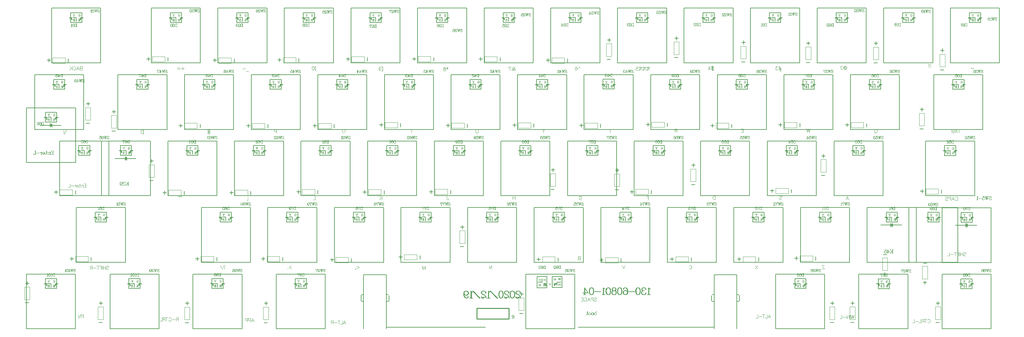
<source format=gto>
G04 Layer_Color=15132400*
%FSLAX44Y44*%
%MOMM*%
G71*
G01*
G75*
%ADD10C,0.1000*%
%ADD18C,0.2000*%
%ADD19C,0.2032*%
%ADD50C,0.1270*%
%ADD51C,0.2540*%
%ADD52C,0.0600*%
D10*
X1209988Y2549174D02*
Y2539176D01*
X1209512Y2549174D02*
Y2539176D01*
X1206655Y2546317D02*
Y2542509D01*
X1211416Y2549174D02*
X1203799D01*
Y2546317D01*
X1204275Y2549174D01*
X1209512Y2544413D02*
X1206655D01*
X1211416Y2539176D02*
X1203799D01*
Y2542033D01*
X1204275Y2539176D01*
X1200990Y2545841D02*
Y2539176D01*
X1200514Y2545841D02*
Y2539176D01*
Y2544413D02*
X1199562Y2545365D01*
X1198133Y2545841D01*
X1197181D01*
X1195753Y2545365D01*
X1195277Y2544413D01*
Y2539176D01*
X1197181Y2545841D02*
X1196229Y2545365D01*
X1195753Y2544413D01*
Y2539176D01*
X1202418Y2545841D02*
X1200514D01*
X1202418Y2539176D02*
X1199086D01*
X1197181D02*
X1193849D01*
X1189707D02*
X1190183Y2539652D01*
X1190659Y2541080D01*
Y2549174D01*
X1191135D01*
Y2541080D01*
X1190659Y2539652D01*
X1189707Y2539176D01*
X1188755D01*
X1187802Y2539652D01*
X1187326Y2540604D01*
X1192563Y2545841D02*
X1188755D01*
X1185231Y2542985D02*
X1179518D01*
Y2543937D01*
X1179995Y2544889D01*
X1180471Y2545365D01*
X1181423Y2545841D01*
X1182851D01*
X1184279Y2545365D01*
X1185231Y2544413D01*
X1185707Y2542985D01*
Y2542033D01*
X1185231Y2540604D01*
X1184279Y2539652D01*
X1182851Y2539176D01*
X1181899D01*
X1180471Y2539652D01*
X1179518Y2540604D01*
X1179995Y2542985D02*
Y2544413D01*
X1180471Y2545365D01*
X1182851Y2545841D02*
X1183803Y2545365D01*
X1184755Y2544413D01*
X1185231Y2542985D01*
Y2542033D01*
X1184755Y2540604D01*
X1183803Y2539652D01*
X1182851Y2539176D01*
X1176567Y2545841D02*
Y2539176D01*
X1176090Y2545841D02*
Y2539176D01*
Y2542985D02*
X1175614Y2544413D01*
X1174662Y2545365D01*
X1173710Y2545841D01*
X1172282D01*
X1171806Y2545365D01*
Y2544889D01*
X1172282Y2544413D01*
X1172758Y2544889D01*
X1172282Y2545365D01*
X1177995Y2545841D02*
X1176090D01*
X1177995Y2539176D02*
X1174662D01*
X1170282Y2543461D02*
X1161713D01*
X1158999Y2549174D02*
Y2539176D01*
X1158523Y2549174D02*
Y2539176D01*
X1160427Y2549174D02*
X1157095D01*
X1160427Y2539176D02*
X1153286D01*
Y2542033D01*
X1153762Y2539176D01*
X1423856Y2460782D02*
Y2450784D01*
X1423380Y2460782D02*
Y2450784D01*
X1417191Y2460782D02*
X1423380Y2454593D01*
X1420999Y2456497D02*
X1417191Y2450784D01*
X1421476Y2456497D02*
X1417667Y2450784D01*
X1425284Y2460782D02*
X1421952D01*
X1419095D02*
X1416239D01*
X1425284Y2450784D02*
X1421952D01*
X1419095D02*
X1416239D01*
X1414525Y2458878D02*
X1414049Y2458401D01*
X1414525Y2457925D01*
X1415001Y2458401D01*
Y2458878D01*
X1414525Y2459830D01*
X1414049Y2460306D01*
X1412620Y2460782D01*
X1410716D01*
X1409288Y2460306D01*
X1408812Y2459830D01*
X1408336Y2458878D01*
Y2457925D01*
X1408812Y2456973D01*
X1410240Y2456021D01*
X1412620Y2455069D01*
X1413573Y2454593D01*
X1414525Y2453641D01*
X1415001Y2452212D01*
Y2450784D01*
X1410716Y2460782D02*
X1409764Y2460306D01*
X1409288Y2459830D01*
X1408812Y2458878D01*
Y2457925D01*
X1409288Y2456973D01*
X1410716Y2456021D01*
X1412620Y2455069D01*
X1415001Y2451736D02*
X1414525Y2452212D01*
X1413573D01*
X1411192Y2451260D01*
X1409764D01*
X1408812Y2451736D01*
X1408336Y2452212D01*
Y2453165D01*
X1413573Y2452212D02*
X1411192Y2450784D01*
X1409288D01*
X1408812Y2451260D01*
X1408336Y2452212D01*
X1400671Y2457449D02*
X1401147Y2456021D01*
X1402099Y2455069D01*
X1403527Y2454593D01*
X1404003D01*
X1405432Y2455069D01*
X1406384Y2456021D01*
X1406860Y2457449D01*
Y2457925D01*
X1406384Y2459354D01*
X1405432Y2460306D01*
X1404003Y2460782D01*
X1403051D01*
X1401623Y2460306D01*
X1400671Y2459354D01*
X1400195Y2457925D01*
Y2455069D01*
X1400671Y2453165D01*
X1401147Y2452212D01*
X1402099Y2451260D01*
X1403527Y2450784D01*
X1404955D01*
X1405908Y2451260D01*
X1406384Y2452212D01*
Y2452688D01*
X1405908Y2453165D01*
X1405432Y2452688D01*
X1405908Y2452212D01*
X1404003Y2454593D02*
X1404955Y2455069D01*
X1405908Y2456021D01*
X1406384Y2457449D01*
Y2457925D01*
X1405908Y2459354D01*
X1404955Y2460306D01*
X1404003Y2460782D01*
X1403051D02*
X1402099Y2460306D01*
X1401147Y2459354D01*
X1400671Y2457925D01*
Y2455069D01*
X1401147Y2453165D01*
X1401623Y2452212D01*
X1402575Y2451260D01*
X1403527Y2450784D01*
X3880538Y2418024D02*
X3880062Y2419452D01*
Y2416595D01*
X3880538Y2418024D01*
X3881490Y2418976D01*
X3882918Y2419452D01*
X3884347D01*
X3885775Y2418976D01*
X3886727Y2418024D01*
Y2417071D01*
X3886251Y2416119D01*
X3885775Y2415643D01*
X3884823Y2415167D01*
X3881966Y2414215D01*
X3881014Y2413739D01*
X3880062Y2412787D01*
X3886727Y2417071D02*
X3885775Y2416119D01*
X3884823Y2415643D01*
X3881966Y2414691D01*
X3881014Y2414215D01*
X3880538Y2413739D01*
X3880062Y2412787D01*
Y2410882D01*
X3881014Y2409930D01*
X3882442Y2409454D01*
X3883871D01*
X3885299Y2409930D01*
X3886251Y2410882D01*
X3886727Y2412310D01*
Y2409454D01*
X3886251Y2410882D01*
X3877158Y2419452D02*
X3875253Y2409454D01*
X3876682Y2419452D02*
X3875253Y2411834D01*
X3873349Y2419452D02*
X3875253Y2409454D01*
X3873349Y2419452D02*
X3871444Y2409454D01*
X3872873Y2419452D02*
X3871444Y2411834D01*
X3869540Y2419452D02*
X3871444Y2409454D01*
X3878586Y2419452D02*
X3875253D01*
X3870969D02*
X3868112D01*
X3866065D02*
X3867017Y2414691D01*
X3866065Y2415643D01*
X3864637Y2416119D01*
X3863208D01*
X3861780Y2415643D01*
X3860828Y2414691D01*
X3860352Y2413263D01*
Y2412310D01*
X3860828Y2410882D01*
X3861780Y2409930D01*
X3863208Y2409454D01*
X3864637D01*
X3866065Y2409930D01*
X3866541Y2410406D01*
X3867017Y2411358D01*
Y2411834D01*
X3866541Y2412310D01*
X3866065Y2411834D01*
X3866541Y2411358D01*
X3863208Y2416119D02*
X3862256Y2415643D01*
X3861304Y2414691D01*
X3860828Y2413263D01*
Y2412310D01*
X3861304Y2410882D01*
X3862256Y2409930D01*
X3863208Y2409454D01*
X3866065Y2419452D02*
X3861304D01*
X3866065Y2418976D02*
X3863684D01*
X3861304Y2419452D01*
X3858876Y2413739D02*
X3850306D01*
X3849021Y2417547D02*
X3848069Y2418024D01*
X3846640Y2419452D01*
Y2409454D01*
X3847116Y2418976D02*
Y2409454D01*
X3849021D02*
X3844736D01*
X3604954Y2267488D02*
Y2257490D01*
X3604478Y2267488D02*
Y2257490D01*
X3598289Y2267488D02*
X3604478Y2261299D01*
X3602097Y2263203D02*
X3598289Y2257490D01*
X3602574Y2263203D02*
X3598765Y2257490D01*
X3606382Y2267488D02*
X3603050D01*
X3600193D02*
X3597337D01*
X3606382Y2257490D02*
X3603050D01*
X3600193D02*
X3597337D01*
X3591338Y2266536D02*
Y2257490D01*
X3588481Y2260347D02*
X3596099D01*
X3590862Y2267488D01*
Y2257490D01*
X3592766D02*
X3589434D01*
X3586149Y2267488D02*
X3587101Y2262727D01*
X3586149Y2263679D01*
X3584720Y2264155D01*
X3583292D01*
X3581864Y2263679D01*
X3580912Y2262727D01*
X3580435Y2261299D01*
Y2260347D01*
X3580912Y2258918D01*
X3581864Y2257966D01*
X3583292Y2257490D01*
X3584720D01*
X3586149Y2257966D01*
X3586625Y2258442D01*
X3587101Y2259394D01*
Y2259870D01*
X3586625Y2260347D01*
X3586149Y2259870D01*
X3586625Y2259394D01*
X3583292Y2264155D02*
X3582340Y2263679D01*
X3581388Y2262727D01*
X3580912Y2261299D01*
Y2260347D01*
X3581388Y2258918D01*
X3582340Y2257966D01*
X3583292Y2257490D01*
X3586149Y2267488D02*
X3581388D01*
X3586149Y2267012D02*
X3583768D01*
X3581388Y2267488D01*
X1428055Y2547009D02*
Y2541010D01*
X1427769Y2547009D02*
Y2541010D01*
X1428912Y2547009D02*
X1425484D01*
X1424627Y2546723D01*
X1424342Y2546438D01*
X1424056Y2545866D01*
Y2545295D01*
X1424342Y2544724D01*
X1424627Y2544438D01*
X1425484Y2544152D01*
X1427769D01*
X1425484Y2547009D02*
X1424913Y2546723D01*
X1424627Y2546438D01*
X1424342Y2545866D01*
Y2545295D01*
X1424627Y2544724D01*
X1424913Y2544438D01*
X1425484Y2544152D01*
X1428912Y2541010D02*
X1426913D01*
X1426341Y2544152D02*
X1425770Y2543867D01*
X1425484Y2543581D01*
X1424627Y2541581D01*
X1424342Y2541296D01*
X1424056D01*
X1423770Y2541581D01*
X1425770Y2543867D02*
X1425484Y2543295D01*
X1424913Y2541296D01*
X1424627Y2541010D01*
X1424056D01*
X1423770Y2541581D01*
Y2541867D01*
X1413047Y2560085D02*
X1411047Y2554086D01*
X1412761Y2560085D02*
X1411047Y2554944D01*
X1409048Y2560085D02*
X1411047Y2554086D01*
X1413618Y2560085D02*
X1411904D01*
X1410190D02*
X1408477D01*
X1424742Y2559456D02*
X1424457Y2558599D01*
Y2560312D01*
X1424742Y2559456D01*
X1425314Y2560027D01*
X1426171Y2560312D01*
X1426742D01*
X1427599Y2560027D01*
X1428170Y2559456D01*
X1428456Y2558884D01*
X1428742Y2558027D01*
Y2556599D01*
X1428456Y2555742D01*
X1428170Y2555171D01*
X1427599Y2554599D01*
X1426742Y2554314D01*
X1426171D01*
X1425314Y2554599D01*
X1424742Y2555171D01*
X1426742Y2560312D02*
X1427313Y2560027D01*
X1427885Y2559456D01*
X1428170Y2558884D01*
X1428456Y2558027D01*
Y2556599D01*
X1428170Y2555742D01*
X1427885Y2555171D01*
X1427313Y2554599D01*
X1426742Y2554314D01*
X1424742Y2556599D02*
Y2554314D01*
X1424457Y2556599D02*
Y2554314D01*
X1425599Y2556599D02*
X1423600D01*
X1412591Y2546952D02*
Y2540953D01*
X1412305Y2546952D02*
Y2540953D01*
X1413448Y2546952D02*
X1410020D01*
X1409163Y2546666D01*
X1408877Y2546380D01*
X1408591Y2545809D01*
Y2545238D01*
X1408877Y2544666D01*
X1409163Y2544381D01*
X1410020Y2544095D01*
Y2546952D02*
X1409448Y2546666D01*
X1409163Y2546380D01*
X1408877Y2545809D01*
Y2545238D01*
X1409163Y2544666D01*
X1409448Y2544381D01*
X1410020Y2544095D01*
X1412305D02*
X1410020D01*
X1409163Y2543810D01*
X1408877Y2543524D01*
X1408591Y2542953D01*
Y2542096D01*
X1408877Y2541524D01*
X1409163Y2541239D01*
X1410020Y2540953D01*
X1413448D01*
X1410020Y2544095D02*
X1409448Y2543810D01*
X1409163Y2543524D01*
X1408877Y2542953D01*
Y2542096D01*
X1409163Y2541524D01*
X1409448Y2541239D01*
X1410020Y2540953D01*
X1214355Y2642009D02*
Y2636010D01*
X1214070Y2642009D02*
Y2636010D01*
X1215212Y2642009D02*
X1211785D01*
X1210928Y2641723D01*
X1210642Y2641437D01*
X1210356Y2640866D01*
Y2640295D01*
X1210642Y2639724D01*
X1210928Y2639438D01*
X1211785Y2639152D01*
X1214070D01*
X1211785Y2642009D02*
X1211213Y2641723D01*
X1210928Y2641437D01*
X1210642Y2640866D01*
Y2640295D01*
X1210928Y2639724D01*
X1211213Y2639438D01*
X1211785Y2639152D01*
X1215212Y2636010D02*
X1213213D01*
X1212642Y2639152D02*
X1212070Y2638867D01*
X1211785Y2638581D01*
X1210928Y2636581D01*
X1210642Y2636296D01*
X1210356D01*
X1210071Y2636581D01*
X1212070Y2638867D02*
X1211785Y2638295D01*
X1211213Y2636296D01*
X1210928Y2636010D01*
X1210356D01*
X1210071Y2636581D01*
Y2636867D01*
X1199347Y2655085D02*
X1197348Y2649087D01*
X1199062Y2655085D02*
X1197348Y2649944D01*
X1195348Y2655085D02*
X1197348Y2649087D01*
X1199919Y2655085D02*
X1198205D01*
X1196491D02*
X1194777D01*
X1211043Y2654456D02*
X1210757Y2653599D01*
Y2655312D01*
X1211043Y2654456D01*
X1211614Y2655027D01*
X1212471Y2655312D01*
X1213043D01*
X1213899Y2655027D01*
X1214471Y2654456D01*
X1214756Y2653884D01*
X1215042Y2653027D01*
Y2651599D01*
X1214756Y2650742D01*
X1214471Y2650171D01*
X1213899Y2649600D01*
X1213043Y2649314D01*
X1212471D01*
X1211614Y2649600D01*
X1211043Y2650171D01*
X1213043Y2655312D02*
X1213614Y2655027D01*
X1214185Y2654456D01*
X1214471Y2653884D01*
X1214756Y2653027D01*
Y2651599D01*
X1214471Y2650742D01*
X1214185Y2650171D01*
X1213614Y2649600D01*
X1213043Y2649314D01*
X1211043Y2651599D02*
Y2649314D01*
X1210757Y2651599D02*
Y2649314D01*
X1211900Y2651599D02*
X1209900D01*
X1198891Y2641952D02*
Y2635953D01*
X1198605Y2641952D02*
Y2635953D01*
X1199748Y2641952D02*
X1196320D01*
X1195463Y2641666D01*
X1195178Y2641380D01*
X1194892Y2640809D01*
Y2640238D01*
X1195178Y2639666D01*
X1195463Y2639381D01*
X1196320Y2639095D01*
Y2641952D02*
X1195749Y2641666D01*
X1195463Y2641380D01*
X1195178Y2640809D01*
Y2640238D01*
X1195463Y2639666D01*
X1195749Y2639381D01*
X1196320Y2639095D01*
X1198605D02*
X1196320D01*
X1195463Y2638810D01*
X1195178Y2638524D01*
X1194892Y2637953D01*
Y2637096D01*
X1195178Y2636524D01*
X1195463Y2636239D01*
X1196320Y2635953D01*
X1199748D01*
X1196320Y2639095D02*
X1195749Y2638810D01*
X1195463Y2638524D01*
X1195178Y2637953D01*
Y2637096D01*
X1195463Y2636524D01*
X1195749Y2636239D01*
X1196320Y2635953D01*
X3613192Y2356359D02*
Y2350360D01*
X3612906Y2356359D02*
Y2350360D01*
X3614049Y2356359D02*
X3610621D01*
X3609764Y2356073D01*
X3609478Y2355788D01*
X3609193Y2355216D01*
Y2354645D01*
X3609478Y2354074D01*
X3609764Y2353788D01*
X3610621Y2353503D01*
X3612906D01*
X3610621Y2356359D02*
X3610050Y2356073D01*
X3609764Y2355788D01*
X3609478Y2355216D01*
Y2354645D01*
X3609764Y2354074D01*
X3610050Y2353788D01*
X3610621Y2353503D01*
X3614049Y2350360D02*
X3612049D01*
X3611478Y2353503D02*
X3610906Y2353217D01*
X3610621Y2352931D01*
X3609764Y2350932D01*
X3609478Y2350646D01*
X3609193D01*
X3608907Y2350932D01*
X3610906Y2353217D02*
X3610621Y2352646D01*
X3610050Y2350646D01*
X3609764Y2350360D01*
X3609193D01*
X3608907Y2350932D01*
Y2351217D01*
X3598184Y2369435D02*
X3596184Y2363437D01*
X3597898Y2369435D02*
X3596184Y2364294D01*
X3594185Y2369435D02*
X3596184Y2363437D01*
X3598755Y2369435D02*
X3597041D01*
X3595327D02*
X3593613D01*
X3609879Y2368806D02*
X3609594Y2367949D01*
Y2369663D01*
X3609879Y2368806D01*
X3610450Y2369377D01*
X3611307Y2369663D01*
X3611879D01*
X3612736Y2369377D01*
X3613307Y2368806D01*
X3613593Y2368235D01*
X3613878Y2367377D01*
Y2365949D01*
X3613593Y2365092D01*
X3613307Y2364521D01*
X3612736Y2363950D01*
X3611879Y2363664D01*
X3611307D01*
X3610450Y2363950D01*
X3609879Y2364521D01*
X3611879Y2369663D02*
X3612450Y2369377D01*
X3613021Y2368806D01*
X3613307Y2368235D01*
X3613593Y2367377D01*
Y2365949D01*
X3613307Y2365092D01*
X3613021Y2364521D01*
X3612450Y2363950D01*
X3611879Y2363664D01*
X3609879Y2365949D02*
Y2363664D01*
X3609594Y2365949D02*
Y2363664D01*
X3610736Y2365949D02*
X3608737D01*
X3597727Y2356302D02*
Y2350303D01*
X3597442Y2356302D02*
Y2350303D01*
X3598584Y2356302D02*
X3595156D01*
X3594299Y2356016D01*
X3594014Y2355730D01*
X3593728Y2355159D01*
Y2354588D01*
X3594014Y2354017D01*
X3594299Y2353731D01*
X3595156Y2353445D01*
Y2356302D02*
X3594585Y2356016D01*
X3594299Y2355730D01*
X3594014Y2355159D01*
Y2354588D01*
X3594299Y2354017D01*
X3594585Y2353731D01*
X3595156Y2353445D01*
X3597442D02*
X3595156D01*
X3594299Y2353160D01*
X3594014Y2352874D01*
X3593728Y2352303D01*
Y2351446D01*
X3594014Y2350874D01*
X3594299Y2350589D01*
X3595156Y2350303D01*
X3598584D01*
X3595156Y2353445D02*
X3594585Y2353160D01*
X3594299Y2352874D01*
X3594014Y2352303D01*
Y2351446D01*
X3594299Y2350874D01*
X3594585Y2350589D01*
X3595156Y2350303D01*
X3826969Y2355689D02*
Y2349690D01*
X3826683Y2355689D02*
Y2349690D01*
X3827826Y2355689D02*
X3824398D01*
X3823541Y2355403D01*
X3823256Y2355118D01*
X3822970Y2354546D01*
Y2353975D01*
X3823256Y2353404D01*
X3823541Y2353118D01*
X3824398Y2352832D01*
X3826683D01*
X3824398Y2355689D02*
X3823827Y2355403D01*
X3823541Y2355118D01*
X3823256Y2354546D01*
Y2353975D01*
X3823541Y2353404D01*
X3823827Y2353118D01*
X3824398Y2352832D01*
X3827826Y2349690D02*
X3825826D01*
X3825255Y2352832D02*
X3824684Y2352547D01*
X3824398Y2352261D01*
X3823541Y2350262D01*
X3823256Y2349976D01*
X3822970D01*
X3822684Y2350262D01*
X3824684Y2352547D02*
X3824398Y2351976D01*
X3823827Y2349976D01*
X3823541Y2349690D01*
X3822970D01*
X3822684Y2350262D01*
Y2350547D01*
X3811961Y2368765D02*
X3809961Y2362767D01*
X3811675Y2368765D02*
X3809961Y2363624D01*
X3807962Y2368765D02*
X3809961Y2362767D01*
X3812532Y2368765D02*
X3810818D01*
X3809104D02*
X3807390D01*
X3823656Y2368136D02*
X3823371Y2367279D01*
Y2368993D01*
X3823656Y2368136D01*
X3824228Y2368707D01*
X3825085Y2368993D01*
X3825656D01*
X3826513Y2368707D01*
X3827084Y2368136D01*
X3827370Y2367565D01*
X3827656Y2366707D01*
Y2365279D01*
X3827370Y2364422D01*
X3827084Y2363851D01*
X3826513Y2363280D01*
X3825656Y2362994D01*
X3825085D01*
X3824228Y2363280D01*
X3823656Y2363851D01*
X3825656Y2368993D02*
X3826227Y2368707D01*
X3826799Y2368136D01*
X3827084Y2367565D01*
X3827370Y2366707D01*
Y2365279D01*
X3827084Y2364422D01*
X3826799Y2363851D01*
X3826227Y2363280D01*
X3825656Y2362994D01*
X3823656Y2365279D02*
Y2362994D01*
X3823371Y2365279D02*
Y2362994D01*
X3824514Y2365279D02*
X3822514D01*
X3811505Y2355632D02*
Y2349633D01*
X3811219Y2355632D02*
Y2349633D01*
X3812361Y2355632D02*
X3808934D01*
X3808077Y2355346D01*
X3807791Y2355060D01*
X3807505Y2354489D01*
Y2353918D01*
X3807791Y2353347D01*
X3808077Y2353061D01*
X3808934Y2352775D01*
Y2355632D02*
X3808362Y2355346D01*
X3808077Y2355060D01*
X3807791Y2354489D01*
Y2353918D01*
X3808077Y2353347D01*
X3808362Y2353061D01*
X3808934Y2352775D01*
X3811219D02*
X3808934D01*
X3808077Y2352490D01*
X3807791Y2352204D01*
X3807505Y2351633D01*
Y2350776D01*
X3807791Y2350204D01*
X3808077Y2349919D01*
X3808934Y2349633D01*
X3812361D01*
X3808934Y2352775D02*
X3808362Y2352490D01*
X3808077Y2352204D01*
X3807791Y2351633D01*
Y2350776D01*
X3808077Y2350204D01*
X3808362Y2349919D01*
X3808934Y2349633D01*
X2601198Y2179329D02*
X2595200Y2181328D01*
X2601198Y2179615D02*
X2596057Y2181328D01*
X2601198Y2183328D02*
X2595200Y2181328D01*
X2601198Y2178757D02*
Y2180471D01*
Y2182185D02*
Y2183899D01*
X2614332Y2179158D02*
X2608333Y2181158D01*
X2614332Y2179444D02*
X2609190Y2181158D01*
X2614332Y2183157D02*
X2608333Y2181158D01*
X2614332Y2178587D02*
Y2180301D01*
Y2182015D02*
Y2183729D01*
X2614609Y2164289D02*
X2608611D01*
X2614609Y2164575D02*
X2608611D01*
X2614609Y2163432D02*
Y2166860D01*
X2614323Y2167717D01*
X2614038Y2168002D01*
X2613466Y2168288D01*
X2612895D01*
X2612324Y2168002D01*
X2612038Y2167717D01*
X2611753Y2166860D01*
X2614609D02*
X2614323Y2167431D01*
X2614038Y2167717D01*
X2613466Y2168002D01*
X2612895D01*
X2612324Y2167717D01*
X2612038Y2167431D01*
X2611753Y2166860D01*
Y2164575D02*
Y2166860D01*
X2611467Y2167717D01*
X2611181Y2168002D01*
X2610610Y2168288D01*
X2609753D01*
X2609182Y2168002D01*
X2608896Y2167717D01*
X2608611Y2166860D01*
Y2163432D01*
X2611753Y2166860D02*
X2611467Y2167431D01*
X2611181Y2167717D01*
X2610610Y2168002D01*
X2609753D01*
X2609182Y2167717D01*
X2608896Y2167431D01*
X2608611Y2166860D01*
X2601255Y2164150D02*
X2595257D01*
X2601255Y2164436D02*
X2595257D01*
X2601255Y2163293D02*
Y2166721D01*
X2600970Y2167578D01*
X2600684Y2167864D01*
X2600113Y2168149D01*
X2599541D01*
X2598970Y2167864D01*
X2598684Y2167578D01*
X2598399Y2166721D01*
X2601255D02*
X2600970Y2167292D01*
X2600684Y2167578D01*
X2600113Y2167864D01*
X2599541D01*
X2598970Y2167578D01*
X2598684Y2167292D01*
X2598399Y2166721D01*
Y2164436D02*
Y2166721D01*
X2598113Y2167578D01*
X2597827Y2167864D01*
X2597256Y2168149D01*
X2596399D01*
X2595828Y2167864D01*
X2595542Y2167578D01*
X2595257Y2166721D01*
Y2163293D01*
X2598399Y2166721D02*
X2598113Y2167292D01*
X2597827Y2167578D01*
X2597256Y2167864D01*
X2596399D01*
X2595828Y2167578D01*
X2595542Y2167292D01*
X2595257Y2166721D01*
X1436928Y2166552D02*
Y2160553D01*
X1436642Y2166552D02*
Y2160553D01*
X1437785Y2166552D02*
X1434357D01*
X1433500Y2166266D01*
X1433214Y2165981D01*
X1432929Y2165409D01*
Y2164838D01*
X1433214Y2164267D01*
X1433500Y2163981D01*
X1434357Y2163695D01*
Y2166552D02*
X1433786Y2166266D01*
X1433500Y2165981D01*
X1433214Y2165409D01*
Y2164838D01*
X1433500Y2164267D01*
X1433786Y2163981D01*
X1434357Y2163695D01*
X1436642D02*
X1434357D01*
X1433500Y2163410D01*
X1433214Y2163124D01*
X1432929Y2162553D01*
Y2161696D01*
X1433214Y2161124D01*
X1433500Y2160839D01*
X1434357Y2160553D01*
X1437785D01*
X1434357Y2163695D02*
X1433786Y2163410D01*
X1433500Y2163124D01*
X1433214Y2162553D01*
Y2161696D01*
X1433500Y2161124D01*
X1433786Y2160839D01*
X1434357Y2160553D01*
X1449080Y2179056D02*
X1448794Y2178199D01*
Y2179913D01*
X1449080Y2179056D01*
X1449651Y2179627D01*
X1450508Y2179913D01*
X1451079D01*
X1451936Y2179627D01*
X1452507Y2179056D01*
X1452793Y2178484D01*
X1453079Y2177628D01*
Y2176199D01*
X1452793Y2175342D01*
X1452507Y2174771D01*
X1451936Y2174200D01*
X1451079Y2173914D01*
X1450508D01*
X1449651Y2174200D01*
X1449080Y2174771D01*
X1451079Y2179913D02*
X1451651Y2179627D01*
X1452222Y2179056D01*
X1452507Y2178484D01*
X1452793Y2177628D01*
Y2176199D01*
X1452507Y2175342D01*
X1452222Y2174771D01*
X1451651Y2174200D01*
X1451079Y2173914D01*
X1449080Y2176199D02*
Y2173914D01*
X1448794Y2176199D02*
Y2173914D01*
X1449937Y2176199D02*
X1447937D01*
X1437384Y2179685D02*
X1435385Y2173687D01*
X1437099Y2179685D02*
X1435385Y2174544D01*
X1433385Y2179685D02*
X1435385Y2173687D01*
X1437955Y2179685D02*
X1436241D01*
X1434528D02*
X1432814D01*
X1452392Y2166609D02*
Y2160610D01*
X1452107Y2166609D02*
Y2160610D01*
X1453249Y2166609D02*
X1449821D01*
X1448965Y2166323D01*
X1448679Y2166038D01*
X1448393Y2165466D01*
Y2164895D01*
X1448679Y2164324D01*
X1448965Y2164038D01*
X1449821Y2163752D01*
X1452107D01*
X1449821Y2166609D02*
X1449250Y2166323D01*
X1448965Y2166038D01*
X1448679Y2165466D01*
Y2164895D01*
X1448965Y2164324D01*
X1449250Y2164038D01*
X1449821Y2163752D01*
X1453249Y2160610D02*
X1451250D01*
X1450678Y2163752D02*
X1450107Y2163467D01*
X1449821Y2163181D01*
X1448965Y2161182D01*
X1448679Y2160896D01*
X1448393D01*
X1448107Y2161182D01*
X1450107Y2163467D02*
X1449821Y2162896D01*
X1449250Y2160896D01*
X1448965Y2160610D01*
X1448393D01*
X1448107Y2161182D01*
Y2161467D01*
X3850392Y2926609D02*
Y2920610D01*
X3850107Y2926609D02*
Y2920610D01*
X3851249Y2926609D02*
X3847821D01*
X3846964Y2926323D01*
X3846679Y2926038D01*
X3846393Y2925466D01*
Y2924895D01*
X3846679Y2924324D01*
X3846964Y2924038D01*
X3847821Y2923752D01*
X3850107D01*
X3847821Y2926609D02*
X3847250Y2926323D01*
X3846964Y2926038D01*
X3846679Y2925466D01*
Y2924895D01*
X3846964Y2924324D01*
X3847250Y2924038D01*
X3847821Y2923752D01*
X3851249Y2920610D02*
X3849250D01*
X3848678Y2923752D02*
X3848107Y2923467D01*
X3847821Y2923181D01*
X3846964Y2921182D01*
X3846679Y2920896D01*
X3846393D01*
X3846107Y2921182D01*
X3848107Y2923467D02*
X3847821Y2922896D01*
X3847250Y2920896D01*
X3846964Y2920610D01*
X3846393D01*
X3846107Y2921182D01*
Y2921467D01*
X3835384Y2939685D02*
X3833385Y2933687D01*
X3835099Y2939685D02*
X3833385Y2934544D01*
X3831385Y2939685D02*
X3833385Y2933687D01*
X3835956Y2939685D02*
X3834242D01*
X3832527D02*
X3830814D01*
X3847080Y2939056D02*
X3846794Y2938199D01*
Y2939913D01*
X3847080Y2939056D01*
X3847651Y2939627D01*
X3848508Y2939913D01*
X3849079D01*
X3849936Y2939627D01*
X3850508Y2939056D01*
X3850793Y2938484D01*
X3851079Y2937628D01*
Y2936199D01*
X3850793Y2935342D01*
X3850508Y2934771D01*
X3849936Y2934200D01*
X3849079Y2933914D01*
X3848508D01*
X3847651Y2934200D01*
X3847080Y2934771D01*
X3849079Y2939913D02*
X3849651Y2939627D01*
X3850222Y2939056D01*
X3850508Y2938484D01*
X3850793Y2937628D01*
Y2936199D01*
X3850508Y2935342D01*
X3850222Y2934771D01*
X3849651Y2934200D01*
X3849079Y2933914D01*
X3847080Y2936199D02*
Y2933914D01*
X3846794Y2936199D02*
Y2933914D01*
X3847937Y2936199D02*
X3845937D01*
X3834928Y2926552D02*
Y2920553D01*
X3834642Y2926552D02*
Y2920553D01*
X3835785Y2926552D02*
X3832357D01*
X3831500Y2926266D01*
X3831214Y2925981D01*
X3830929Y2925409D01*
Y2924838D01*
X3831214Y2924267D01*
X3831500Y2923981D01*
X3832357Y2923695D01*
Y2926552D02*
X3831786Y2926266D01*
X3831500Y2925981D01*
X3831214Y2925409D01*
Y2924838D01*
X3831500Y2924267D01*
X3831786Y2923981D01*
X3832357Y2923695D01*
X3834642D02*
X3832357D01*
X3831500Y2923410D01*
X3831214Y2923124D01*
X3830929Y2922553D01*
Y2921696D01*
X3831214Y2921124D01*
X3831500Y2920839D01*
X3832357Y2920553D01*
X3835785D01*
X3832357Y2923695D02*
X3831786Y2923410D01*
X3831500Y2923124D01*
X3831214Y2922553D01*
Y2921696D01*
X3831500Y2921124D01*
X3831786Y2920839D01*
X3832357Y2920553D01*
X3644928Y2926302D02*
Y2920303D01*
X3644642Y2926302D02*
Y2920303D01*
X3645785Y2926302D02*
X3642357D01*
X3641500Y2926016D01*
X3641214Y2925731D01*
X3640929Y2925159D01*
Y2924588D01*
X3641214Y2924017D01*
X3641500Y2923731D01*
X3642357Y2923445D01*
Y2926302D02*
X3641786Y2926016D01*
X3641500Y2925731D01*
X3641214Y2925159D01*
Y2924588D01*
X3641500Y2924017D01*
X3641786Y2923731D01*
X3642357Y2923445D01*
X3644642D02*
X3642357D01*
X3641500Y2923160D01*
X3641214Y2922874D01*
X3640929Y2922303D01*
Y2921446D01*
X3641214Y2920874D01*
X3641500Y2920589D01*
X3642357Y2920303D01*
X3645785D01*
X3642357Y2923445D02*
X3641786Y2923160D01*
X3641500Y2922874D01*
X3641214Y2922303D01*
Y2921446D01*
X3641500Y2920874D01*
X3641786Y2920589D01*
X3642357Y2920303D01*
X3657080Y2938806D02*
X3656794Y2937949D01*
Y2939663D01*
X3657080Y2938806D01*
X3657651Y2939377D01*
X3658508Y2939663D01*
X3659079D01*
X3659936Y2939377D01*
X3660508Y2938806D01*
X3660793Y2938235D01*
X3661079Y2937378D01*
Y2935949D01*
X3660793Y2935092D01*
X3660508Y2934521D01*
X3659936Y2933950D01*
X3659079Y2933664D01*
X3658508D01*
X3657651Y2933950D01*
X3657080Y2934521D01*
X3659079Y2939663D02*
X3659651Y2939377D01*
X3660222Y2938806D01*
X3660508Y2938235D01*
X3660793Y2937378D01*
Y2935949D01*
X3660508Y2935092D01*
X3660222Y2934521D01*
X3659651Y2933950D01*
X3659079Y2933664D01*
X3657080Y2935949D02*
Y2933664D01*
X3656794Y2935949D02*
Y2933664D01*
X3657937Y2935949D02*
X3655937D01*
X3645384Y2939435D02*
X3643385Y2933437D01*
X3645099Y2939435D02*
X3643385Y2934294D01*
X3641385Y2939435D02*
X3643385Y2933437D01*
X3645956Y2939435D02*
X3644242D01*
X3642527D02*
X3640814D01*
X3660392Y2926359D02*
Y2920360D01*
X3660107Y2926359D02*
Y2920360D01*
X3661249Y2926359D02*
X3657821D01*
X3656964Y2926073D01*
X3656679Y2925788D01*
X3656393Y2925216D01*
Y2924645D01*
X3656679Y2924074D01*
X3656964Y2923788D01*
X3657821Y2923503D01*
X3660107D01*
X3657821Y2926359D02*
X3657250Y2926073D01*
X3656964Y2925788D01*
X3656679Y2925216D01*
Y2924645D01*
X3656964Y2924074D01*
X3657250Y2923788D01*
X3657821Y2923503D01*
X3661249Y2920360D02*
X3659250D01*
X3658678Y2923503D02*
X3658107Y2923217D01*
X3657821Y2922931D01*
X3656964Y2920932D01*
X3656679Y2920646D01*
X3656393D01*
X3656107Y2920932D01*
X3658107Y2923217D02*
X3657821Y2922646D01*
X3657250Y2920646D01*
X3656964Y2920360D01*
X3656393D01*
X3656107Y2920932D01*
Y2921217D01*
X3470392Y2926359D02*
Y2920360D01*
X3470107Y2926359D02*
Y2920360D01*
X3471249Y2926359D02*
X3467821D01*
X3466964Y2926073D01*
X3466679Y2925788D01*
X3466393Y2925216D01*
Y2924645D01*
X3466679Y2924074D01*
X3466964Y2923788D01*
X3467821Y2923503D01*
X3470107D01*
X3467821Y2926359D02*
X3467250Y2926073D01*
X3466964Y2925788D01*
X3466679Y2925216D01*
Y2924645D01*
X3466964Y2924074D01*
X3467250Y2923788D01*
X3467821Y2923503D01*
X3471249Y2920360D02*
X3469250D01*
X3468678Y2923503D02*
X3468107Y2923217D01*
X3467821Y2922931D01*
X3466964Y2920932D01*
X3466679Y2920646D01*
X3466393D01*
X3466107Y2920932D01*
X3468107Y2923217D02*
X3467821Y2922646D01*
X3467250Y2920646D01*
X3466964Y2920360D01*
X3466393D01*
X3466107Y2920932D01*
Y2921217D01*
X3455384Y2939435D02*
X3453385Y2933437D01*
X3455099Y2939435D02*
X3453385Y2934294D01*
X3451385Y2939435D02*
X3453385Y2933437D01*
X3455956Y2939435D02*
X3454242D01*
X3452527D02*
X3450814D01*
X3467080Y2938806D02*
X3466794Y2937949D01*
Y2939663D01*
X3467080Y2938806D01*
X3467651Y2939377D01*
X3468508Y2939663D01*
X3469079D01*
X3469936Y2939377D01*
X3470508Y2938806D01*
X3470793Y2938235D01*
X3471079Y2937378D01*
Y2935949D01*
X3470793Y2935092D01*
X3470508Y2934521D01*
X3469936Y2933950D01*
X3469079Y2933664D01*
X3468508D01*
X3467651Y2933950D01*
X3467080Y2934521D01*
X3469079Y2939663D02*
X3469651Y2939377D01*
X3470222Y2938806D01*
X3470508Y2938235D01*
X3470793Y2937378D01*
Y2935949D01*
X3470508Y2935092D01*
X3470222Y2934521D01*
X3469651Y2933950D01*
X3469079Y2933664D01*
X3467080Y2935949D02*
Y2933664D01*
X3466794Y2935949D02*
Y2933664D01*
X3467937Y2935949D02*
X3465937D01*
X3454928Y2926302D02*
Y2920303D01*
X3454642Y2926302D02*
Y2920303D01*
X3455785Y2926302D02*
X3452357D01*
X3451500Y2926016D01*
X3451214Y2925731D01*
X3450929Y2925159D01*
Y2924588D01*
X3451214Y2924017D01*
X3451500Y2923731D01*
X3452357Y2923445D01*
Y2926302D02*
X3451786Y2926016D01*
X3451500Y2925731D01*
X3451214Y2925159D01*
Y2924588D01*
X3451500Y2924017D01*
X3451786Y2923731D01*
X3452357Y2923445D01*
X3454642D02*
X3452357D01*
X3451500Y2923160D01*
X3451214Y2922874D01*
X3450929Y2922303D01*
Y2921446D01*
X3451214Y2920874D01*
X3451500Y2920589D01*
X3452357Y2920303D01*
X3455785D01*
X3452357Y2923445D02*
X3451786Y2923160D01*
X3451500Y2922874D01*
X3451214Y2922303D01*
Y2921446D01*
X3451500Y2920874D01*
X3451786Y2920589D01*
X3452357Y2920303D01*
X3264678Y2926552D02*
Y2920553D01*
X3264392Y2926552D02*
Y2920553D01*
X3265535Y2926552D02*
X3262107D01*
X3261250Y2926266D01*
X3260964Y2925981D01*
X3260679Y2925409D01*
Y2924838D01*
X3260964Y2924267D01*
X3261250Y2923981D01*
X3262107Y2923695D01*
Y2926552D02*
X3261536Y2926266D01*
X3261250Y2925981D01*
X3260964Y2925409D01*
Y2924838D01*
X3261250Y2924267D01*
X3261536Y2923981D01*
X3262107Y2923695D01*
X3264392D02*
X3262107D01*
X3261250Y2923410D01*
X3260964Y2923124D01*
X3260679Y2922553D01*
Y2921696D01*
X3260964Y2921124D01*
X3261250Y2920839D01*
X3262107Y2920553D01*
X3265535D01*
X3262107Y2923695D02*
X3261536Y2923410D01*
X3261250Y2923124D01*
X3260964Y2922553D01*
Y2921696D01*
X3261250Y2921124D01*
X3261536Y2920839D01*
X3262107Y2920553D01*
X3276830Y2939056D02*
X3276544Y2938199D01*
Y2939913D01*
X3276830Y2939056D01*
X3277401Y2939627D01*
X3278258Y2939913D01*
X3278829D01*
X3279686Y2939627D01*
X3280258Y2939056D01*
X3280543Y2938484D01*
X3280829Y2937628D01*
Y2936199D01*
X3280543Y2935342D01*
X3280258Y2934771D01*
X3279686Y2934200D01*
X3278829Y2933914D01*
X3278258D01*
X3277401Y2934200D01*
X3276830Y2934771D01*
X3278829Y2939913D02*
X3279401Y2939627D01*
X3279972Y2939056D01*
X3280258Y2938484D01*
X3280543Y2937628D01*
Y2936199D01*
X3280258Y2935342D01*
X3279972Y2934771D01*
X3279401Y2934200D01*
X3278829Y2933914D01*
X3276830Y2936199D02*
Y2933914D01*
X3276544Y2936199D02*
Y2933914D01*
X3277686Y2936199D02*
X3275687D01*
X3265134Y2939685D02*
X3263134Y2933687D01*
X3264849Y2939685D02*
X3263134Y2934544D01*
X3261135Y2939685D02*
X3263134Y2933687D01*
X3265705Y2939685D02*
X3263991D01*
X3262278D02*
X3260564D01*
X3280142Y2926609D02*
Y2920610D01*
X3279857Y2926609D02*
Y2920610D01*
X3280999Y2926609D02*
X3277571D01*
X3276714Y2926323D01*
X3276429Y2926038D01*
X3276143Y2925466D01*
Y2924895D01*
X3276429Y2924324D01*
X3276714Y2924038D01*
X3277571Y2923752D01*
X3279857D01*
X3277571Y2926609D02*
X3277000Y2926323D01*
X3276714Y2926038D01*
X3276429Y2925466D01*
Y2924895D01*
X3276714Y2924324D01*
X3277000Y2924038D01*
X3277571Y2923752D01*
X3280999Y2920610D02*
X3279000D01*
X3278428Y2923752D02*
X3277857Y2923467D01*
X3277571Y2923181D01*
X3276714Y2921182D01*
X3276429Y2920896D01*
X3276143D01*
X3275858Y2921182D01*
X3277857Y2923467D02*
X3277571Y2922896D01*
X3277000Y2920896D01*
X3276714Y2920610D01*
X3276143D01*
X3275858Y2921182D01*
Y2921467D01*
X3090392Y2926359D02*
Y2920360D01*
X3090107Y2926359D02*
Y2920360D01*
X3091249Y2926359D02*
X3087821D01*
X3086964Y2926073D01*
X3086679Y2925788D01*
X3086393Y2925216D01*
Y2924645D01*
X3086679Y2924074D01*
X3086964Y2923788D01*
X3087821Y2923503D01*
X3090107D01*
X3087821Y2926359D02*
X3087250Y2926073D01*
X3086964Y2925788D01*
X3086679Y2925216D01*
Y2924645D01*
X3086964Y2924074D01*
X3087250Y2923788D01*
X3087821Y2923503D01*
X3091249Y2920360D02*
X3089250D01*
X3088678Y2923503D02*
X3088107Y2923217D01*
X3087821Y2922931D01*
X3086964Y2920932D01*
X3086679Y2920646D01*
X3086393D01*
X3086107Y2920932D01*
X3088107Y2923217D02*
X3087821Y2922646D01*
X3087250Y2920646D01*
X3086964Y2920360D01*
X3086393D01*
X3086107Y2920932D01*
Y2921217D01*
X3075384Y2939435D02*
X3073385Y2933437D01*
X3075099Y2939435D02*
X3073385Y2934294D01*
X3071385Y2939435D02*
X3073385Y2933437D01*
X3075956Y2939435D02*
X3074242D01*
X3072527D02*
X3070814D01*
X3087080Y2938806D02*
X3086794Y2937949D01*
Y2939663D01*
X3087080Y2938806D01*
X3087651Y2939377D01*
X3088508Y2939663D01*
X3089079D01*
X3089936Y2939377D01*
X3090508Y2938806D01*
X3090793Y2938235D01*
X3091079Y2937378D01*
Y2935949D01*
X3090793Y2935092D01*
X3090508Y2934521D01*
X3089936Y2933950D01*
X3089079Y2933664D01*
X3088508D01*
X3087651Y2933950D01*
X3087080Y2934521D01*
X3089079Y2939663D02*
X3089651Y2939377D01*
X3090222Y2938806D01*
X3090508Y2938235D01*
X3090793Y2937378D01*
Y2935949D01*
X3090508Y2935092D01*
X3090222Y2934521D01*
X3089651Y2933950D01*
X3089079Y2933664D01*
X3087080Y2935949D02*
Y2933664D01*
X3086794Y2935949D02*
Y2933664D01*
X3087937Y2935949D02*
X3085937D01*
X3074928Y2926302D02*
Y2920303D01*
X3074642Y2926302D02*
Y2920303D01*
X3075785Y2926302D02*
X3072357D01*
X3071500Y2926016D01*
X3071214Y2925731D01*
X3070929Y2925159D01*
Y2924588D01*
X3071214Y2924017D01*
X3071500Y2923731D01*
X3072357Y2923445D01*
Y2926302D02*
X3071786Y2926016D01*
X3071500Y2925731D01*
X3071214Y2925159D01*
Y2924588D01*
X3071500Y2924017D01*
X3071786Y2923731D01*
X3072357Y2923445D01*
X3074642D02*
X3072357D01*
X3071500Y2923160D01*
X3071214Y2922874D01*
X3070929Y2922303D01*
Y2921446D01*
X3071214Y2920874D01*
X3071500Y2920589D01*
X3072357Y2920303D01*
X3075785D01*
X3072357Y2923445D02*
X3071786Y2923160D01*
X3071500Y2922874D01*
X3071214Y2922303D01*
Y2921446D01*
X3071500Y2920874D01*
X3071786Y2920589D01*
X3072357Y2920303D01*
X2885178Y2926302D02*
Y2920303D01*
X2884892Y2926302D02*
Y2920303D01*
X2886035Y2926302D02*
X2882607D01*
X2881750Y2926016D01*
X2881464Y2925731D01*
X2881179Y2925159D01*
Y2924588D01*
X2881464Y2924017D01*
X2881750Y2923731D01*
X2882607Y2923445D01*
Y2926302D02*
X2882036Y2926016D01*
X2881750Y2925731D01*
X2881464Y2925159D01*
Y2924588D01*
X2881750Y2924017D01*
X2882036Y2923731D01*
X2882607Y2923445D01*
X2884892D02*
X2882607D01*
X2881750Y2923160D01*
X2881464Y2922874D01*
X2881179Y2922303D01*
Y2921446D01*
X2881464Y2920874D01*
X2881750Y2920589D01*
X2882607Y2920303D01*
X2886035D01*
X2882607Y2923445D02*
X2882036Y2923160D01*
X2881750Y2922874D01*
X2881464Y2922303D01*
Y2921446D01*
X2881750Y2920874D01*
X2882036Y2920589D01*
X2882607Y2920303D01*
X2897330Y2938806D02*
X2897044Y2937949D01*
Y2939663D01*
X2897330Y2938806D01*
X2897901Y2939377D01*
X2898758Y2939663D01*
X2899329D01*
X2900186Y2939377D01*
X2900757Y2938806D01*
X2901043Y2938235D01*
X2901329Y2937378D01*
Y2935949D01*
X2901043Y2935092D01*
X2900757Y2934521D01*
X2900186Y2933950D01*
X2899329Y2933664D01*
X2898758D01*
X2897901Y2933950D01*
X2897330Y2934521D01*
X2899329Y2939663D02*
X2899901Y2939377D01*
X2900472Y2938806D01*
X2900757Y2938235D01*
X2901043Y2937378D01*
Y2935949D01*
X2900757Y2935092D01*
X2900472Y2934521D01*
X2899901Y2933950D01*
X2899329Y2933664D01*
X2897330Y2935949D02*
Y2933664D01*
X2897044Y2935949D02*
Y2933664D01*
X2898187Y2935949D02*
X2896187D01*
X2885634Y2939435D02*
X2883635Y2933437D01*
X2885349Y2939435D02*
X2883635Y2934294D01*
X2881635Y2939435D02*
X2883635Y2933437D01*
X2886205Y2939435D02*
X2884492D01*
X2882778D02*
X2881064D01*
X2900642Y2926359D02*
Y2920360D01*
X2900357Y2926359D02*
Y2920360D01*
X2901499Y2926359D02*
X2898071D01*
X2897214Y2926073D01*
X2896929Y2925788D01*
X2896643Y2925216D01*
Y2924645D01*
X2896929Y2924074D01*
X2897214Y2923788D01*
X2898071Y2923503D01*
X2900357D01*
X2898071Y2926359D02*
X2897500Y2926073D01*
X2897214Y2925788D01*
X2896929Y2925216D01*
Y2924645D01*
X2897214Y2924074D01*
X2897500Y2923788D01*
X2898071Y2923503D01*
X2901499Y2920360D02*
X2899500D01*
X2898929Y2923503D02*
X2898357Y2923217D01*
X2898071Y2922931D01*
X2897214Y2920932D01*
X2896929Y2920646D01*
X2896643D01*
X2896357Y2920932D01*
X2898357Y2923217D02*
X2898071Y2922646D01*
X2897500Y2920646D01*
X2897214Y2920360D01*
X2896643D01*
X2896357Y2920932D01*
Y2921217D01*
X2710392Y2926359D02*
Y2920360D01*
X2710107Y2926359D02*
Y2920360D01*
X2711249Y2926359D02*
X2707821D01*
X2706964Y2926073D01*
X2706679Y2925788D01*
X2706393Y2925216D01*
Y2924645D01*
X2706679Y2924074D01*
X2706964Y2923788D01*
X2707821Y2923503D01*
X2710107D01*
X2707821Y2926359D02*
X2707250Y2926073D01*
X2706964Y2925788D01*
X2706679Y2925216D01*
Y2924645D01*
X2706964Y2924074D01*
X2707250Y2923788D01*
X2707821Y2923503D01*
X2711249Y2920360D02*
X2709250D01*
X2708678Y2923503D02*
X2708107Y2923217D01*
X2707821Y2922931D01*
X2706964Y2920932D01*
X2706679Y2920646D01*
X2706393D01*
X2706107Y2920932D01*
X2708107Y2923217D02*
X2707821Y2922646D01*
X2707250Y2920646D01*
X2706964Y2920360D01*
X2706393D01*
X2706107Y2920932D01*
Y2921217D01*
X2695384Y2939435D02*
X2693385Y2933437D01*
X2695099Y2939435D02*
X2693385Y2934294D01*
X2691385Y2939435D02*
X2693385Y2933437D01*
X2695956Y2939435D02*
X2694242D01*
X2692527D02*
X2690814D01*
X2707080Y2938806D02*
X2706794Y2937949D01*
Y2939663D01*
X2707080Y2938806D01*
X2707651Y2939377D01*
X2708508Y2939663D01*
X2709079D01*
X2709936Y2939377D01*
X2710508Y2938806D01*
X2710793Y2938235D01*
X2711079Y2937378D01*
Y2935949D01*
X2710793Y2935092D01*
X2710508Y2934521D01*
X2709936Y2933950D01*
X2709079Y2933664D01*
X2708508D01*
X2707651Y2933950D01*
X2707080Y2934521D01*
X2709079Y2939663D02*
X2709651Y2939377D01*
X2710222Y2938806D01*
X2710508Y2938235D01*
X2710793Y2937378D01*
Y2935949D01*
X2710508Y2935092D01*
X2710222Y2934521D01*
X2709651Y2933950D01*
X2709079Y2933664D01*
X2707080Y2935949D02*
Y2933664D01*
X2706794Y2935949D02*
Y2933664D01*
X2707937Y2935949D02*
X2705937D01*
X2694928Y2926302D02*
Y2920303D01*
X2694642Y2926302D02*
Y2920303D01*
X2695785Y2926302D02*
X2692357D01*
X2691500Y2926016D01*
X2691214Y2925731D01*
X2690929Y2925159D01*
Y2924588D01*
X2691214Y2924017D01*
X2691500Y2923731D01*
X2692357Y2923445D01*
Y2926302D02*
X2691786Y2926016D01*
X2691500Y2925731D01*
X2691214Y2925159D01*
Y2924588D01*
X2691500Y2924017D01*
X2691786Y2923731D01*
X2692357Y2923445D01*
X2694642D02*
X2692357D01*
X2691500Y2923160D01*
X2691214Y2922874D01*
X2690929Y2922303D01*
Y2921446D01*
X2691214Y2920874D01*
X2691500Y2920589D01*
X2692357Y2920303D01*
X2695785D01*
X2692357Y2923445D02*
X2691786Y2923160D01*
X2691500Y2922874D01*
X2691214Y2922303D01*
Y2921446D01*
X2691500Y2920874D01*
X2691786Y2920589D01*
X2692357Y2920303D01*
X2504678Y2926302D02*
Y2920303D01*
X2504392Y2926302D02*
Y2920303D01*
X2505535Y2926302D02*
X2502107D01*
X2501250Y2926016D01*
X2500964Y2925731D01*
X2500679Y2925159D01*
Y2924588D01*
X2500964Y2924017D01*
X2501250Y2923731D01*
X2502107Y2923445D01*
Y2926302D02*
X2501536Y2926016D01*
X2501250Y2925731D01*
X2500964Y2925159D01*
Y2924588D01*
X2501250Y2924017D01*
X2501536Y2923731D01*
X2502107Y2923445D01*
X2504392D02*
X2502107D01*
X2501250Y2923160D01*
X2500964Y2922874D01*
X2500679Y2922303D01*
Y2921446D01*
X2500964Y2920874D01*
X2501250Y2920589D01*
X2502107Y2920303D01*
X2505535D01*
X2502107Y2923445D02*
X2501536Y2923160D01*
X2501250Y2922874D01*
X2500964Y2922303D01*
Y2921446D01*
X2501250Y2920874D01*
X2501536Y2920589D01*
X2502107Y2920303D01*
X2516830Y2938806D02*
X2516544Y2937949D01*
Y2939663D01*
X2516830Y2938806D01*
X2517401Y2939377D01*
X2518258Y2939663D01*
X2518829D01*
X2519686Y2939377D01*
X2520258Y2938806D01*
X2520543Y2938235D01*
X2520829Y2937378D01*
Y2935949D01*
X2520543Y2935092D01*
X2520258Y2934521D01*
X2519686Y2933950D01*
X2518829Y2933664D01*
X2518258D01*
X2517401Y2933950D01*
X2516830Y2934521D01*
X2518829Y2939663D02*
X2519401Y2939377D01*
X2519972Y2938806D01*
X2520258Y2938235D01*
X2520543Y2937378D01*
Y2935949D01*
X2520258Y2935092D01*
X2519972Y2934521D01*
X2519401Y2933950D01*
X2518829Y2933664D01*
X2516830Y2935949D02*
Y2933664D01*
X2516544Y2935949D02*
Y2933664D01*
X2517687Y2935949D02*
X2515687D01*
X2505134Y2939435D02*
X2503135Y2933437D01*
X2504848Y2939435D02*
X2503135Y2934294D01*
X2501135Y2939435D02*
X2503135Y2933437D01*
X2505706Y2939435D02*
X2503992D01*
X2502278D02*
X2500564D01*
X2520142Y2926359D02*
Y2920360D01*
X2519857Y2926359D02*
Y2920360D01*
X2520999Y2926359D02*
X2517571D01*
X2516714Y2926073D01*
X2516429Y2925788D01*
X2516143Y2925216D01*
Y2924645D01*
X2516429Y2924074D01*
X2516714Y2923788D01*
X2517571Y2923503D01*
X2519857D01*
X2517571Y2926359D02*
X2517000Y2926073D01*
X2516714Y2925788D01*
X2516429Y2925216D01*
Y2924645D01*
X2516714Y2924074D01*
X2517000Y2923788D01*
X2517571Y2923503D01*
X2520999Y2920360D02*
X2519000D01*
X2518428Y2923503D02*
X2517857Y2923217D01*
X2517571Y2922931D01*
X2516714Y2920932D01*
X2516429Y2920646D01*
X2516143D01*
X2515858Y2920932D01*
X2517857Y2923217D02*
X2517571Y2922646D01*
X2517000Y2920646D01*
X2516714Y2920360D01*
X2516143D01*
X2515858Y2920932D01*
Y2921217D01*
X2330392Y2926359D02*
Y2920360D01*
X2330107Y2926359D02*
Y2920360D01*
X2331249Y2926359D02*
X2327821D01*
X2326965Y2926073D01*
X2326679Y2925788D01*
X2326393Y2925216D01*
Y2924645D01*
X2326679Y2924074D01*
X2326965Y2923788D01*
X2327821Y2923503D01*
X2330107D01*
X2327821Y2926359D02*
X2327250Y2926073D01*
X2326965Y2925788D01*
X2326679Y2925216D01*
Y2924645D01*
X2326965Y2924074D01*
X2327250Y2923788D01*
X2327821Y2923503D01*
X2331249Y2920360D02*
X2329250D01*
X2328678Y2923503D02*
X2328107Y2923217D01*
X2327821Y2922931D01*
X2326965Y2920932D01*
X2326679Y2920646D01*
X2326393D01*
X2326107Y2920932D01*
X2328107Y2923217D02*
X2327821Y2922646D01*
X2327250Y2920646D01*
X2326965Y2920360D01*
X2326393D01*
X2326107Y2920932D01*
Y2921217D01*
X2315384Y2939435D02*
X2313385Y2933437D01*
X2315099Y2939435D02*
X2313385Y2934294D01*
X2311385Y2939435D02*
X2313385Y2933437D01*
X2315955Y2939435D02*
X2314241D01*
X2312528D02*
X2310814D01*
X2327080Y2938806D02*
X2326794Y2937949D01*
Y2939663D01*
X2327080Y2938806D01*
X2327651Y2939377D01*
X2328508Y2939663D01*
X2329079D01*
X2329936Y2939377D01*
X2330508Y2938806D01*
X2330793Y2938235D01*
X2331079Y2937378D01*
Y2935949D01*
X2330793Y2935092D01*
X2330508Y2934521D01*
X2329936Y2933950D01*
X2329079Y2933664D01*
X2328508D01*
X2327651Y2933950D01*
X2327080Y2934521D01*
X2329079Y2939663D02*
X2329651Y2939377D01*
X2330222Y2938806D01*
X2330508Y2938235D01*
X2330793Y2937378D01*
Y2935949D01*
X2330508Y2935092D01*
X2330222Y2934521D01*
X2329651Y2933950D01*
X2329079Y2933664D01*
X2327080Y2935949D02*
Y2933664D01*
X2326794Y2935949D02*
Y2933664D01*
X2327937Y2935949D02*
X2325937D01*
X2314928Y2926302D02*
Y2920303D01*
X2314642Y2926302D02*
Y2920303D01*
X2315785Y2926302D02*
X2312357D01*
X2311500Y2926016D01*
X2311214Y2925731D01*
X2310929Y2925159D01*
Y2924588D01*
X2311214Y2924017D01*
X2311500Y2923731D01*
X2312357Y2923445D01*
Y2926302D02*
X2311786Y2926016D01*
X2311500Y2925731D01*
X2311214Y2925159D01*
Y2924588D01*
X2311500Y2924017D01*
X2311786Y2923731D01*
X2312357Y2923445D01*
X2314642D02*
X2312357D01*
X2311500Y2923160D01*
X2311214Y2922874D01*
X2310929Y2922303D01*
Y2921446D01*
X2311214Y2920874D01*
X2311500Y2920589D01*
X2312357Y2920303D01*
X2315785D01*
X2312357Y2923445D02*
X2311786Y2923160D01*
X2311500Y2922874D01*
X2311214Y2922303D01*
Y2921446D01*
X2311500Y2920874D01*
X2311786Y2920589D01*
X2312357Y2920303D01*
X2124678Y2926302D02*
Y2920303D01*
X2124392Y2926302D02*
Y2920303D01*
X2125535Y2926302D02*
X2122107D01*
X2121250Y2926016D01*
X2120964Y2925731D01*
X2120679Y2925159D01*
Y2924588D01*
X2120964Y2924017D01*
X2121250Y2923731D01*
X2122107Y2923445D01*
Y2926302D02*
X2121536Y2926016D01*
X2121250Y2925731D01*
X2120964Y2925159D01*
Y2924588D01*
X2121250Y2924017D01*
X2121536Y2923731D01*
X2122107Y2923445D01*
X2124392D02*
X2122107D01*
X2121250Y2923160D01*
X2120964Y2922874D01*
X2120679Y2922303D01*
Y2921446D01*
X2120964Y2920874D01*
X2121250Y2920589D01*
X2122107Y2920303D01*
X2125535D01*
X2122107Y2923445D02*
X2121536Y2923160D01*
X2121250Y2922874D01*
X2120964Y2922303D01*
Y2921446D01*
X2121250Y2920874D01*
X2121536Y2920589D01*
X2122107Y2920303D01*
X2136830Y2938806D02*
X2136544Y2937949D01*
Y2939663D01*
X2136830Y2938806D01*
X2137401Y2939377D01*
X2138258Y2939663D01*
X2138829D01*
X2139686Y2939377D01*
X2140258Y2938806D01*
X2140543Y2938235D01*
X2140829Y2937378D01*
Y2935949D01*
X2140543Y2935092D01*
X2140258Y2934521D01*
X2139686Y2933950D01*
X2138829Y2933664D01*
X2138258D01*
X2137401Y2933950D01*
X2136830Y2934521D01*
X2138829Y2939663D02*
X2139401Y2939377D01*
X2139972Y2938806D01*
X2140258Y2938235D01*
X2140543Y2937378D01*
Y2935949D01*
X2140258Y2935092D01*
X2139972Y2934521D01*
X2139401Y2933950D01*
X2138829Y2933664D01*
X2136830Y2935949D02*
Y2933664D01*
X2136544Y2935949D02*
Y2933664D01*
X2137687Y2935949D02*
X2135687D01*
X2125134Y2939435D02*
X2123135Y2933437D01*
X2124848Y2939435D02*
X2123135Y2934294D01*
X2121135Y2939435D02*
X2123135Y2933437D01*
X2125706Y2939435D02*
X2123992D01*
X2122278D02*
X2120564D01*
X2140142Y2926359D02*
Y2920360D01*
X2139857Y2926359D02*
Y2920360D01*
X2140999Y2926359D02*
X2137571D01*
X2136714Y2926073D01*
X2136429Y2925788D01*
X2136143Y2925216D01*
Y2924645D01*
X2136429Y2924074D01*
X2136714Y2923788D01*
X2137571Y2923503D01*
X2139857D01*
X2137571Y2926359D02*
X2137000Y2926073D01*
X2136714Y2925788D01*
X2136429Y2925216D01*
Y2924645D01*
X2136714Y2924074D01*
X2137000Y2923788D01*
X2137571Y2923503D01*
X2140999Y2920360D02*
X2139000D01*
X2138428Y2923503D02*
X2137857Y2923217D01*
X2137571Y2922931D01*
X2136714Y2920932D01*
X2136429Y2920646D01*
X2136143D01*
X2135858Y2920932D01*
X2137857Y2923217D02*
X2137571Y2922646D01*
X2137000Y2920646D01*
X2136714Y2920360D01*
X2136143D01*
X2135858Y2920932D01*
Y2921217D01*
X1949892Y2926359D02*
Y2920360D01*
X1949607Y2926359D02*
Y2920360D01*
X1950749Y2926359D02*
X1947321D01*
X1946465Y2926073D01*
X1946179Y2925788D01*
X1945893Y2925216D01*
Y2924645D01*
X1946179Y2924074D01*
X1946465Y2923788D01*
X1947321Y2923503D01*
X1949607D01*
X1947321Y2926359D02*
X1946750Y2926073D01*
X1946465Y2925788D01*
X1946179Y2925216D01*
Y2924645D01*
X1946465Y2924074D01*
X1946750Y2923788D01*
X1947321Y2923503D01*
X1950749Y2920360D02*
X1948750D01*
X1948178Y2923503D02*
X1947607Y2923217D01*
X1947321Y2922931D01*
X1946465Y2920932D01*
X1946179Y2920646D01*
X1945893D01*
X1945607Y2920932D01*
X1947607Y2923217D02*
X1947321Y2922646D01*
X1946750Y2920646D01*
X1946465Y2920360D01*
X1945893D01*
X1945607Y2920932D01*
Y2921217D01*
X1934884Y2939435D02*
X1932885Y2933437D01*
X1934599Y2939435D02*
X1932885Y2934294D01*
X1930885Y2939435D02*
X1932885Y2933437D01*
X1935455Y2939435D02*
X1933741D01*
X1932028D02*
X1930314D01*
X1946580Y2938806D02*
X1946294Y2937949D01*
Y2939663D01*
X1946580Y2938806D01*
X1947151Y2939377D01*
X1948008Y2939663D01*
X1948579D01*
X1949436Y2939377D01*
X1950007Y2938806D01*
X1950293Y2938235D01*
X1950579Y2937378D01*
Y2935949D01*
X1950293Y2935092D01*
X1950007Y2934521D01*
X1949436Y2933950D01*
X1948579Y2933664D01*
X1948008D01*
X1947151Y2933950D01*
X1946580Y2934521D01*
X1948579Y2939663D02*
X1949151Y2939377D01*
X1949722Y2938806D01*
X1950007Y2938235D01*
X1950293Y2937378D01*
Y2935949D01*
X1950007Y2935092D01*
X1949722Y2934521D01*
X1949151Y2933950D01*
X1948579Y2933664D01*
X1946580Y2935949D02*
Y2933664D01*
X1946294Y2935949D02*
Y2933664D01*
X1947437Y2935949D02*
X1945437D01*
X1934428Y2926302D02*
Y2920303D01*
X1934142Y2926302D02*
Y2920303D01*
X1935285Y2926302D02*
X1931857D01*
X1931000Y2926016D01*
X1930714Y2925731D01*
X1930429Y2925159D01*
Y2924588D01*
X1930714Y2924017D01*
X1931000Y2923731D01*
X1931857Y2923445D01*
Y2926302D02*
X1931286Y2926016D01*
X1931000Y2925731D01*
X1930714Y2925159D01*
Y2924588D01*
X1931000Y2924017D01*
X1931286Y2923731D01*
X1931857Y2923445D01*
X1934142D02*
X1931857D01*
X1931000Y2923160D01*
X1930714Y2922874D01*
X1930429Y2922303D01*
Y2921446D01*
X1930714Y2920874D01*
X1931000Y2920589D01*
X1931857Y2920303D01*
X1935285D01*
X1931857Y2923445D02*
X1931286Y2923160D01*
X1931000Y2922874D01*
X1930714Y2922303D01*
Y2921446D01*
X1931000Y2920874D01*
X1931286Y2920589D01*
X1931857Y2920303D01*
X1744928Y2926302D02*
Y2920303D01*
X1744642Y2926302D02*
Y2920303D01*
X1745785Y2926302D02*
X1742357D01*
X1741500Y2926016D01*
X1741214Y2925731D01*
X1740929Y2925159D01*
Y2924588D01*
X1741214Y2924017D01*
X1741500Y2923731D01*
X1742357Y2923445D01*
Y2926302D02*
X1741786Y2926016D01*
X1741500Y2925731D01*
X1741214Y2925159D01*
Y2924588D01*
X1741500Y2924017D01*
X1741786Y2923731D01*
X1742357Y2923445D01*
X1744642D02*
X1742357D01*
X1741500Y2923160D01*
X1741214Y2922874D01*
X1740929Y2922303D01*
Y2921446D01*
X1741214Y2920874D01*
X1741500Y2920589D01*
X1742357Y2920303D01*
X1745785D01*
X1742357Y2923445D02*
X1741786Y2923160D01*
X1741500Y2922874D01*
X1741214Y2922303D01*
Y2921446D01*
X1741500Y2920874D01*
X1741786Y2920589D01*
X1742357Y2920303D01*
X1757080Y2938806D02*
X1756794Y2937949D01*
Y2939663D01*
X1757080Y2938806D01*
X1757651Y2939377D01*
X1758508Y2939663D01*
X1759079D01*
X1759936Y2939377D01*
X1760508Y2938806D01*
X1760793Y2938235D01*
X1761079Y2937378D01*
Y2935949D01*
X1760793Y2935092D01*
X1760508Y2934521D01*
X1759936Y2933950D01*
X1759079Y2933664D01*
X1758508D01*
X1757651Y2933950D01*
X1757080Y2934521D01*
X1759079Y2939663D02*
X1759651Y2939377D01*
X1760222Y2938806D01*
X1760508Y2938235D01*
X1760793Y2937378D01*
Y2935949D01*
X1760508Y2935092D01*
X1760222Y2934521D01*
X1759651Y2933950D01*
X1759079Y2933664D01*
X1757080Y2935949D02*
Y2933664D01*
X1756794Y2935949D02*
Y2933664D01*
X1757937Y2935949D02*
X1755937D01*
X1745384Y2939435D02*
X1743385Y2933437D01*
X1745099Y2939435D02*
X1743385Y2934294D01*
X1741385Y2939435D02*
X1743385Y2933437D01*
X1745955Y2939435D02*
X1744241D01*
X1742528D02*
X1740814D01*
X1760392Y2926359D02*
Y2920360D01*
X1760107Y2926359D02*
Y2920360D01*
X1761249Y2926359D02*
X1757821D01*
X1756965Y2926073D01*
X1756679Y2925788D01*
X1756393Y2925216D01*
Y2924645D01*
X1756679Y2924074D01*
X1756965Y2923788D01*
X1757821Y2923503D01*
X1760107D01*
X1757821Y2926359D02*
X1757250Y2926073D01*
X1756965Y2925788D01*
X1756679Y2925216D01*
Y2924645D01*
X1756965Y2924074D01*
X1757250Y2923788D01*
X1757821Y2923503D01*
X1761249Y2920360D02*
X1759250D01*
X1758678Y2923503D02*
X1758107Y2923217D01*
X1757821Y2922931D01*
X1756965Y2920932D01*
X1756679Y2920646D01*
X1756393D01*
X1756107Y2920932D01*
X1758107Y2923217D02*
X1757821Y2922646D01*
X1757250Y2920646D01*
X1756965Y2920360D01*
X1756393D01*
X1756107Y2920932D01*
Y2921217D01*
X1570392Y2926359D02*
Y2920360D01*
X1570107Y2926359D02*
Y2920360D01*
X1571249Y2926359D02*
X1567821D01*
X1566965Y2926073D01*
X1566679Y2925788D01*
X1566393Y2925216D01*
Y2924645D01*
X1566679Y2924074D01*
X1566965Y2923788D01*
X1567821Y2923503D01*
X1570107D01*
X1567821Y2926359D02*
X1567250Y2926073D01*
X1566965Y2925788D01*
X1566679Y2925216D01*
Y2924645D01*
X1566965Y2924074D01*
X1567250Y2923788D01*
X1567821Y2923503D01*
X1571249Y2920360D02*
X1569250D01*
X1568678Y2923503D02*
X1568107Y2923217D01*
X1567821Y2922931D01*
X1566965Y2920932D01*
X1566679Y2920646D01*
X1566393D01*
X1566107Y2920932D01*
X1568107Y2923217D02*
X1567821Y2922646D01*
X1567250Y2920646D01*
X1566965Y2920360D01*
X1566393D01*
X1566107Y2920932D01*
Y2921217D01*
X1555384Y2939435D02*
X1553385Y2933437D01*
X1555099Y2939435D02*
X1553385Y2934294D01*
X1551385Y2939435D02*
X1553385Y2933437D01*
X1555955Y2939435D02*
X1554241D01*
X1552528D02*
X1550814D01*
X1567080Y2938806D02*
X1566794Y2937949D01*
Y2939663D01*
X1567080Y2938806D01*
X1567651Y2939377D01*
X1568508Y2939663D01*
X1569079D01*
X1569936Y2939377D01*
X1570508Y2938806D01*
X1570793Y2938235D01*
X1571079Y2937378D01*
Y2935949D01*
X1570793Y2935092D01*
X1570508Y2934521D01*
X1569936Y2933950D01*
X1569079Y2933664D01*
X1568508D01*
X1567651Y2933950D01*
X1567080Y2934521D01*
X1569079Y2939663D02*
X1569651Y2939377D01*
X1570222Y2938806D01*
X1570508Y2938235D01*
X1570793Y2937378D01*
Y2935949D01*
X1570508Y2935092D01*
X1570222Y2934521D01*
X1569651Y2933950D01*
X1569079Y2933664D01*
X1567080Y2935949D02*
Y2933664D01*
X1566794Y2935949D02*
Y2933664D01*
X1567937Y2935949D02*
X1565937D01*
X1554928Y2926302D02*
Y2920303D01*
X1554642Y2926302D02*
Y2920303D01*
X1555785Y2926302D02*
X1552357D01*
X1551500Y2926016D01*
X1551214Y2925731D01*
X1550929Y2925159D01*
Y2924588D01*
X1551214Y2924017D01*
X1551500Y2923731D01*
X1552357Y2923445D01*
Y2926302D02*
X1551786Y2926016D01*
X1551500Y2925731D01*
X1551214Y2925159D01*
Y2924588D01*
X1551500Y2924017D01*
X1551786Y2923731D01*
X1552357Y2923445D01*
X1554642D02*
X1552357D01*
X1551500Y2923160D01*
X1551214Y2922874D01*
X1550929Y2922303D01*
Y2921446D01*
X1551214Y2920874D01*
X1551500Y2920589D01*
X1552357Y2920303D01*
X1555785D01*
X1552357Y2923445D02*
X1551786Y2923160D01*
X1551500Y2922874D01*
X1551214Y2922303D01*
Y2921446D01*
X1551500Y2920874D01*
X1551786Y2920589D01*
X1552357Y2920303D01*
X1270428Y2926552D02*
Y2920553D01*
X1270142Y2926552D02*
Y2920553D01*
X1271285Y2926552D02*
X1267857D01*
X1267000Y2926266D01*
X1266714Y2925981D01*
X1266429Y2925409D01*
Y2924838D01*
X1266714Y2924267D01*
X1267000Y2923981D01*
X1267857Y2923695D01*
Y2926552D02*
X1267286Y2926266D01*
X1267000Y2925981D01*
X1266714Y2925409D01*
Y2924838D01*
X1267000Y2924267D01*
X1267286Y2923981D01*
X1267857Y2923695D01*
X1270142D02*
X1267857D01*
X1267000Y2923410D01*
X1266714Y2923124D01*
X1266429Y2922553D01*
Y2921696D01*
X1266714Y2921124D01*
X1267000Y2920839D01*
X1267857Y2920553D01*
X1271285D01*
X1267857Y2923695D02*
X1267286Y2923410D01*
X1267000Y2923124D01*
X1266714Y2922553D01*
Y2921696D01*
X1267000Y2921124D01*
X1267286Y2920839D01*
X1267857Y2920553D01*
X1282580Y2939056D02*
X1282294Y2938199D01*
Y2939913D01*
X1282580Y2939056D01*
X1283151Y2939627D01*
X1284008Y2939913D01*
X1284579D01*
X1285436Y2939627D01*
X1286008Y2939056D01*
X1286293Y2938484D01*
X1286579Y2937628D01*
Y2936199D01*
X1286293Y2935342D01*
X1286008Y2934771D01*
X1285436Y2934200D01*
X1284579Y2933914D01*
X1284008D01*
X1283151Y2934200D01*
X1282580Y2934771D01*
X1284579Y2939913D02*
X1285151Y2939627D01*
X1285722Y2939056D01*
X1286008Y2938484D01*
X1286293Y2937628D01*
Y2936199D01*
X1286008Y2935342D01*
X1285722Y2934771D01*
X1285151Y2934200D01*
X1284579Y2933914D01*
X1282580Y2936199D02*
Y2933914D01*
X1282294Y2936199D02*
Y2933914D01*
X1283437Y2936199D02*
X1281437D01*
X1270884Y2939685D02*
X1268885Y2933687D01*
X1270599Y2939685D02*
X1268885Y2934544D01*
X1266885Y2939685D02*
X1268885Y2933687D01*
X1271455Y2939685D02*
X1269742D01*
X1268028D02*
X1266314D01*
X1285892Y2926609D02*
Y2920610D01*
X1285607Y2926609D02*
Y2920610D01*
X1286749Y2926609D02*
X1283321D01*
X1282464Y2926323D01*
X1282179Y2926038D01*
X1281893Y2925466D01*
Y2924895D01*
X1282179Y2924324D01*
X1282464Y2924038D01*
X1283321Y2923752D01*
X1285607D01*
X1283321Y2926609D02*
X1282750Y2926323D01*
X1282464Y2926038D01*
X1282179Y2925466D01*
Y2924895D01*
X1282464Y2924324D01*
X1282750Y2924038D01*
X1283321Y2923752D01*
X1286749Y2920610D02*
X1284750D01*
X1284178Y2923752D02*
X1283607Y2923467D01*
X1283321Y2923181D01*
X1282464Y2921182D01*
X1282179Y2920896D01*
X1281893D01*
X1281608Y2921182D01*
X1283607Y2923467D02*
X1283321Y2922896D01*
X1282750Y2920896D01*
X1282464Y2920610D01*
X1281893D01*
X1281608Y2921182D01*
Y2921467D01*
X3803142Y2735609D02*
Y2729610D01*
X3802857Y2735609D02*
Y2729610D01*
X3803999Y2735609D02*
X3800571D01*
X3799714Y2735323D01*
X3799429Y2735038D01*
X3799143Y2734466D01*
Y2733895D01*
X3799429Y2733324D01*
X3799714Y2733038D01*
X3800571Y2732752D01*
X3802857D01*
X3800571Y2735609D02*
X3800000Y2735323D01*
X3799714Y2735038D01*
X3799429Y2734466D01*
Y2733895D01*
X3799714Y2733324D01*
X3800000Y2733038D01*
X3800571Y2732752D01*
X3803999Y2729610D02*
X3802000D01*
X3801429Y2732752D02*
X3800857Y2732467D01*
X3800571Y2732181D01*
X3799714Y2730182D01*
X3799429Y2729896D01*
X3799143D01*
X3798857Y2730182D01*
X3800857Y2732467D02*
X3800571Y2731895D01*
X3800000Y2729896D01*
X3799714Y2729610D01*
X3799143D01*
X3798857Y2730182D01*
Y2730467D01*
X3788134Y2748685D02*
X3786135Y2742687D01*
X3787849Y2748685D02*
X3786135Y2743544D01*
X3784135Y2748685D02*
X3786135Y2742687D01*
X3788705Y2748685D02*
X3786992D01*
X3785278D02*
X3783564D01*
X3799830Y2748056D02*
X3799544Y2747199D01*
Y2748913D01*
X3799830Y2748056D01*
X3800401Y2748627D01*
X3801258Y2748913D01*
X3801829D01*
X3802686Y2748627D01*
X3803257Y2748056D01*
X3803543Y2747484D01*
X3803829Y2746628D01*
Y2745199D01*
X3803543Y2744342D01*
X3803257Y2743771D01*
X3802686Y2743200D01*
X3801829Y2742914D01*
X3801258D01*
X3800401Y2743200D01*
X3799830Y2743771D01*
X3801829Y2748913D02*
X3802401Y2748627D01*
X3802972Y2748056D01*
X3803257Y2747484D01*
X3803543Y2746628D01*
Y2745199D01*
X3803257Y2744342D01*
X3802972Y2743771D01*
X3802401Y2743200D01*
X3801829Y2742914D01*
X3799830Y2745199D02*
Y2742914D01*
X3799544Y2745199D02*
Y2742914D01*
X3800687Y2745199D02*
X3798687D01*
X3787678Y2735552D02*
Y2729553D01*
X3787392Y2735552D02*
Y2729553D01*
X3788535Y2735552D02*
X3785107D01*
X3784250Y2735266D01*
X3783964Y2734980D01*
X3783679Y2734409D01*
Y2733838D01*
X3783964Y2733267D01*
X3784250Y2732981D01*
X3785107Y2732695D01*
Y2735552D02*
X3784536Y2735266D01*
X3784250Y2734980D01*
X3783964Y2734409D01*
Y2733838D01*
X3784250Y2733267D01*
X3784536Y2732981D01*
X3785107Y2732695D01*
X3787392D02*
X3785107D01*
X3784250Y2732410D01*
X3783964Y2732124D01*
X3783679Y2731553D01*
Y2730696D01*
X3783964Y2730125D01*
X3784250Y2729839D01*
X3785107Y2729553D01*
X3788535D01*
X3785107Y2732695D02*
X3784536Y2732410D01*
X3784250Y2732124D01*
X3783964Y2731553D01*
Y2730696D01*
X3784250Y2730125D01*
X3784536Y2729839D01*
X3785107Y2729553D01*
X3549928Y2735802D02*
Y2729803D01*
X3549642Y2735802D02*
Y2729803D01*
X3550785Y2735802D02*
X3547357D01*
X3546500Y2735516D01*
X3546214Y2735230D01*
X3545929Y2734659D01*
Y2734088D01*
X3546214Y2733517D01*
X3546500Y2733231D01*
X3547357Y2732945D01*
Y2735802D02*
X3546786Y2735516D01*
X3546500Y2735230D01*
X3546214Y2734659D01*
Y2734088D01*
X3546500Y2733517D01*
X3546786Y2733231D01*
X3547357Y2732945D01*
X3549642D02*
X3547357D01*
X3546500Y2732660D01*
X3546214Y2732374D01*
X3545929Y2731803D01*
Y2730946D01*
X3546214Y2730374D01*
X3546500Y2730089D01*
X3547357Y2729803D01*
X3550785D01*
X3547357Y2732945D02*
X3546786Y2732660D01*
X3546500Y2732374D01*
X3546214Y2731803D01*
Y2730946D01*
X3546500Y2730374D01*
X3546786Y2730089D01*
X3547357Y2729803D01*
X3562080Y2748306D02*
X3561794Y2747449D01*
Y2749163D01*
X3562080Y2748306D01*
X3562651Y2748877D01*
X3563508Y2749163D01*
X3564079D01*
X3564936Y2748877D01*
X3565508Y2748306D01*
X3565793Y2747734D01*
X3566079Y2746877D01*
Y2745449D01*
X3565793Y2744592D01*
X3565508Y2744021D01*
X3564936Y2743450D01*
X3564079Y2743164D01*
X3563508D01*
X3562651Y2743450D01*
X3562080Y2744021D01*
X3564079Y2749163D02*
X3564651Y2748877D01*
X3565222Y2748306D01*
X3565508Y2747734D01*
X3565793Y2746877D01*
Y2745449D01*
X3565508Y2744592D01*
X3565222Y2744021D01*
X3564651Y2743450D01*
X3564079Y2743164D01*
X3562080Y2745449D02*
Y2743164D01*
X3561794Y2745449D02*
Y2743164D01*
X3562937Y2745449D02*
X3560937D01*
X3550384Y2748936D02*
X3548385Y2742937D01*
X3550099Y2748936D02*
X3548385Y2743794D01*
X3546385Y2748936D02*
X3548385Y2742937D01*
X3550956Y2748936D02*
X3549242D01*
X3547527D02*
X3545814D01*
X3565392Y2735859D02*
Y2729860D01*
X3565107Y2735859D02*
Y2729860D01*
X3566249Y2735859D02*
X3562821D01*
X3561964Y2735573D01*
X3561679Y2735288D01*
X3561393Y2734716D01*
Y2734145D01*
X3561679Y2733574D01*
X3561964Y2733288D01*
X3562821Y2733003D01*
X3565107D01*
X3562821Y2735859D02*
X3562250Y2735573D01*
X3561964Y2735288D01*
X3561679Y2734716D01*
Y2734145D01*
X3561964Y2733574D01*
X3562250Y2733288D01*
X3562821Y2733003D01*
X3566249Y2729860D02*
X3564250D01*
X3563678Y2733003D02*
X3563107Y2732717D01*
X3562821Y2732431D01*
X3561964Y2730432D01*
X3561679Y2730146D01*
X3561393D01*
X3561107Y2730432D01*
X3563107Y2732717D02*
X3562821Y2732145D01*
X3562250Y2730146D01*
X3561964Y2729860D01*
X3561393D01*
X3561107Y2730432D01*
Y2730717D01*
X3375642Y2735859D02*
Y2729860D01*
X3375357Y2735859D02*
Y2729860D01*
X3376499Y2735859D02*
X3373071D01*
X3372214Y2735573D01*
X3371929Y2735288D01*
X3371643Y2734716D01*
Y2734145D01*
X3371929Y2733574D01*
X3372214Y2733288D01*
X3373071Y2733003D01*
X3375357D01*
X3373071Y2735859D02*
X3372500Y2735573D01*
X3372214Y2735288D01*
X3371929Y2734716D01*
Y2734145D01*
X3372214Y2733574D01*
X3372500Y2733288D01*
X3373071Y2733003D01*
X3376499Y2729860D02*
X3374500D01*
X3373929Y2733003D02*
X3373357Y2732717D01*
X3373071Y2732431D01*
X3372214Y2730432D01*
X3371929Y2730146D01*
X3371643D01*
X3371357Y2730432D01*
X3373357Y2732717D02*
X3373071Y2732145D01*
X3372500Y2730146D01*
X3372214Y2729860D01*
X3371643D01*
X3371357Y2730432D01*
Y2730717D01*
X3360634Y2748936D02*
X3358635Y2742937D01*
X3360349Y2748936D02*
X3358635Y2743794D01*
X3356635Y2748936D02*
X3358635Y2742937D01*
X3361205Y2748936D02*
X3359492D01*
X3357778D02*
X3356064D01*
X3372330Y2748306D02*
X3372044Y2747449D01*
Y2749163D01*
X3372330Y2748306D01*
X3372901Y2748877D01*
X3373758Y2749163D01*
X3374329D01*
X3375186Y2748877D01*
X3375757Y2748306D01*
X3376043Y2747734D01*
X3376329Y2746877D01*
Y2745449D01*
X3376043Y2744592D01*
X3375757Y2744021D01*
X3375186Y2743450D01*
X3374329Y2743164D01*
X3373758D01*
X3372901Y2743450D01*
X3372330Y2744021D01*
X3374329Y2749163D02*
X3374901Y2748877D01*
X3375472Y2748306D01*
X3375757Y2747734D01*
X3376043Y2746877D01*
Y2745449D01*
X3375757Y2744592D01*
X3375472Y2744021D01*
X3374901Y2743450D01*
X3374329Y2743164D01*
X3372330Y2745449D02*
Y2743164D01*
X3372044Y2745449D02*
Y2743164D01*
X3373187Y2745449D02*
X3371187D01*
X3360178Y2735802D02*
Y2729803D01*
X3359892Y2735802D02*
Y2729803D01*
X3361035Y2735802D02*
X3357607D01*
X3356750Y2735516D01*
X3356464Y2735230D01*
X3356179Y2734659D01*
Y2734088D01*
X3356464Y2733517D01*
X3356750Y2733231D01*
X3357607Y2732945D01*
Y2735802D02*
X3357036Y2735516D01*
X3356750Y2735230D01*
X3356464Y2734659D01*
Y2734088D01*
X3356750Y2733517D01*
X3357036Y2733231D01*
X3357607Y2732945D01*
X3359892D02*
X3357607D01*
X3356750Y2732660D01*
X3356464Y2732374D01*
X3356179Y2731803D01*
Y2730946D01*
X3356464Y2730374D01*
X3356750Y2730089D01*
X3357607Y2729803D01*
X3361035D01*
X3357607Y2732945D02*
X3357036Y2732660D01*
X3356750Y2732374D01*
X3356464Y2731803D01*
Y2730946D01*
X3356750Y2730374D01*
X3357036Y2730089D01*
X3357607Y2729803D01*
X3169928Y2735802D02*
Y2729803D01*
X3169642Y2735802D02*
Y2729803D01*
X3170785Y2735802D02*
X3167357D01*
X3166500Y2735516D01*
X3166214Y2735230D01*
X3165929Y2734659D01*
Y2734088D01*
X3166214Y2733517D01*
X3166500Y2733231D01*
X3167357Y2732945D01*
Y2735802D02*
X3166786Y2735516D01*
X3166500Y2735230D01*
X3166214Y2734659D01*
Y2734088D01*
X3166500Y2733517D01*
X3166786Y2733231D01*
X3167357Y2732945D01*
X3169642D02*
X3167357D01*
X3166500Y2732660D01*
X3166214Y2732374D01*
X3165929Y2731803D01*
Y2730946D01*
X3166214Y2730374D01*
X3166500Y2730089D01*
X3167357Y2729803D01*
X3170785D01*
X3167357Y2732945D02*
X3166786Y2732660D01*
X3166500Y2732374D01*
X3166214Y2731803D01*
Y2730946D01*
X3166500Y2730374D01*
X3166786Y2730089D01*
X3167357Y2729803D01*
X3182080Y2748306D02*
X3181794Y2747449D01*
Y2749163D01*
X3182080Y2748306D01*
X3182651Y2748877D01*
X3183508Y2749163D01*
X3184079D01*
X3184936Y2748877D01*
X3185508Y2748306D01*
X3185793Y2747734D01*
X3186079Y2746877D01*
Y2745449D01*
X3185793Y2744592D01*
X3185508Y2744021D01*
X3184936Y2743450D01*
X3184079Y2743164D01*
X3183508D01*
X3182651Y2743450D01*
X3182080Y2744021D01*
X3184079Y2749163D02*
X3184651Y2748877D01*
X3185222Y2748306D01*
X3185508Y2747734D01*
X3185793Y2746877D01*
Y2745449D01*
X3185508Y2744592D01*
X3185222Y2744021D01*
X3184651Y2743450D01*
X3184079Y2743164D01*
X3182080Y2745449D02*
Y2743164D01*
X3181794Y2745449D02*
Y2743164D01*
X3182937Y2745449D02*
X3180937D01*
X3170384Y2748936D02*
X3168385Y2742937D01*
X3170099Y2748936D02*
X3168385Y2743794D01*
X3166385Y2748936D02*
X3168385Y2742937D01*
X3170956Y2748936D02*
X3169242D01*
X3167527D02*
X3165814D01*
X3185392Y2735859D02*
Y2729860D01*
X3185107Y2735859D02*
Y2729860D01*
X3186249Y2735859D02*
X3182821D01*
X3181964Y2735573D01*
X3181679Y2735288D01*
X3181393Y2734716D01*
Y2734145D01*
X3181679Y2733574D01*
X3181964Y2733288D01*
X3182821Y2733003D01*
X3185107D01*
X3182821Y2735859D02*
X3182250Y2735573D01*
X3181964Y2735288D01*
X3181679Y2734716D01*
Y2734145D01*
X3181964Y2733574D01*
X3182250Y2733288D01*
X3182821Y2733003D01*
X3186249Y2729860D02*
X3184250D01*
X3183678Y2733003D02*
X3183107Y2732717D01*
X3182821Y2732431D01*
X3181964Y2730432D01*
X3181679Y2730146D01*
X3181393D01*
X3181107Y2730432D01*
X3183107Y2732717D02*
X3182821Y2732145D01*
X3182250Y2730146D01*
X3181964Y2729860D01*
X3181393D01*
X3181107Y2730432D01*
Y2730717D01*
X2995142Y2736109D02*
Y2730110D01*
X2994857Y2736109D02*
Y2730110D01*
X2995999Y2736109D02*
X2992571D01*
X2991714Y2735823D01*
X2991429Y2735538D01*
X2991143Y2734966D01*
Y2734395D01*
X2991429Y2733824D01*
X2991714Y2733538D01*
X2992571Y2733253D01*
X2994857D01*
X2992571Y2736109D02*
X2992000Y2735823D01*
X2991714Y2735538D01*
X2991429Y2734966D01*
Y2734395D01*
X2991714Y2733824D01*
X2992000Y2733538D01*
X2992571Y2733253D01*
X2995999Y2730110D02*
X2994000D01*
X2993428Y2733253D02*
X2992857Y2732967D01*
X2992571Y2732681D01*
X2991714Y2730681D01*
X2991429Y2730396D01*
X2991143D01*
X2990858Y2730681D01*
X2992857Y2732967D02*
X2992571Y2732396D01*
X2992000Y2730396D01*
X2991714Y2730110D01*
X2991143D01*
X2990858Y2730681D01*
Y2730967D01*
X2980134Y2749185D02*
X2978134Y2743187D01*
X2979849Y2749185D02*
X2978134Y2744044D01*
X2976135Y2749185D02*
X2978134Y2743187D01*
X2980705Y2749185D02*
X2978991D01*
X2977278D02*
X2975564D01*
X2991830Y2748556D02*
X2991544Y2747699D01*
Y2749413D01*
X2991830Y2748556D01*
X2992401Y2749127D01*
X2993258Y2749413D01*
X2993829D01*
X2994686Y2749127D01*
X2995258Y2748556D01*
X2995543Y2747985D01*
X2995829Y2747127D01*
Y2745699D01*
X2995543Y2744842D01*
X2995258Y2744271D01*
X2994686Y2743700D01*
X2993829Y2743414D01*
X2993258D01*
X2992401Y2743700D01*
X2991830Y2744271D01*
X2993829Y2749413D02*
X2994401Y2749127D01*
X2994972Y2748556D01*
X2995258Y2747985D01*
X2995543Y2747127D01*
Y2745699D01*
X2995258Y2744842D01*
X2994972Y2744271D01*
X2994401Y2743700D01*
X2993829Y2743414D01*
X2991830Y2745699D02*
Y2743414D01*
X2991544Y2745699D02*
Y2743414D01*
X2992686Y2745699D02*
X2990687D01*
X2979678Y2736052D02*
Y2730053D01*
X2979392Y2736052D02*
Y2730053D01*
X2980535Y2736052D02*
X2977107D01*
X2976250Y2735766D01*
X2975964Y2735481D01*
X2975679Y2734909D01*
Y2734338D01*
X2975964Y2733766D01*
X2976250Y2733481D01*
X2977107Y2733195D01*
Y2736052D02*
X2976536Y2735766D01*
X2976250Y2735481D01*
X2975964Y2734909D01*
Y2734338D01*
X2976250Y2733766D01*
X2976536Y2733481D01*
X2977107Y2733195D01*
X2979392D02*
X2977107D01*
X2976250Y2732910D01*
X2975964Y2732624D01*
X2975679Y2732053D01*
Y2731196D01*
X2975964Y2730624D01*
X2976250Y2730339D01*
X2977107Y2730053D01*
X2980535D01*
X2977107Y2733195D02*
X2976536Y2732910D01*
X2976250Y2732624D01*
X2975964Y2732053D01*
Y2731196D01*
X2976250Y2730624D01*
X2976536Y2730339D01*
X2977107Y2730053D01*
X2789428Y2736302D02*
Y2730303D01*
X2789142Y2736302D02*
Y2730303D01*
X2790285Y2736302D02*
X2786857D01*
X2786000Y2736016D01*
X2785714Y2735731D01*
X2785429Y2735159D01*
Y2734588D01*
X2785714Y2734017D01*
X2786000Y2733731D01*
X2786857Y2733445D01*
Y2736302D02*
X2786286Y2736016D01*
X2786000Y2735731D01*
X2785714Y2735159D01*
Y2734588D01*
X2786000Y2734017D01*
X2786286Y2733731D01*
X2786857Y2733445D01*
X2789142D02*
X2786857D01*
X2786000Y2733160D01*
X2785714Y2732874D01*
X2785429Y2732303D01*
Y2731446D01*
X2785714Y2730874D01*
X2786000Y2730589D01*
X2786857Y2730303D01*
X2790285D01*
X2786857Y2733445D02*
X2786286Y2733160D01*
X2786000Y2732874D01*
X2785714Y2732303D01*
Y2731446D01*
X2786000Y2730874D01*
X2786286Y2730589D01*
X2786857Y2730303D01*
X2801580Y2748806D02*
X2801294Y2747949D01*
Y2749663D01*
X2801580Y2748806D01*
X2802151Y2749377D01*
X2803008Y2749663D01*
X2803579D01*
X2804436Y2749377D01*
X2805008Y2748806D01*
X2805293Y2748235D01*
X2805579Y2747378D01*
Y2745949D01*
X2805293Y2745092D01*
X2805008Y2744521D01*
X2804436Y2743950D01*
X2803579Y2743664D01*
X2803008D01*
X2802151Y2743950D01*
X2801580Y2744521D01*
X2803579Y2749663D02*
X2804151Y2749377D01*
X2804722Y2748806D01*
X2805008Y2748235D01*
X2805293Y2747378D01*
Y2745949D01*
X2805008Y2745092D01*
X2804722Y2744521D01*
X2804151Y2743950D01*
X2803579Y2743664D01*
X2801580Y2745949D02*
Y2743664D01*
X2801294Y2745949D02*
Y2743664D01*
X2802437Y2745949D02*
X2800437D01*
X2789884Y2749435D02*
X2787885Y2743437D01*
X2789598Y2749435D02*
X2787885Y2744294D01*
X2785885Y2749435D02*
X2787885Y2743437D01*
X2790456Y2749435D02*
X2788741D01*
X2787028D02*
X2785314D01*
X2804892Y2736359D02*
Y2730360D01*
X2804607Y2736359D02*
Y2730360D01*
X2805749Y2736359D02*
X2802321D01*
X2801465Y2736073D01*
X2801179Y2735788D01*
X2800893Y2735216D01*
Y2734645D01*
X2801179Y2734074D01*
X2801465Y2733788D01*
X2802321Y2733503D01*
X2804607D01*
X2802321Y2736359D02*
X2801750Y2736073D01*
X2801465Y2735788D01*
X2801179Y2735216D01*
Y2734645D01*
X2801465Y2734074D01*
X2801750Y2733788D01*
X2802321Y2733503D01*
X2805749Y2730360D02*
X2803750D01*
X2803178Y2733503D02*
X2802607Y2733217D01*
X2802321Y2732931D01*
X2801465Y2730932D01*
X2801179Y2730646D01*
X2800893D01*
X2800608Y2730932D01*
X2802607Y2733217D02*
X2802321Y2732646D01*
X2801750Y2730646D01*
X2801465Y2730360D01*
X2800893D01*
X2800608Y2730932D01*
Y2731217D01*
X2615392Y2735859D02*
Y2729860D01*
X2615107Y2735859D02*
Y2729860D01*
X2616249Y2735859D02*
X2612821D01*
X2611964Y2735573D01*
X2611679Y2735288D01*
X2611393Y2734716D01*
Y2734145D01*
X2611679Y2733574D01*
X2611964Y2733288D01*
X2612821Y2733003D01*
X2615107D01*
X2612821Y2735859D02*
X2612250Y2735573D01*
X2611964Y2735288D01*
X2611679Y2734716D01*
Y2734145D01*
X2611964Y2733574D01*
X2612250Y2733288D01*
X2612821Y2733003D01*
X2616249Y2729860D02*
X2614250D01*
X2613678Y2733003D02*
X2613107Y2732717D01*
X2612821Y2732431D01*
X2611964Y2730432D01*
X2611679Y2730146D01*
X2611393D01*
X2611107Y2730432D01*
X2613107Y2732717D02*
X2612821Y2732145D01*
X2612250Y2730146D01*
X2611964Y2729860D01*
X2611393D01*
X2611107Y2730432D01*
Y2730717D01*
X2600384Y2748936D02*
X2598385Y2742937D01*
X2600099Y2748936D02*
X2598385Y2743794D01*
X2596385Y2748936D02*
X2598385Y2742937D01*
X2600956Y2748936D02*
X2599242D01*
X2597527D02*
X2595814D01*
X2612080Y2748306D02*
X2611794Y2747449D01*
Y2749163D01*
X2612080Y2748306D01*
X2612651Y2748877D01*
X2613508Y2749163D01*
X2614079D01*
X2614936Y2748877D01*
X2615508Y2748306D01*
X2615793Y2747734D01*
X2616079Y2746877D01*
Y2745449D01*
X2615793Y2744592D01*
X2615508Y2744021D01*
X2614936Y2743450D01*
X2614079Y2743164D01*
X2613508D01*
X2612651Y2743450D01*
X2612080Y2744021D01*
X2614079Y2749163D02*
X2614651Y2748877D01*
X2615222Y2748306D01*
X2615508Y2747734D01*
X2615793Y2746877D01*
Y2745449D01*
X2615508Y2744592D01*
X2615222Y2744021D01*
X2614651Y2743450D01*
X2614079Y2743164D01*
X2612080Y2745449D02*
Y2743164D01*
X2611794Y2745449D02*
Y2743164D01*
X2612937Y2745449D02*
X2610937D01*
X2599928Y2735802D02*
Y2729803D01*
X2599642Y2735802D02*
Y2729803D01*
X2600785Y2735802D02*
X2597357D01*
X2596500Y2735516D01*
X2596214Y2735230D01*
X2595929Y2734659D01*
Y2734088D01*
X2596214Y2733517D01*
X2596500Y2733231D01*
X2597357Y2732945D01*
Y2735802D02*
X2596786Y2735516D01*
X2596500Y2735230D01*
X2596214Y2734659D01*
Y2734088D01*
X2596500Y2733517D01*
X2596786Y2733231D01*
X2597357Y2732945D01*
X2599642D02*
X2597357D01*
X2596500Y2732660D01*
X2596214Y2732374D01*
X2595929Y2731803D01*
Y2730946D01*
X2596214Y2730374D01*
X2596500Y2730089D01*
X2597357Y2729803D01*
X2600785D01*
X2597357Y2732945D02*
X2596786Y2732660D01*
X2596500Y2732374D01*
X2596214Y2731803D01*
Y2730946D01*
X2596500Y2730374D01*
X2596786Y2730089D01*
X2597357Y2729803D01*
X2409928Y2736052D02*
Y2730053D01*
X2409642Y2736052D02*
Y2730053D01*
X2410785Y2736052D02*
X2407357D01*
X2406500Y2735766D01*
X2406214Y2735481D01*
X2405929Y2734909D01*
Y2734338D01*
X2406214Y2733766D01*
X2406500Y2733481D01*
X2407357Y2733195D01*
Y2736052D02*
X2406786Y2735766D01*
X2406500Y2735481D01*
X2406214Y2734909D01*
Y2734338D01*
X2406500Y2733766D01*
X2406786Y2733481D01*
X2407357Y2733195D01*
X2409642D02*
X2407357D01*
X2406500Y2732910D01*
X2406214Y2732624D01*
X2405929Y2732053D01*
Y2731196D01*
X2406214Y2730624D01*
X2406500Y2730339D01*
X2407357Y2730053D01*
X2410785D01*
X2407357Y2733195D02*
X2406786Y2732910D01*
X2406500Y2732624D01*
X2406214Y2732053D01*
Y2731196D01*
X2406500Y2730624D01*
X2406786Y2730339D01*
X2407357Y2730053D01*
X2422080Y2748556D02*
X2421794Y2747699D01*
Y2749413D01*
X2422080Y2748556D01*
X2422651Y2749127D01*
X2423508Y2749413D01*
X2424079D01*
X2424936Y2749127D01*
X2425508Y2748556D01*
X2425793Y2747985D01*
X2426079Y2747127D01*
Y2745699D01*
X2425793Y2744842D01*
X2425508Y2744271D01*
X2424936Y2743700D01*
X2424079Y2743414D01*
X2423508D01*
X2422651Y2743700D01*
X2422080Y2744271D01*
X2424079Y2749413D02*
X2424651Y2749127D01*
X2425222Y2748556D01*
X2425508Y2747985D01*
X2425793Y2747127D01*
Y2745699D01*
X2425508Y2744842D01*
X2425222Y2744271D01*
X2424651Y2743700D01*
X2424079Y2743414D01*
X2422080Y2745699D02*
Y2743414D01*
X2421794Y2745699D02*
Y2743414D01*
X2422937Y2745699D02*
X2420937D01*
X2410384Y2749185D02*
X2408385Y2743187D01*
X2410099Y2749185D02*
X2408385Y2744044D01*
X2406385Y2749185D02*
X2408385Y2743187D01*
X2410956Y2749185D02*
X2409241D01*
X2407528D02*
X2405814D01*
X2425392Y2736109D02*
Y2730110D01*
X2425107Y2736109D02*
Y2730110D01*
X2426249Y2736109D02*
X2422821D01*
X2421965Y2735823D01*
X2421679Y2735538D01*
X2421393Y2734966D01*
Y2734395D01*
X2421679Y2733824D01*
X2421965Y2733538D01*
X2422821Y2733253D01*
X2425107D01*
X2422821Y2736109D02*
X2422250Y2735823D01*
X2421965Y2735538D01*
X2421679Y2734966D01*
Y2734395D01*
X2421965Y2733824D01*
X2422250Y2733538D01*
X2422821Y2733253D01*
X2426249Y2730110D02*
X2424250D01*
X2423678Y2733253D02*
X2423107Y2732967D01*
X2422821Y2732681D01*
X2421965Y2730681D01*
X2421679Y2730396D01*
X2421393D01*
X2421107Y2730681D01*
X2423107Y2732967D02*
X2422821Y2732396D01*
X2422250Y2730396D01*
X2421965Y2730110D01*
X2421393D01*
X2421107Y2730681D01*
Y2730967D01*
X2235642Y2735859D02*
Y2729860D01*
X2235357Y2735859D02*
Y2729860D01*
X2236499Y2735859D02*
X2233071D01*
X2232215Y2735573D01*
X2231929Y2735288D01*
X2231643Y2734716D01*
Y2734145D01*
X2231929Y2733574D01*
X2232215Y2733288D01*
X2233071Y2733003D01*
X2235357D01*
X2233071Y2735859D02*
X2232500Y2735573D01*
X2232215Y2735288D01*
X2231929Y2734716D01*
Y2734145D01*
X2232215Y2733574D01*
X2232500Y2733288D01*
X2233071Y2733003D01*
X2236499Y2729860D02*
X2234500D01*
X2233928Y2733003D02*
X2233357Y2732717D01*
X2233071Y2732431D01*
X2232215Y2730432D01*
X2231929Y2730146D01*
X2231643D01*
X2231358Y2730432D01*
X2233357Y2732717D02*
X2233071Y2732145D01*
X2232500Y2730146D01*
X2232215Y2729860D01*
X2231643D01*
X2231358Y2730432D01*
Y2730717D01*
X2220634Y2748936D02*
X2218635Y2742937D01*
X2220349Y2748936D02*
X2218635Y2743794D01*
X2216635Y2748936D02*
X2218635Y2742937D01*
X2221205Y2748936D02*
X2219491D01*
X2217778D02*
X2216064D01*
X2232330Y2748306D02*
X2232044Y2747449D01*
Y2749163D01*
X2232330Y2748306D01*
X2232901Y2748877D01*
X2233758Y2749163D01*
X2234329D01*
X2235186Y2748877D01*
X2235757Y2748306D01*
X2236043Y2747734D01*
X2236329Y2746877D01*
Y2745449D01*
X2236043Y2744592D01*
X2235757Y2744021D01*
X2235186Y2743450D01*
X2234329Y2743164D01*
X2233758D01*
X2232901Y2743450D01*
X2232330Y2744021D01*
X2234329Y2749163D02*
X2234901Y2748877D01*
X2235472Y2748306D01*
X2235757Y2747734D01*
X2236043Y2746877D01*
Y2745449D01*
X2235757Y2744592D01*
X2235472Y2744021D01*
X2234901Y2743450D01*
X2234329Y2743164D01*
X2232330Y2745449D02*
Y2743164D01*
X2232044Y2745449D02*
Y2743164D01*
X2233187Y2745449D02*
X2231187D01*
X2220178Y2735802D02*
Y2729803D01*
X2219892Y2735802D02*
Y2729803D01*
X2221035Y2735802D02*
X2217607D01*
X2216750Y2735516D01*
X2216464Y2735230D01*
X2216179Y2734659D01*
Y2734088D01*
X2216464Y2733517D01*
X2216750Y2733231D01*
X2217607Y2732945D01*
Y2735802D02*
X2217036Y2735516D01*
X2216750Y2735230D01*
X2216464Y2734659D01*
Y2734088D01*
X2216750Y2733517D01*
X2217036Y2733231D01*
X2217607Y2732945D01*
X2219892D02*
X2217607D01*
X2216750Y2732660D01*
X2216464Y2732374D01*
X2216179Y2731803D01*
Y2730946D01*
X2216464Y2730374D01*
X2216750Y2730089D01*
X2217607Y2729803D01*
X2221035D01*
X2217607Y2732945D02*
X2217036Y2732660D01*
X2216750Y2732374D01*
X2216464Y2731803D01*
Y2730946D01*
X2216750Y2730374D01*
X2217036Y2730089D01*
X2217607Y2729803D01*
X2029678Y2735802D02*
Y2729803D01*
X2029392Y2735802D02*
Y2729803D01*
X2030535Y2735802D02*
X2027107D01*
X2026250Y2735516D01*
X2025964Y2735230D01*
X2025679Y2734659D01*
Y2734088D01*
X2025964Y2733517D01*
X2026250Y2733231D01*
X2027107Y2732945D01*
Y2735802D02*
X2026536Y2735516D01*
X2026250Y2735230D01*
X2025964Y2734659D01*
Y2734088D01*
X2026250Y2733517D01*
X2026536Y2733231D01*
X2027107Y2732945D01*
X2029392D02*
X2027107D01*
X2026250Y2732660D01*
X2025964Y2732374D01*
X2025679Y2731803D01*
Y2730946D01*
X2025964Y2730374D01*
X2026250Y2730089D01*
X2027107Y2729803D01*
X2030535D01*
X2027107Y2732945D02*
X2026536Y2732660D01*
X2026250Y2732374D01*
X2025964Y2731803D01*
Y2730946D01*
X2026250Y2730374D01*
X2026536Y2730089D01*
X2027107Y2729803D01*
X2041830Y2748306D02*
X2041544Y2747449D01*
Y2749163D01*
X2041830Y2748306D01*
X2042401Y2748877D01*
X2043258Y2749163D01*
X2043829D01*
X2044686Y2748877D01*
X2045258Y2748306D01*
X2045543Y2747734D01*
X2045829Y2746877D01*
Y2745449D01*
X2045543Y2744592D01*
X2045258Y2744021D01*
X2044686Y2743450D01*
X2043829Y2743164D01*
X2043258D01*
X2042401Y2743450D01*
X2041830Y2744021D01*
X2043829Y2749163D02*
X2044401Y2748877D01*
X2044972Y2748306D01*
X2045258Y2747734D01*
X2045543Y2746877D01*
Y2745449D01*
X2045258Y2744592D01*
X2044972Y2744021D01*
X2044401Y2743450D01*
X2043829Y2743164D01*
X2041830Y2745449D02*
Y2743164D01*
X2041544Y2745449D02*
Y2743164D01*
X2042687Y2745449D02*
X2040687D01*
X2030134Y2748936D02*
X2028135Y2742937D01*
X2029848Y2748936D02*
X2028135Y2743794D01*
X2026135Y2748936D02*
X2028135Y2742937D01*
X2030705Y2748936D02*
X2028992D01*
X2027278D02*
X2025564D01*
X2045142Y2735859D02*
Y2729860D01*
X2044857Y2735859D02*
Y2729860D01*
X2045999Y2735859D02*
X2042571D01*
X2041714Y2735573D01*
X2041429Y2735288D01*
X2041143Y2734716D01*
Y2734145D01*
X2041429Y2733574D01*
X2041714Y2733288D01*
X2042571Y2733003D01*
X2044857D01*
X2042571Y2735859D02*
X2042000Y2735573D01*
X2041714Y2735288D01*
X2041429Y2734716D01*
Y2734145D01*
X2041714Y2733574D01*
X2042000Y2733288D01*
X2042571Y2733003D01*
X2045999Y2729860D02*
X2044000D01*
X2043428Y2733003D02*
X2042857Y2732717D01*
X2042571Y2732431D01*
X2041714Y2730432D01*
X2041429Y2730146D01*
X2041143D01*
X2040858Y2730432D01*
X2042857Y2732717D02*
X2042571Y2732145D01*
X2042000Y2730146D01*
X2041714Y2729860D01*
X2041143D01*
X2040858Y2730432D01*
Y2730717D01*
X1855142Y2735859D02*
Y2729860D01*
X1854857Y2735859D02*
Y2729860D01*
X1855999Y2735859D02*
X1852571D01*
X1851714Y2735573D01*
X1851429Y2735288D01*
X1851143Y2734716D01*
Y2734145D01*
X1851429Y2733574D01*
X1851714Y2733288D01*
X1852571Y2733003D01*
X1854857D01*
X1852571Y2735859D02*
X1852000Y2735573D01*
X1851714Y2735288D01*
X1851429Y2734716D01*
Y2734145D01*
X1851714Y2733574D01*
X1852000Y2733288D01*
X1852571Y2733003D01*
X1855999Y2729860D02*
X1854000D01*
X1853428Y2733003D02*
X1852857Y2732717D01*
X1852571Y2732431D01*
X1851714Y2730432D01*
X1851429Y2730146D01*
X1851143D01*
X1850858Y2730432D01*
X1852857Y2732717D02*
X1852571Y2732145D01*
X1852000Y2730146D01*
X1851714Y2729860D01*
X1851143D01*
X1850858Y2730432D01*
Y2730717D01*
X1840134Y2748936D02*
X1838135Y2742937D01*
X1839848Y2748936D02*
X1838135Y2743794D01*
X1836135Y2748936D02*
X1838135Y2742937D01*
X1840705Y2748936D02*
X1838992D01*
X1837278D02*
X1835564D01*
X1851830Y2748306D02*
X1851544Y2747449D01*
Y2749163D01*
X1851830Y2748306D01*
X1852401Y2748877D01*
X1853258Y2749163D01*
X1853829D01*
X1854686Y2748877D01*
X1855258Y2748306D01*
X1855543Y2747734D01*
X1855829Y2746877D01*
Y2745449D01*
X1855543Y2744592D01*
X1855258Y2744021D01*
X1854686Y2743450D01*
X1853829Y2743164D01*
X1853258D01*
X1852401Y2743450D01*
X1851830Y2744021D01*
X1853829Y2749163D02*
X1854401Y2748877D01*
X1854972Y2748306D01*
X1855258Y2747734D01*
X1855543Y2746877D01*
Y2745449D01*
X1855258Y2744592D01*
X1854972Y2744021D01*
X1854401Y2743450D01*
X1853829Y2743164D01*
X1851830Y2745449D02*
Y2743164D01*
X1851544Y2745449D02*
Y2743164D01*
X1852687Y2745449D02*
X1850687D01*
X1839678Y2735802D02*
Y2729803D01*
X1839392Y2735802D02*
Y2729803D01*
X1840535Y2735802D02*
X1837107D01*
X1836250Y2735516D01*
X1835964Y2735230D01*
X1835679Y2734659D01*
Y2734088D01*
X1835964Y2733517D01*
X1836250Y2733231D01*
X1837107Y2732945D01*
Y2735802D02*
X1836536Y2735516D01*
X1836250Y2735230D01*
X1835964Y2734659D01*
Y2734088D01*
X1836250Y2733517D01*
X1836536Y2733231D01*
X1837107Y2732945D01*
X1839392D02*
X1837107D01*
X1836250Y2732660D01*
X1835964Y2732374D01*
X1835679Y2731803D01*
Y2730946D01*
X1835964Y2730374D01*
X1836250Y2730089D01*
X1837107Y2729803D01*
X1840535D01*
X1837107Y2732945D02*
X1836536Y2732660D01*
X1836250Y2732374D01*
X1835964Y2731803D01*
Y2730946D01*
X1836250Y2730374D01*
X1836536Y2730089D01*
X1837107Y2729803D01*
X1649928Y2735802D02*
Y2729803D01*
X1649642Y2735802D02*
Y2729803D01*
X1650785Y2735802D02*
X1647357D01*
X1646500Y2735516D01*
X1646214Y2735230D01*
X1645929Y2734659D01*
Y2734088D01*
X1646214Y2733517D01*
X1646500Y2733231D01*
X1647357Y2732945D01*
Y2735802D02*
X1646786Y2735516D01*
X1646500Y2735230D01*
X1646214Y2734659D01*
Y2734088D01*
X1646500Y2733517D01*
X1646786Y2733231D01*
X1647357Y2732945D01*
X1649642D02*
X1647357D01*
X1646500Y2732660D01*
X1646214Y2732374D01*
X1645929Y2731803D01*
Y2730946D01*
X1646214Y2730374D01*
X1646500Y2730089D01*
X1647357Y2729803D01*
X1650785D01*
X1647357Y2732945D02*
X1646786Y2732660D01*
X1646500Y2732374D01*
X1646214Y2731803D01*
Y2730946D01*
X1646500Y2730374D01*
X1646786Y2730089D01*
X1647357Y2729803D01*
X1662080Y2748306D02*
X1661794Y2747449D01*
Y2749163D01*
X1662080Y2748306D01*
X1662651Y2748877D01*
X1663508Y2749163D01*
X1664079D01*
X1664936Y2748877D01*
X1665508Y2748306D01*
X1665793Y2747734D01*
X1666079Y2746877D01*
Y2745449D01*
X1665793Y2744592D01*
X1665508Y2744021D01*
X1664936Y2743450D01*
X1664079Y2743164D01*
X1663508D01*
X1662651Y2743450D01*
X1662080Y2744021D01*
X1664079Y2749163D02*
X1664651Y2748877D01*
X1665222Y2748306D01*
X1665508Y2747734D01*
X1665793Y2746877D01*
Y2745449D01*
X1665508Y2744592D01*
X1665222Y2744021D01*
X1664651Y2743450D01*
X1664079Y2743164D01*
X1662080Y2745449D02*
Y2743164D01*
X1661794Y2745449D02*
Y2743164D01*
X1662937Y2745449D02*
X1660937D01*
X1650384Y2748936D02*
X1648385Y2742937D01*
X1650099Y2748936D02*
X1648385Y2743794D01*
X1646385Y2748936D02*
X1648385Y2742937D01*
X1650955Y2748936D02*
X1649241D01*
X1647528D02*
X1645814D01*
X1665392Y2735859D02*
Y2729860D01*
X1665107Y2735859D02*
Y2729860D01*
X1666249Y2735859D02*
X1662821D01*
X1661965Y2735573D01*
X1661679Y2735288D01*
X1661393Y2734716D01*
Y2734145D01*
X1661679Y2733574D01*
X1661965Y2733288D01*
X1662821Y2733003D01*
X1665107D01*
X1662821Y2735859D02*
X1662250Y2735573D01*
X1661965Y2735288D01*
X1661679Y2734716D01*
Y2734145D01*
X1661965Y2733574D01*
X1662250Y2733288D01*
X1662821Y2733003D01*
X1666249Y2729860D02*
X1664250D01*
X1663678Y2733003D02*
X1663107Y2732717D01*
X1662821Y2732431D01*
X1661965Y2730432D01*
X1661679Y2730146D01*
X1661393D01*
X1661107Y2730432D01*
X1663107Y2732717D02*
X1662821Y2732145D01*
X1662250Y2730146D01*
X1661965Y2729860D01*
X1661393D01*
X1661107Y2730432D01*
Y2730717D01*
X1475142Y2735859D02*
Y2729860D01*
X1474857Y2735859D02*
Y2729860D01*
X1475999Y2735859D02*
X1472571D01*
X1471714Y2735573D01*
X1471429Y2735288D01*
X1471143Y2734716D01*
Y2734145D01*
X1471429Y2733574D01*
X1471714Y2733288D01*
X1472571Y2733003D01*
X1474857D01*
X1472571Y2735859D02*
X1472000Y2735573D01*
X1471714Y2735288D01*
X1471429Y2734716D01*
Y2734145D01*
X1471714Y2733574D01*
X1472000Y2733288D01*
X1472571Y2733003D01*
X1475999Y2729860D02*
X1474000D01*
X1473428Y2733003D02*
X1472857Y2732717D01*
X1472571Y2732431D01*
X1471714Y2730432D01*
X1471429Y2730146D01*
X1471143D01*
X1470858Y2730432D01*
X1472857Y2732717D02*
X1472571Y2732145D01*
X1472000Y2730146D01*
X1471714Y2729860D01*
X1471143D01*
X1470858Y2730432D01*
Y2730717D01*
X1460134Y2748936D02*
X1458135Y2742937D01*
X1459848Y2748936D02*
X1458135Y2743794D01*
X1456135Y2748936D02*
X1458135Y2742937D01*
X1460705Y2748936D02*
X1458992D01*
X1457278D02*
X1455564D01*
X1471830Y2748306D02*
X1471544Y2747449D01*
Y2749163D01*
X1471830Y2748306D01*
X1472401Y2748877D01*
X1473258Y2749163D01*
X1473829D01*
X1474686Y2748877D01*
X1475258Y2748306D01*
X1475543Y2747734D01*
X1475829Y2746877D01*
Y2745449D01*
X1475543Y2744592D01*
X1475258Y2744021D01*
X1474686Y2743450D01*
X1473829Y2743164D01*
X1473258D01*
X1472401Y2743450D01*
X1471830Y2744021D01*
X1473829Y2749163D02*
X1474401Y2748877D01*
X1474972Y2748306D01*
X1475258Y2747734D01*
X1475543Y2746877D01*
Y2745449D01*
X1475258Y2744592D01*
X1474972Y2744021D01*
X1474401Y2743450D01*
X1473829Y2743164D01*
X1471830Y2745449D02*
Y2743164D01*
X1471544Y2745449D02*
Y2743164D01*
X1472687Y2745449D02*
X1470687D01*
X1459678Y2735802D02*
Y2729803D01*
X1459392Y2735802D02*
Y2729803D01*
X1460535Y2735802D02*
X1457107D01*
X1456250Y2735516D01*
X1455964Y2735230D01*
X1455679Y2734659D01*
Y2734088D01*
X1455964Y2733517D01*
X1456250Y2733231D01*
X1457107Y2732945D01*
Y2735802D02*
X1456536Y2735516D01*
X1456250Y2735230D01*
X1455964Y2734659D01*
Y2734088D01*
X1456250Y2733517D01*
X1456536Y2733231D01*
X1457107Y2732945D01*
X1459392D02*
X1457107D01*
X1456250Y2732660D01*
X1455964Y2732374D01*
X1455679Y2731803D01*
Y2730946D01*
X1455964Y2730374D01*
X1456250Y2730089D01*
X1457107Y2729803D01*
X1460535D01*
X1457107Y2732945D02*
X1456536Y2732660D01*
X1456250Y2732374D01*
X1455964Y2731803D01*
Y2730946D01*
X1456250Y2730374D01*
X1456536Y2730089D01*
X1457107Y2729803D01*
X1221928Y2735802D02*
Y2729803D01*
X1221642Y2735802D02*
Y2729803D01*
X1222785Y2735802D02*
X1219357D01*
X1218500Y2735516D01*
X1218214Y2735230D01*
X1217929Y2734659D01*
Y2734088D01*
X1218214Y2733517D01*
X1218500Y2733231D01*
X1219357Y2732945D01*
Y2735802D02*
X1218786Y2735516D01*
X1218500Y2735230D01*
X1218214Y2734659D01*
Y2734088D01*
X1218500Y2733517D01*
X1218786Y2733231D01*
X1219357Y2732945D01*
X1221642D02*
X1219357D01*
X1218500Y2732660D01*
X1218214Y2732374D01*
X1217929Y2731803D01*
Y2730946D01*
X1218214Y2730374D01*
X1218500Y2730089D01*
X1219357Y2729803D01*
X1222785D01*
X1219357Y2732945D02*
X1218786Y2732660D01*
X1218500Y2732374D01*
X1218214Y2731803D01*
Y2730946D01*
X1218500Y2730374D01*
X1218786Y2730089D01*
X1219357Y2729803D01*
X1234080Y2748306D02*
X1233794Y2747449D01*
Y2749163D01*
X1234080Y2748306D01*
X1234651Y2748877D01*
X1235508Y2749163D01*
X1236079D01*
X1236936Y2748877D01*
X1237507Y2748306D01*
X1237793Y2747734D01*
X1238079Y2746877D01*
Y2745449D01*
X1237793Y2744592D01*
X1237507Y2744021D01*
X1236936Y2743450D01*
X1236079Y2743164D01*
X1235508D01*
X1234651Y2743450D01*
X1234080Y2744021D01*
X1236079Y2749163D02*
X1236651Y2748877D01*
X1237222Y2748306D01*
X1237507Y2747734D01*
X1237793Y2746877D01*
Y2745449D01*
X1237507Y2744592D01*
X1237222Y2744021D01*
X1236651Y2743450D01*
X1236079Y2743164D01*
X1234080Y2745449D02*
Y2743164D01*
X1233794Y2745449D02*
Y2743164D01*
X1234937Y2745449D02*
X1232937D01*
X1222384Y2748936D02*
X1220385Y2742937D01*
X1222098Y2748936D02*
X1220385Y2743794D01*
X1218385Y2748936D02*
X1220385Y2742937D01*
X1222955Y2748936D02*
X1221242D01*
X1219528D02*
X1217814D01*
X1237392Y2735859D02*
Y2729860D01*
X1237107Y2735859D02*
Y2729860D01*
X1238249Y2735859D02*
X1234821D01*
X1233964Y2735573D01*
X1233679Y2735288D01*
X1233393Y2734716D01*
Y2734145D01*
X1233679Y2733574D01*
X1233964Y2733288D01*
X1234821Y2733003D01*
X1237107D01*
X1234821Y2735859D02*
X1234250Y2735573D01*
X1233964Y2735288D01*
X1233679Y2734716D01*
Y2734145D01*
X1233964Y2733574D01*
X1234250Y2733288D01*
X1234821Y2733003D01*
X1238249Y2729860D02*
X1236250D01*
X1235678Y2733003D02*
X1235107Y2732717D01*
X1234821Y2732431D01*
X1233964Y2730432D01*
X1233679Y2730146D01*
X1233393D01*
X1233108Y2730432D01*
X1235107Y2732717D02*
X1234821Y2732145D01*
X1234250Y2730146D01*
X1233964Y2729860D01*
X1233393D01*
X1233108Y2730432D01*
Y2730717D01*
X1356642Y2356859D02*
Y2350860D01*
X1356357Y2356859D02*
Y2350860D01*
X1357499Y2356859D02*
X1354071D01*
X1353215Y2356573D01*
X1352929Y2356288D01*
X1352643Y2355716D01*
Y2355145D01*
X1352929Y2354574D01*
X1353215Y2354288D01*
X1354071Y2354003D01*
X1356357D01*
X1354071Y2356859D02*
X1353500Y2356573D01*
X1353215Y2356288D01*
X1352929Y2355716D01*
Y2355145D01*
X1353215Y2354574D01*
X1353500Y2354288D01*
X1354071Y2354003D01*
X1357499Y2350860D02*
X1355500D01*
X1354928Y2354003D02*
X1354357Y2353717D01*
X1354071Y2353431D01*
X1353215Y2351432D01*
X1352929Y2351146D01*
X1352643D01*
X1352357Y2351432D01*
X1354357Y2353717D02*
X1354071Y2353145D01*
X1353500Y2351146D01*
X1353215Y2350860D01*
X1352643D01*
X1352357Y2351432D01*
Y2351717D01*
X1341634Y2369935D02*
X1339635Y2363937D01*
X1341349Y2369935D02*
X1339635Y2364794D01*
X1337635Y2369935D02*
X1339635Y2363937D01*
X1342205Y2369935D02*
X1340491D01*
X1338778D02*
X1337064D01*
X1353330Y2369306D02*
X1353044Y2368449D01*
Y2370163D01*
X1353330Y2369306D01*
X1353901Y2369877D01*
X1354758Y2370163D01*
X1355329D01*
X1356186Y2369877D01*
X1356758Y2369306D01*
X1357043Y2368734D01*
X1357329Y2367878D01*
Y2366449D01*
X1357043Y2365592D01*
X1356758Y2365021D01*
X1356186Y2364450D01*
X1355329Y2364164D01*
X1354758D01*
X1353901Y2364450D01*
X1353330Y2365021D01*
X1355329Y2370163D02*
X1355901Y2369877D01*
X1356472Y2369306D01*
X1356758Y2368734D01*
X1357043Y2367878D01*
Y2366449D01*
X1356758Y2365592D01*
X1356472Y2365021D01*
X1355901Y2364450D01*
X1355329Y2364164D01*
X1353330Y2366449D02*
Y2364164D01*
X1353044Y2366449D02*
Y2364164D01*
X1354187Y2366449D02*
X1352187D01*
X1341178Y2356802D02*
Y2350803D01*
X1340892Y2356802D02*
Y2350803D01*
X1342035Y2356802D02*
X1338607D01*
X1337750Y2356516D01*
X1337464Y2356230D01*
X1337179Y2355659D01*
Y2355088D01*
X1337464Y2354517D01*
X1337750Y2354231D01*
X1338607Y2353945D01*
Y2356802D02*
X1338036Y2356516D01*
X1337750Y2356230D01*
X1337464Y2355659D01*
Y2355088D01*
X1337750Y2354517D01*
X1338036Y2354231D01*
X1338607Y2353945D01*
X1340892D02*
X1338607D01*
X1337750Y2353660D01*
X1337464Y2353374D01*
X1337179Y2352803D01*
Y2351946D01*
X1337464Y2351374D01*
X1337750Y2351089D01*
X1338607Y2350803D01*
X1342035D01*
X1338607Y2353945D02*
X1338036Y2353660D01*
X1337750Y2353374D01*
X1337464Y2352803D01*
Y2351946D01*
X1337750Y2351374D01*
X1338036Y2351089D01*
X1338607Y2350803D01*
X3764178Y2546552D02*
Y2540553D01*
X3763892Y2546552D02*
Y2540553D01*
X3765035Y2546552D02*
X3761607D01*
X3760750Y2546266D01*
X3760464Y2545981D01*
X3760179Y2545409D01*
Y2544838D01*
X3760464Y2544267D01*
X3760750Y2543981D01*
X3761607Y2543695D01*
Y2546552D02*
X3761035Y2546266D01*
X3760750Y2545981D01*
X3760464Y2545409D01*
Y2544838D01*
X3760750Y2544267D01*
X3761035Y2543981D01*
X3761607Y2543695D01*
X3763892D02*
X3761607D01*
X3760750Y2543410D01*
X3760464Y2543124D01*
X3760179Y2542553D01*
Y2541696D01*
X3760464Y2541124D01*
X3760750Y2540839D01*
X3761607Y2540553D01*
X3765035D01*
X3761607Y2543695D02*
X3761035Y2543410D01*
X3760750Y2543124D01*
X3760464Y2542553D01*
Y2541696D01*
X3760750Y2541124D01*
X3761035Y2540839D01*
X3761607Y2540553D01*
X3776330Y2559056D02*
X3776044Y2558199D01*
Y2559913D01*
X3776330Y2559056D01*
X3776901Y2559627D01*
X3777758Y2559913D01*
X3778329D01*
X3779186Y2559627D01*
X3779757Y2559056D01*
X3780043Y2558484D01*
X3780329Y2557628D01*
Y2556199D01*
X3780043Y2555342D01*
X3779757Y2554771D01*
X3779186Y2554200D01*
X3778329Y2553914D01*
X3777758D01*
X3776901Y2554200D01*
X3776330Y2554771D01*
X3778329Y2559913D02*
X3778900Y2559627D01*
X3779472Y2559056D01*
X3779757Y2558484D01*
X3780043Y2557628D01*
Y2556199D01*
X3779757Y2555342D01*
X3779472Y2554771D01*
X3778900Y2554200D01*
X3778329Y2553914D01*
X3776330Y2556199D02*
Y2553914D01*
X3776044Y2556199D02*
Y2553914D01*
X3777187Y2556199D02*
X3775187D01*
X3764634Y2559685D02*
X3762635Y2553687D01*
X3764348Y2559685D02*
X3762635Y2554544D01*
X3760635Y2559685D02*
X3762635Y2553687D01*
X3765205Y2559685D02*
X3763492D01*
X3761778D02*
X3760064D01*
X3779642Y2546609D02*
Y2540610D01*
X3779357Y2546609D02*
Y2540610D01*
X3780499Y2546609D02*
X3777072D01*
X3776215Y2546323D01*
X3775929Y2546038D01*
X3775643Y2545466D01*
Y2544895D01*
X3775929Y2544324D01*
X3776215Y2544038D01*
X3777072Y2543752D01*
X3779357D01*
X3777072Y2546609D02*
X3776500Y2546323D01*
X3776215Y2546038D01*
X3775929Y2545466D01*
Y2544895D01*
X3776215Y2544324D01*
X3776500Y2544038D01*
X3777072Y2543752D01*
X3780499Y2540610D02*
X3778500D01*
X3777928Y2543752D02*
X3777357Y2543467D01*
X3777072Y2543181D01*
X3776215Y2541182D01*
X3775929Y2540896D01*
X3775643D01*
X3775357Y2541182D01*
X3777357Y2543467D02*
X3777072Y2542896D01*
X3776500Y2540896D01*
X3776215Y2540610D01*
X3775643D01*
X3775357Y2541182D01*
Y2541467D01*
X3518142Y2546859D02*
Y2540860D01*
X3517857Y2546859D02*
Y2540860D01*
X3518999Y2546859D02*
X3515571D01*
X3514714Y2546573D01*
X3514429Y2546288D01*
X3514143Y2545716D01*
Y2545145D01*
X3514429Y2544574D01*
X3514714Y2544288D01*
X3515571Y2544003D01*
X3517857D01*
X3515571Y2546859D02*
X3515000Y2546573D01*
X3514714Y2546288D01*
X3514429Y2545716D01*
Y2545145D01*
X3514714Y2544574D01*
X3515000Y2544288D01*
X3515571Y2544003D01*
X3518999Y2540860D02*
X3517000D01*
X3516429Y2544003D02*
X3515857Y2543717D01*
X3515571Y2543431D01*
X3514714Y2541432D01*
X3514429Y2541146D01*
X3514143D01*
X3513857Y2541432D01*
X3515857Y2543717D02*
X3515571Y2543145D01*
X3515000Y2541146D01*
X3514714Y2540860D01*
X3514143D01*
X3513857Y2541432D01*
Y2541717D01*
X3503134Y2559935D02*
X3501135Y2553937D01*
X3502849Y2559935D02*
X3501135Y2554794D01*
X3499135Y2559935D02*
X3501135Y2553937D01*
X3503705Y2559935D02*
X3501992D01*
X3500278D02*
X3498564D01*
X3514830Y2559306D02*
X3514544Y2558449D01*
Y2560163D01*
X3514830Y2559306D01*
X3515401Y2559877D01*
X3516258Y2560163D01*
X3516829D01*
X3517686Y2559877D01*
X3518257Y2559306D01*
X3518543Y2558734D01*
X3518829Y2557878D01*
Y2556449D01*
X3518543Y2555592D01*
X3518257Y2555021D01*
X3517686Y2554450D01*
X3516829Y2554164D01*
X3516258D01*
X3515401Y2554450D01*
X3514830Y2555021D01*
X3516829Y2560163D02*
X3517401Y2559877D01*
X3517972Y2559306D01*
X3518257Y2558734D01*
X3518543Y2557878D01*
Y2556449D01*
X3518257Y2555592D01*
X3517972Y2555021D01*
X3517401Y2554450D01*
X3516829Y2554164D01*
X3514830Y2556449D02*
Y2554164D01*
X3514544Y2556449D02*
Y2554164D01*
X3515687Y2556449D02*
X3513687D01*
X3502678Y2546802D02*
Y2540803D01*
X3502392Y2546802D02*
Y2540803D01*
X3503535Y2546802D02*
X3500107D01*
X3499250Y2546516D01*
X3498964Y2546230D01*
X3498679Y2545659D01*
Y2545088D01*
X3498964Y2544517D01*
X3499250Y2544231D01*
X3500107Y2543945D01*
Y2546802D02*
X3499536Y2546516D01*
X3499250Y2546230D01*
X3498964Y2545659D01*
Y2545088D01*
X3499250Y2544517D01*
X3499536Y2544231D01*
X3500107Y2543945D01*
X3502392D02*
X3500107D01*
X3499250Y2543660D01*
X3498964Y2543374D01*
X3498679Y2542803D01*
Y2541946D01*
X3498964Y2541374D01*
X3499250Y2541089D01*
X3500107Y2540803D01*
X3503535D01*
X3500107Y2543945D02*
X3499536Y2543660D01*
X3499250Y2543374D01*
X3498964Y2542803D01*
Y2541946D01*
X3499250Y2541374D01*
X3499536Y2541089D01*
X3500107Y2540803D01*
X3312428Y2546802D02*
Y2540803D01*
X3312142Y2546802D02*
Y2540803D01*
X3313285Y2546802D02*
X3309857D01*
X3309000Y2546516D01*
X3308714Y2546230D01*
X3308429Y2545659D01*
Y2545088D01*
X3308714Y2544517D01*
X3309000Y2544231D01*
X3309857Y2543945D01*
Y2546802D02*
X3309286Y2546516D01*
X3309000Y2546230D01*
X3308714Y2545659D01*
Y2545088D01*
X3309000Y2544517D01*
X3309286Y2544231D01*
X3309857Y2543945D01*
X3312142D02*
X3309857D01*
X3309000Y2543660D01*
X3308714Y2543374D01*
X3308429Y2542803D01*
Y2541946D01*
X3308714Y2541374D01*
X3309000Y2541089D01*
X3309857Y2540803D01*
X3313285D01*
X3309857Y2543945D02*
X3309286Y2543660D01*
X3309000Y2543374D01*
X3308714Y2542803D01*
Y2541946D01*
X3309000Y2541374D01*
X3309286Y2541089D01*
X3309857Y2540803D01*
X3324580Y2559306D02*
X3324294Y2558449D01*
Y2560163D01*
X3324580Y2559306D01*
X3325151Y2559877D01*
X3326008Y2560163D01*
X3326579D01*
X3327436Y2559877D01*
X3328008Y2559306D01*
X3328293Y2558734D01*
X3328579Y2557878D01*
Y2556449D01*
X3328293Y2555592D01*
X3328008Y2555021D01*
X3327436Y2554450D01*
X3326579Y2554164D01*
X3326008D01*
X3325151Y2554450D01*
X3324580Y2555021D01*
X3326579Y2560163D02*
X3327151Y2559877D01*
X3327722Y2559306D01*
X3328008Y2558734D01*
X3328293Y2557878D01*
Y2556449D01*
X3328008Y2555592D01*
X3327722Y2555021D01*
X3327151Y2554450D01*
X3326579Y2554164D01*
X3324580Y2556449D02*
Y2554164D01*
X3324294Y2556449D02*
Y2554164D01*
X3325437Y2556449D02*
X3323437D01*
X3312884Y2559935D02*
X3310885Y2553937D01*
X3312599Y2559935D02*
X3310885Y2554794D01*
X3308885Y2559935D02*
X3310885Y2553937D01*
X3313456Y2559935D02*
X3311742D01*
X3310027D02*
X3308314D01*
X3327892Y2546859D02*
Y2540860D01*
X3327607Y2546859D02*
Y2540860D01*
X3328749Y2546859D02*
X3325321D01*
X3324464Y2546573D01*
X3324179Y2546288D01*
X3323893Y2545716D01*
Y2545145D01*
X3324179Y2544574D01*
X3324464Y2544288D01*
X3325321Y2544003D01*
X3327607D01*
X3325321Y2546859D02*
X3324750Y2546573D01*
X3324464Y2546288D01*
X3324179Y2545716D01*
Y2545145D01*
X3324464Y2544574D01*
X3324750Y2544288D01*
X3325321Y2544003D01*
X3328749Y2540860D02*
X3326750D01*
X3326178Y2544003D02*
X3325607Y2543717D01*
X3325321Y2543431D01*
X3324464Y2541432D01*
X3324179Y2541146D01*
X3323893D01*
X3323607Y2541432D01*
X3325607Y2543717D02*
X3325321Y2543145D01*
X3324750Y2541146D01*
X3324464Y2540860D01*
X3323893D01*
X3323607Y2541432D01*
Y2541717D01*
X3137392Y2546859D02*
Y2540860D01*
X3137107Y2546859D02*
Y2540860D01*
X3138249Y2546859D02*
X3134821D01*
X3133965Y2546573D01*
X3133679Y2546288D01*
X3133393Y2545716D01*
Y2545145D01*
X3133679Y2544574D01*
X3133965Y2544288D01*
X3134821Y2544003D01*
X3137107D01*
X3134821Y2546859D02*
X3134250Y2546573D01*
X3133965Y2546288D01*
X3133679Y2545716D01*
Y2545145D01*
X3133965Y2544574D01*
X3134250Y2544288D01*
X3134821Y2544003D01*
X3138249Y2540860D02*
X3136250D01*
X3135678Y2544003D02*
X3135107Y2543717D01*
X3134821Y2543431D01*
X3133965Y2541432D01*
X3133679Y2541146D01*
X3133393D01*
X3133108Y2541432D01*
X3135107Y2543717D02*
X3134821Y2543145D01*
X3134250Y2541146D01*
X3133965Y2540860D01*
X3133393D01*
X3133108Y2541432D01*
Y2541717D01*
X3122384Y2559935D02*
X3120385Y2553937D01*
X3122098Y2559935D02*
X3120385Y2554794D01*
X3118385Y2559935D02*
X3120385Y2553937D01*
X3122956Y2559935D02*
X3121241D01*
X3119528D02*
X3117814D01*
X3134080Y2559306D02*
X3133794Y2558449D01*
Y2560163D01*
X3134080Y2559306D01*
X3134651Y2559877D01*
X3135508Y2560163D01*
X3136079D01*
X3136936Y2559877D01*
X3137508Y2559306D01*
X3137793Y2558734D01*
X3138079Y2557878D01*
Y2556449D01*
X3137793Y2555592D01*
X3137508Y2555021D01*
X3136936Y2554450D01*
X3136079Y2554164D01*
X3135508D01*
X3134651Y2554450D01*
X3134080Y2555021D01*
X3136079Y2560163D02*
X3136651Y2559877D01*
X3137222Y2559306D01*
X3137508Y2558734D01*
X3137793Y2557878D01*
Y2556449D01*
X3137508Y2555592D01*
X3137222Y2555021D01*
X3136651Y2554450D01*
X3136079Y2554164D01*
X3134080Y2556449D02*
Y2554164D01*
X3133794Y2556449D02*
Y2554164D01*
X3134937Y2556449D02*
X3132937D01*
X3121928Y2546802D02*
Y2540803D01*
X3121642Y2546802D02*
Y2540803D01*
X3122785Y2546802D02*
X3119357D01*
X3118500Y2546516D01*
X3118214Y2546230D01*
X3117929Y2545659D01*
Y2545088D01*
X3118214Y2544517D01*
X3118500Y2544231D01*
X3119357Y2543945D01*
Y2546802D02*
X3118786Y2546516D01*
X3118500Y2546230D01*
X3118214Y2545659D01*
Y2545088D01*
X3118500Y2544517D01*
X3118786Y2544231D01*
X3119357Y2543945D01*
X3121642D02*
X3119357D01*
X3118500Y2543660D01*
X3118214Y2543374D01*
X3117929Y2542803D01*
Y2541946D01*
X3118214Y2541374D01*
X3118500Y2541089D01*
X3119357Y2540803D01*
X3122785D01*
X3119357Y2543945D02*
X3118786Y2543660D01*
X3118500Y2543374D01*
X3118214Y2542803D01*
Y2541946D01*
X3118500Y2541374D01*
X3118786Y2541089D01*
X3119357Y2540803D01*
X2932428Y2546802D02*
Y2540803D01*
X2932142Y2546802D02*
Y2540803D01*
X2933285Y2546802D02*
X2929857D01*
X2929000Y2546516D01*
X2928714Y2546230D01*
X2928429Y2545659D01*
Y2545088D01*
X2928714Y2544517D01*
X2929000Y2544231D01*
X2929857Y2543945D01*
Y2546802D02*
X2929286Y2546516D01*
X2929000Y2546230D01*
X2928714Y2545659D01*
Y2545088D01*
X2929000Y2544517D01*
X2929286Y2544231D01*
X2929857Y2543945D01*
X2932142D02*
X2929857D01*
X2929000Y2543660D01*
X2928714Y2543374D01*
X2928429Y2542803D01*
Y2541946D01*
X2928714Y2541374D01*
X2929000Y2541089D01*
X2929857Y2540803D01*
X2933285D01*
X2929857Y2543945D02*
X2929286Y2543660D01*
X2929000Y2543374D01*
X2928714Y2542803D01*
Y2541946D01*
X2929000Y2541374D01*
X2929286Y2541089D01*
X2929857Y2540803D01*
X2944580Y2559306D02*
X2944294Y2558449D01*
Y2560163D01*
X2944580Y2559306D01*
X2945151Y2559877D01*
X2946008Y2560163D01*
X2946579D01*
X2947436Y2559877D01*
X2948008Y2559306D01*
X2948293Y2558734D01*
X2948579Y2557878D01*
Y2556449D01*
X2948293Y2555592D01*
X2948008Y2555021D01*
X2947436Y2554450D01*
X2946579Y2554164D01*
X2946008D01*
X2945151Y2554450D01*
X2944580Y2555021D01*
X2946579Y2560163D02*
X2947151Y2559877D01*
X2947722Y2559306D01*
X2948008Y2558734D01*
X2948293Y2557878D01*
Y2556449D01*
X2948008Y2555592D01*
X2947722Y2555021D01*
X2947151Y2554450D01*
X2946579Y2554164D01*
X2944580Y2556449D02*
Y2554164D01*
X2944294Y2556449D02*
Y2554164D01*
X2945437Y2556449D02*
X2943437D01*
X2932884Y2559935D02*
X2930885Y2553937D01*
X2932599Y2559935D02*
X2930885Y2554794D01*
X2928885Y2559935D02*
X2930885Y2553937D01*
X2933456Y2559935D02*
X2931742D01*
X2930027D02*
X2928314D01*
X2947892Y2546859D02*
Y2540860D01*
X2947607Y2546859D02*
Y2540860D01*
X2948749Y2546859D02*
X2945321D01*
X2944464Y2546573D01*
X2944179Y2546288D01*
X2943893Y2545716D01*
Y2545145D01*
X2944179Y2544574D01*
X2944464Y2544288D01*
X2945321Y2544003D01*
X2947607D01*
X2945321Y2546859D02*
X2944750Y2546573D01*
X2944464Y2546288D01*
X2944179Y2545716D01*
Y2545145D01*
X2944464Y2544574D01*
X2944750Y2544288D01*
X2945321Y2544003D01*
X2948749Y2540860D02*
X2946750D01*
X2946178Y2544003D02*
X2945607Y2543717D01*
X2945321Y2543431D01*
X2944464Y2541432D01*
X2944179Y2541146D01*
X2943893D01*
X2943607Y2541432D01*
X2945607Y2543717D02*
X2945321Y2543145D01*
X2944750Y2541146D01*
X2944464Y2540860D01*
X2943893D01*
X2943607Y2541432D01*
Y2541717D01*
X2758392Y2546859D02*
Y2540860D01*
X2758107Y2546859D02*
Y2540860D01*
X2759249Y2546859D02*
X2755822D01*
X2754965Y2546573D01*
X2754679Y2546288D01*
X2754393Y2545716D01*
Y2545145D01*
X2754679Y2544574D01*
X2754965Y2544288D01*
X2755822Y2544003D01*
X2758107D01*
X2755822Y2546859D02*
X2755250Y2546573D01*
X2754965Y2546288D01*
X2754679Y2545716D01*
Y2545145D01*
X2754965Y2544574D01*
X2755250Y2544288D01*
X2755822Y2544003D01*
X2759249Y2540860D02*
X2757250D01*
X2756678Y2544003D02*
X2756107Y2543717D01*
X2755822Y2543431D01*
X2754965Y2541432D01*
X2754679Y2541146D01*
X2754393D01*
X2754107Y2541432D01*
X2756107Y2543717D02*
X2755822Y2543145D01*
X2755250Y2541146D01*
X2754965Y2540860D01*
X2754393D01*
X2754107Y2541432D01*
Y2541717D01*
X2743384Y2559935D02*
X2741385Y2553937D01*
X2743098Y2559935D02*
X2741385Y2554794D01*
X2739385Y2559935D02*
X2741385Y2553937D01*
X2743955Y2559935D02*
X2742242D01*
X2740528D02*
X2738814D01*
X2755080Y2559306D02*
X2754794Y2558449D01*
Y2560163D01*
X2755080Y2559306D01*
X2755651Y2559877D01*
X2756508Y2560163D01*
X2757079D01*
X2757936Y2559877D01*
X2758507Y2559306D01*
X2758793Y2558734D01*
X2759079Y2557878D01*
Y2556449D01*
X2758793Y2555592D01*
X2758507Y2555021D01*
X2757936Y2554450D01*
X2757079Y2554164D01*
X2756508D01*
X2755651Y2554450D01*
X2755080Y2555021D01*
X2757079Y2560163D02*
X2757650Y2559877D01*
X2758222Y2559306D01*
X2758507Y2558734D01*
X2758793Y2557878D01*
Y2556449D01*
X2758507Y2555592D01*
X2758222Y2555021D01*
X2757650Y2554450D01*
X2757079Y2554164D01*
X2755080Y2556449D02*
Y2554164D01*
X2754794Y2556449D02*
Y2554164D01*
X2755937Y2556449D02*
X2753937D01*
X2742928Y2546802D02*
Y2540803D01*
X2742642Y2546802D02*
Y2540803D01*
X2743785Y2546802D02*
X2740357D01*
X2739500Y2546516D01*
X2739214Y2546230D01*
X2738929Y2545659D01*
Y2545088D01*
X2739214Y2544517D01*
X2739500Y2544231D01*
X2740357Y2543945D01*
Y2546802D02*
X2739785Y2546516D01*
X2739500Y2546230D01*
X2739214Y2545659D01*
Y2545088D01*
X2739500Y2544517D01*
X2739785Y2544231D01*
X2740357Y2543945D01*
X2742642D02*
X2740357D01*
X2739500Y2543660D01*
X2739214Y2543374D01*
X2738929Y2542803D01*
Y2541946D01*
X2739214Y2541374D01*
X2739500Y2541089D01*
X2740357Y2540803D01*
X2743785D01*
X2740357Y2543945D02*
X2739785Y2543660D01*
X2739500Y2543374D01*
X2739214Y2542803D01*
Y2541946D01*
X2739500Y2541374D01*
X2739785Y2541089D01*
X2740357Y2540803D01*
X2552178Y2546802D02*
Y2540803D01*
X2551892Y2546802D02*
Y2540803D01*
X2553035Y2546802D02*
X2549607D01*
X2548750Y2546516D01*
X2548464Y2546230D01*
X2548179Y2545659D01*
Y2545088D01*
X2548464Y2544517D01*
X2548750Y2544231D01*
X2549607Y2543945D01*
Y2546802D02*
X2549036Y2546516D01*
X2548750Y2546230D01*
X2548464Y2545659D01*
Y2545088D01*
X2548750Y2544517D01*
X2549036Y2544231D01*
X2549607Y2543945D01*
X2551892D02*
X2549607D01*
X2548750Y2543660D01*
X2548464Y2543374D01*
X2548179Y2542803D01*
Y2541946D01*
X2548464Y2541374D01*
X2548750Y2541089D01*
X2549607Y2540803D01*
X2553035D01*
X2549607Y2543945D02*
X2549036Y2543660D01*
X2548750Y2543374D01*
X2548464Y2542803D01*
Y2541946D01*
X2548750Y2541374D01*
X2549036Y2541089D01*
X2549607Y2540803D01*
X2564330Y2559306D02*
X2564044Y2558449D01*
Y2560163D01*
X2564330Y2559306D01*
X2564901Y2559877D01*
X2565758Y2560163D01*
X2566329D01*
X2567186Y2559877D01*
X2567758Y2559306D01*
X2568043Y2558734D01*
X2568329Y2557878D01*
Y2556449D01*
X2568043Y2555592D01*
X2567758Y2555021D01*
X2567186Y2554450D01*
X2566329Y2554164D01*
X2565758D01*
X2564901Y2554450D01*
X2564330Y2555021D01*
X2566329Y2560163D02*
X2566901Y2559877D01*
X2567472Y2559306D01*
X2567758Y2558734D01*
X2568043Y2557878D01*
Y2556449D01*
X2567758Y2555592D01*
X2567472Y2555021D01*
X2566901Y2554450D01*
X2566329Y2554164D01*
X2564330Y2556449D02*
Y2554164D01*
X2564044Y2556449D02*
Y2554164D01*
X2565186Y2556449D02*
X2563187D01*
X2552634Y2559935D02*
X2550635Y2553937D01*
X2552348Y2559935D02*
X2550635Y2554794D01*
X2548635Y2559935D02*
X2550635Y2553937D01*
X2553205Y2559935D02*
X2551492D01*
X2549778D02*
X2548064D01*
X2567642Y2546859D02*
Y2540860D01*
X2567357Y2546859D02*
Y2540860D01*
X2568499Y2546859D02*
X2565071D01*
X2564214Y2546573D01*
X2563929Y2546288D01*
X2563643Y2545716D01*
Y2545145D01*
X2563929Y2544574D01*
X2564214Y2544288D01*
X2565071Y2544003D01*
X2567357D01*
X2565071Y2546859D02*
X2564500Y2546573D01*
X2564214Y2546288D01*
X2563929Y2545716D01*
Y2545145D01*
X2564214Y2544574D01*
X2564500Y2544288D01*
X2565071Y2544003D01*
X2568499Y2540860D02*
X2566500D01*
X2565928Y2544003D02*
X2565357Y2543717D01*
X2565071Y2543431D01*
X2564214Y2541432D01*
X2563929Y2541146D01*
X2563643D01*
X2563358Y2541432D01*
X2565357Y2543717D02*
X2565071Y2543145D01*
X2564500Y2541146D01*
X2564214Y2540860D01*
X2563643D01*
X2563358Y2541432D01*
Y2541717D01*
X2378142Y2546859D02*
Y2540860D01*
X2377857Y2546859D02*
Y2540860D01*
X2378999Y2546859D02*
X2375571D01*
X2374715Y2546573D01*
X2374429Y2546288D01*
X2374143Y2545716D01*
Y2545145D01*
X2374429Y2544574D01*
X2374715Y2544288D01*
X2375571Y2544003D01*
X2377857D01*
X2375571Y2546859D02*
X2375000Y2546573D01*
X2374715Y2546288D01*
X2374429Y2545716D01*
Y2545145D01*
X2374715Y2544574D01*
X2375000Y2544288D01*
X2375571Y2544003D01*
X2378999Y2540860D02*
X2377000D01*
X2376428Y2544003D02*
X2375857Y2543717D01*
X2375571Y2543431D01*
X2374715Y2541432D01*
X2374429Y2541146D01*
X2374143D01*
X2373858Y2541432D01*
X2375857Y2543717D02*
X2375571Y2543145D01*
X2375000Y2541146D01*
X2374715Y2540860D01*
X2374143D01*
X2373858Y2541432D01*
Y2541717D01*
X2363134Y2559935D02*
X2361135Y2553937D01*
X2362849Y2559935D02*
X2361135Y2554794D01*
X2359135Y2559935D02*
X2361135Y2553937D01*
X2363705Y2559935D02*
X2361991D01*
X2360278D02*
X2358564D01*
X2374830Y2559306D02*
X2374544Y2558449D01*
Y2560163D01*
X2374830Y2559306D01*
X2375401Y2559877D01*
X2376258Y2560163D01*
X2376829D01*
X2377686Y2559877D01*
X2378257Y2559306D01*
X2378543Y2558734D01*
X2378829Y2557878D01*
Y2556449D01*
X2378543Y2555592D01*
X2378257Y2555021D01*
X2377686Y2554450D01*
X2376829Y2554164D01*
X2376258D01*
X2375401Y2554450D01*
X2374830Y2555021D01*
X2376829Y2560163D02*
X2377401Y2559877D01*
X2377972Y2559306D01*
X2378257Y2558734D01*
X2378543Y2557878D01*
Y2556449D01*
X2378257Y2555592D01*
X2377972Y2555021D01*
X2377401Y2554450D01*
X2376829Y2554164D01*
X2374830Y2556449D02*
Y2554164D01*
X2374544Y2556449D02*
Y2554164D01*
X2375687Y2556449D02*
X2373687D01*
X2362678Y2546802D02*
Y2540803D01*
X2362392Y2546802D02*
Y2540803D01*
X2363535Y2546802D02*
X2360107D01*
X2359250Y2546516D01*
X2358964Y2546230D01*
X2358679Y2545659D01*
Y2545088D01*
X2358964Y2544517D01*
X2359250Y2544231D01*
X2360107Y2543945D01*
Y2546802D02*
X2359536Y2546516D01*
X2359250Y2546230D01*
X2358964Y2545659D01*
Y2545088D01*
X2359250Y2544517D01*
X2359536Y2544231D01*
X2360107Y2543945D01*
X2362392D02*
X2360107D01*
X2359250Y2543660D01*
X2358964Y2543374D01*
X2358679Y2542803D01*
Y2541946D01*
X2358964Y2541374D01*
X2359250Y2541089D01*
X2360107Y2540803D01*
X2363535D01*
X2360107Y2543945D02*
X2359536Y2543660D01*
X2359250Y2543374D01*
X2358964Y2542803D01*
Y2541946D01*
X2359250Y2541374D01*
X2359536Y2541089D01*
X2360107Y2540803D01*
X2172428Y2546802D02*
Y2540803D01*
X2172142Y2546802D02*
Y2540803D01*
X2173285Y2546802D02*
X2169857D01*
X2169000Y2546516D01*
X2168714Y2546230D01*
X2168429Y2545659D01*
Y2545088D01*
X2168714Y2544517D01*
X2169000Y2544231D01*
X2169857Y2543945D01*
Y2546802D02*
X2169286Y2546516D01*
X2169000Y2546230D01*
X2168714Y2545659D01*
Y2545088D01*
X2169000Y2544517D01*
X2169286Y2544231D01*
X2169857Y2543945D01*
X2172142D02*
X2169857D01*
X2169000Y2543660D01*
X2168714Y2543374D01*
X2168429Y2542803D01*
Y2541946D01*
X2168714Y2541374D01*
X2169000Y2541089D01*
X2169857Y2540803D01*
X2173285D01*
X2169857Y2543945D02*
X2169286Y2543660D01*
X2169000Y2543374D01*
X2168714Y2542803D01*
Y2541946D01*
X2169000Y2541374D01*
X2169286Y2541089D01*
X2169857Y2540803D01*
X2184580Y2559306D02*
X2184294Y2558449D01*
Y2560163D01*
X2184580Y2559306D01*
X2185151Y2559877D01*
X2186008Y2560163D01*
X2186579D01*
X2187436Y2559877D01*
X2188008Y2559306D01*
X2188293Y2558734D01*
X2188579Y2557878D01*
Y2556449D01*
X2188293Y2555592D01*
X2188008Y2555021D01*
X2187436Y2554450D01*
X2186579Y2554164D01*
X2186008D01*
X2185151Y2554450D01*
X2184580Y2555021D01*
X2186579Y2560163D02*
X2187151Y2559877D01*
X2187722Y2559306D01*
X2188008Y2558734D01*
X2188293Y2557878D01*
Y2556449D01*
X2188008Y2555592D01*
X2187722Y2555021D01*
X2187151Y2554450D01*
X2186579Y2554164D01*
X2184580Y2556449D02*
Y2554164D01*
X2184294Y2556449D02*
Y2554164D01*
X2185437Y2556449D02*
X2183437D01*
X2172884Y2559935D02*
X2170885Y2553937D01*
X2172599Y2559935D02*
X2170885Y2554794D01*
X2168885Y2559935D02*
X2170885Y2553937D01*
X2173455Y2559935D02*
X2171741D01*
X2170028D02*
X2168314D01*
X2187892Y2546859D02*
Y2540860D01*
X2187607Y2546859D02*
Y2540860D01*
X2188749Y2546859D02*
X2185321D01*
X2184465Y2546573D01*
X2184179Y2546288D01*
X2183893Y2545716D01*
Y2545145D01*
X2184179Y2544574D01*
X2184465Y2544288D01*
X2185321Y2544003D01*
X2187607D01*
X2185321Y2546859D02*
X2184750Y2546573D01*
X2184465Y2546288D01*
X2184179Y2545716D01*
Y2545145D01*
X2184465Y2544574D01*
X2184750Y2544288D01*
X2185321Y2544003D01*
X2188749Y2540860D02*
X2186750D01*
X2186178Y2544003D02*
X2185607Y2543717D01*
X2185321Y2543431D01*
X2184465Y2541432D01*
X2184179Y2541146D01*
X2183893D01*
X2183607Y2541432D01*
X2185607Y2543717D02*
X2185321Y2543145D01*
X2184750Y2541146D01*
X2184465Y2540860D01*
X2183893D01*
X2183607Y2541432D01*
Y2541717D01*
X1997392Y2546859D02*
Y2540860D01*
X1997107Y2546859D02*
Y2540860D01*
X1998249Y2546859D02*
X1994821D01*
X1993965Y2546573D01*
X1993679Y2546288D01*
X1993393Y2545716D01*
Y2545145D01*
X1993679Y2544574D01*
X1993965Y2544288D01*
X1994821Y2544003D01*
X1997107D01*
X1994821Y2546859D02*
X1994250Y2546573D01*
X1993965Y2546288D01*
X1993679Y2545716D01*
Y2545145D01*
X1993965Y2544574D01*
X1994250Y2544288D01*
X1994821Y2544003D01*
X1998249Y2540860D02*
X1996250D01*
X1995678Y2544003D02*
X1995107Y2543717D01*
X1994821Y2543431D01*
X1993965Y2541432D01*
X1993679Y2541146D01*
X1993393D01*
X1993107Y2541432D01*
X1995107Y2543717D02*
X1994821Y2543145D01*
X1994250Y2541146D01*
X1993965Y2540860D01*
X1993393D01*
X1993107Y2541432D01*
Y2541717D01*
X1982384Y2559935D02*
X1980385Y2553937D01*
X1982099Y2559935D02*
X1980385Y2554794D01*
X1978385Y2559935D02*
X1980385Y2553937D01*
X1982955Y2559935D02*
X1981241D01*
X1979528D02*
X1977814D01*
X1994080Y2559306D02*
X1993794Y2558449D01*
Y2560163D01*
X1994080Y2559306D01*
X1994651Y2559877D01*
X1995508Y2560163D01*
X1996079D01*
X1996936Y2559877D01*
X1997507Y2559306D01*
X1997793Y2558734D01*
X1998079Y2557878D01*
Y2556449D01*
X1997793Y2555592D01*
X1997507Y2555021D01*
X1996936Y2554450D01*
X1996079Y2554164D01*
X1995508D01*
X1994651Y2554450D01*
X1994080Y2555021D01*
X1996079Y2560163D02*
X1996651Y2559877D01*
X1997222Y2559306D01*
X1997507Y2558734D01*
X1997793Y2557878D01*
Y2556449D01*
X1997507Y2555592D01*
X1997222Y2555021D01*
X1996651Y2554450D01*
X1996079Y2554164D01*
X1994080Y2556449D02*
Y2554164D01*
X1993794Y2556449D02*
Y2554164D01*
X1994937Y2556449D02*
X1992937D01*
X1981928Y2546802D02*
Y2540803D01*
X1981642Y2546802D02*
Y2540803D01*
X1982785Y2546802D02*
X1979357D01*
X1978500Y2546516D01*
X1978214Y2546230D01*
X1977929Y2545659D01*
Y2545088D01*
X1978214Y2544517D01*
X1978500Y2544231D01*
X1979357Y2543945D01*
Y2546802D02*
X1978786Y2546516D01*
X1978500Y2546230D01*
X1978214Y2545659D01*
Y2545088D01*
X1978500Y2544517D01*
X1978786Y2544231D01*
X1979357Y2543945D01*
X1981642D02*
X1979357D01*
X1978500Y2543660D01*
X1978214Y2543374D01*
X1977929Y2542803D01*
Y2541946D01*
X1978214Y2541374D01*
X1978500Y2541089D01*
X1979357Y2540803D01*
X1982785D01*
X1979357Y2543945D02*
X1978786Y2543660D01*
X1978500Y2543374D01*
X1978214Y2542803D01*
Y2541946D01*
X1978500Y2541374D01*
X1978786Y2541089D01*
X1979357Y2540803D01*
X1792428Y2546802D02*
Y2540803D01*
X1792142Y2546802D02*
Y2540803D01*
X1793285Y2546802D02*
X1789857D01*
X1789000Y2546516D01*
X1788714Y2546230D01*
X1788429Y2545659D01*
Y2545088D01*
X1788714Y2544517D01*
X1789000Y2544231D01*
X1789857Y2543945D01*
Y2546802D02*
X1789286Y2546516D01*
X1789000Y2546230D01*
X1788714Y2545659D01*
Y2545088D01*
X1789000Y2544517D01*
X1789286Y2544231D01*
X1789857Y2543945D01*
X1792142D02*
X1789857D01*
X1789000Y2543660D01*
X1788714Y2543374D01*
X1788429Y2542803D01*
Y2541946D01*
X1788714Y2541374D01*
X1789000Y2541089D01*
X1789857Y2540803D01*
X1793285D01*
X1789857Y2543945D02*
X1789286Y2543660D01*
X1789000Y2543374D01*
X1788714Y2542803D01*
Y2541946D01*
X1789000Y2541374D01*
X1789286Y2541089D01*
X1789857Y2540803D01*
X1804580Y2559306D02*
X1804294Y2558449D01*
Y2560163D01*
X1804580Y2559306D01*
X1805151Y2559877D01*
X1806008Y2560163D01*
X1806579D01*
X1807436Y2559877D01*
X1808008Y2559306D01*
X1808293Y2558734D01*
X1808579Y2557878D01*
Y2556449D01*
X1808293Y2555592D01*
X1808008Y2555021D01*
X1807436Y2554450D01*
X1806579Y2554164D01*
X1806008D01*
X1805151Y2554450D01*
X1804580Y2555021D01*
X1806579Y2560163D02*
X1807151Y2559877D01*
X1807722Y2559306D01*
X1808008Y2558734D01*
X1808293Y2557878D01*
Y2556449D01*
X1808008Y2555592D01*
X1807722Y2555021D01*
X1807151Y2554450D01*
X1806579Y2554164D01*
X1804580Y2556449D02*
Y2554164D01*
X1804294Y2556449D02*
Y2554164D01*
X1805437Y2556449D02*
X1803437D01*
X1792884Y2559935D02*
X1790885Y2553937D01*
X1792599Y2559935D02*
X1790885Y2554794D01*
X1788885Y2559935D02*
X1790885Y2553937D01*
X1793455Y2559935D02*
X1791741D01*
X1790028D02*
X1788314D01*
X1807892Y2546859D02*
Y2540860D01*
X1807607Y2546859D02*
Y2540860D01*
X1808749Y2546859D02*
X1805321D01*
X1804465Y2546573D01*
X1804179Y2546288D01*
X1803893Y2545716D01*
Y2545145D01*
X1804179Y2544574D01*
X1804465Y2544288D01*
X1805321Y2544003D01*
X1807607D01*
X1805321Y2546859D02*
X1804750Y2546573D01*
X1804465Y2546288D01*
X1804179Y2545716D01*
Y2545145D01*
X1804465Y2544574D01*
X1804750Y2544288D01*
X1805321Y2544003D01*
X1808749Y2540860D02*
X1806750D01*
X1806178Y2544003D02*
X1805607Y2543717D01*
X1805321Y2543431D01*
X1804465Y2541432D01*
X1804179Y2541146D01*
X1803893D01*
X1803607Y2541432D01*
X1805607Y2543717D02*
X1805321Y2543145D01*
X1804750Y2541146D01*
X1804465Y2540860D01*
X1803893D01*
X1803607Y2541432D01*
Y2541717D01*
X1617642Y2546859D02*
Y2540860D01*
X1617357Y2546859D02*
Y2540860D01*
X1618499Y2546859D02*
X1615071D01*
X1614214Y2546573D01*
X1613929Y2546288D01*
X1613643Y2545716D01*
Y2545145D01*
X1613929Y2544574D01*
X1614214Y2544288D01*
X1615071Y2544003D01*
X1617357D01*
X1615071Y2546859D02*
X1614500Y2546573D01*
X1614214Y2546288D01*
X1613929Y2545716D01*
Y2545145D01*
X1614214Y2544574D01*
X1614500Y2544288D01*
X1615071Y2544003D01*
X1618499Y2540860D02*
X1616500D01*
X1615928Y2544003D02*
X1615357Y2543717D01*
X1615071Y2543431D01*
X1614214Y2541432D01*
X1613929Y2541146D01*
X1613643D01*
X1613358Y2541432D01*
X1615357Y2543717D02*
X1615071Y2543145D01*
X1614500Y2541146D01*
X1614214Y2540860D01*
X1613643D01*
X1613358Y2541432D01*
Y2541717D01*
X1602634Y2559935D02*
X1600635Y2553937D01*
X1602348Y2559935D02*
X1600635Y2554794D01*
X1598635Y2559935D02*
X1600635Y2553937D01*
X1603206Y2559935D02*
X1601492D01*
X1599778D02*
X1598064D01*
X1614330Y2559306D02*
X1614044Y2558449D01*
Y2560163D01*
X1614330Y2559306D01*
X1614901Y2559877D01*
X1615758Y2560163D01*
X1616329D01*
X1617186Y2559877D01*
X1617758Y2559306D01*
X1618043Y2558734D01*
X1618329Y2557878D01*
Y2556449D01*
X1618043Y2555592D01*
X1617758Y2555021D01*
X1617186Y2554450D01*
X1616329Y2554164D01*
X1615758D01*
X1614901Y2554450D01*
X1614330Y2555021D01*
X1616329Y2560163D02*
X1616901Y2559877D01*
X1617472Y2559306D01*
X1617758Y2558734D01*
X1618043Y2557878D01*
Y2556449D01*
X1617758Y2555592D01*
X1617472Y2555021D01*
X1616901Y2554450D01*
X1616329Y2554164D01*
X1614330Y2556449D02*
Y2554164D01*
X1614044Y2556449D02*
Y2554164D01*
X1615187Y2556449D02*
X1613187D01*
X1602178Y2546802D02*
Y2540803D01*
X1601892Y2546802D02*
Y2540803D01*
X1603035Y2546802D02*
X1599607D01*
X1598750Y2546516D01*
X1598464Y2546230D01*
X1598179Y2545659D01*
Y2545088D01*
X1598464Y2544517D01*
X1598750Y2544231D01*
X1599607Y2543945D01*
Y2546802D02*
X1599036Y2546516D01*
X1598750Y2546230D01*
X1598464Y2545659D01*
Y2545088D01*
X1598750Y2544517D01*
X1599036Y2544231D01*
X1599607Y2543945D01*
X1601892D02*
X1599607D01*
X1598750Y2543660D01*
X1598464Y2543374D01*
X1598179Y2542803D01*
Y2541946D01*
X1598464Y2541374D01*
X1598750Y2541089D01*
X1599607Y2540803D01*
X1603035D01*
X1599607Y2543945D02*
X1599036Y2543660D01*
X1598750Y2543374D01*
X1598464Y2542803D01*
Y2541946D01*
X1598750Y2541374D01*
X1599036Y2541089D01*
X1599607Y2540803D01*
X1293678Y2547052D02*
Y2541053D01*
X1293392Y2547052D02*
Y2541053D01*
X1294535Y2547052D02*
X1291107D01*
X1290250Y2546766D01*
X1289964Y2546481D01*
X1289679Y2545909D01*
Y2545338D01*
X1289964Y2544767D01*
X1290250Y2544481D01*
X1291107Y2544195D01*
Y2547052D02*
X1290536Y2546766D01*
X1290250Y2546481D01*
X1289964Y2545909D01*
Y2545338D01*
X1290250Y2544767D01*
X1290536Y2544481D01*
X1291107Y2544195D01*
X1293392D02*
X1291107D01*
X1290250Y2543910D01*
X1289964Y2543624D01*
X1289679Y2543053D01*
Y2542196D01*
X1289964Y2541624D01*
X1290250Y2541339D01*
X1291107Y2541053D01*
X1294535D01*
X1291107Y2544195D02*
X1290536Y2543910D01*
X1290250Y2543624D01*
X1289964Y2543053D01*
Y2542196D01*
X1290250Y2541624D01*
X1290536Y2541339D01*
X1291107Y2541053D01*
X1305830Y2559556D02*
X1305544Y2558699D01*
Y2560413D01*
X1305830Y2559556D01*
X1306401Y2560127D01*
X1307258Y2560413D01*
X1307829D01*
X1308686Y2560127D01*
X1309258Y2559556D01*
X1309543Y2558985D01*
X1309829Y2558127D01*
Y2556699D01*
X1309543Y2555842D01*
X1309258Y2555271D01*
X1308686Y2554700D01*
X1307829Y2554414D01*
X1307258D01*
X1306401Y2554700D01*
X1305830Y2555271D01*
X1307829Y2560413D02*
X1308401Y2560127D01*
X1308972Y2559556D01*
X1309258Y2558985D01*
X1309543Y2558127D01*
Y2556699D01*
X1309258Y2555842D01*
X1308972Y2555271D01*
X1308401Y2554700D01*
X1307829Y2554414D01*
X1305830Y2556699D02*
Y2554414D01*
X1305544Y2556699D02*
Y2554414D01*
X1306687Y2556699D02*
X1304687D01*
X1294134Y2560186D02*
X1292135Y2554187D01*
X1293849Y2560186D02*
X1292135Y2555044D01*
X1290135Y2560186D02*
X1292135Y2554187D01*
X1294705Y2560186D02*
X1292991D01*
X1291278D02*
X1289564D01*
X1309142Y2547109D02*
Y2541110D01*
X1308857Y2547109D02*
Y2541110D01*
X1309999Y2547109D02*
X1306571D01*
X1305715Y2546823D01*
X1305429Y2546538D01*
X1305143Y2545966D01*
Y2545395D01*
X1305429Y2544824D01*
X1305715Y2544538D01*
X1306571Y2544252D01*
X1308857D01*
X1306571Y2547109D02*
X1306000Y2546823D01*
X1305715Y2546538D01*
X1305429Y2545966D01*
Y2545395D01*
X1305715Y2544824D01*
X1306000Y2544538D01*
X1306571Y2544252D01*
X1309999Y2541110D02*
X1308000D01*
X1307428Y2544252D02*
X1306857Y2543967D01*
X1306571Y2543681D01*
X1305715Y2541682D01*
X1305429Y2541396D01*
X1305143D01*
X1304857Y2541682D01*
X1306857Y2543967D02*
X1306571Y2543396D01*
X1306000Y2541396D01*
X1305715Y2541110D01*
X1305143D01*
X1304857Y2541682D01*
Y2541967D01*
X3731892Y2356359D02*
Y2350360D01*
X3731607Y2356359D02*
Y2350360D01*
X3732749Y2356359D02*
X3729321D01*
X3728464Y2356073D01*
X3728179Y2355788D01*
X3727893Y2355216D01*
Y2354645D01*
X3728179Y2354074D01*
X3728464Y2353788D01*
X3729321Y2353503D01*
X3731607D01*
X3729321Y2356359D02*
X3728750Y2356073D01*
X3728464Y2355788D01*
X3728179Y2355216D01*
Y2354645D01*
X3728464Y2354074D01*
X3728750Y2353788D01*
X3729321Y2353503D01*
X3732749Y2350360D02*
X3730750D01*
X3730179Y2353503D02*
X3729607Y2353217D01*
X3729321Y2352931D01*
X3728464Y2350932D01*
X3728179Y2350646D01*
X3727893D01*
X3727607Y2350932D01*
X3729607Y2353217D02*
X3729321Y2352646D01*
X3728750Y2350646D01*
X3728464Y2350360D01*
X3727893D01*
X3727607Y2350932D01*
Y2351217D01*
X3716884Y2369435D02*
X3714885Y2363437D01*
X3716599Y2369435D02*
X3714885Y2364294D01*
X3712885Y2369435D02*
X3714885Y2363437D01*
X3717455Y2369435D02*
X3715742D01*
X3714028D02*
X3712314D01*
X3728580Y2368806D02*
X3728294Y2367949D01*
Y2369663D01*
X3728580Y2368806D01*
X3729151Y2369377D01*
X3730008Y2369663D01*
X3730579D01*
X3731436Y2369377D01*
X3732007Y2368806D01*
X3732293Y2368235D01*
X3732579Y2367377D01*
Y2365949D01*
X3732293Y2365092D01*
X3732007Y2364521D01*
X3731436Y2363950D01*
X3730579Y2363664D01*
X3730008D01*
X3729151Y2363950D01*
X3728580Y2364521D01*
X3730579Y2369663D02*
X3731151Y2369377D01*
X3731722Y2368806D01*
X3732007Y2368235D01*
X3732293Y2367377D01*
Y2365949D01*
X3732007Y2365092D01*
X3731722Y2364521D01*
X3731151Y2363950D01*
X3730579Y2363664D01*
X3728580Y2365949D02*
Y2363664D01*
X3728294Y2365949D02*
Y2363664D01*
X3729437Y2365949D02*
X3727437D01*
X3716428Y2356302D02*
Y2350303D01*
X3716142Y2356302D02*
Y2350303D01*
X3717285Y2356302D02*
X3713857D01*
X3713000Y2356016D01*
X3712714Y2355730D01*
X3712429Y2355159D01*
Y2354588D01*
X3712714Y2354017D01*
X3713000Y2353731D01*
X3713857Y2353445D01*
Y2356302D02*
X3713286Y2356016D01*
X3713000Y2355730D01*
X3712714Y2355159D01*
Y2354588D01*
X3713000Y2354017D01*
X3713286Y2353731D01*
X3713857Y2353445D01*
X3716142D02*
X3713857D01*
X3713000Y2353160D01*
X3712714Y2352874D01*
X3712429Y2352303D01*
Y2351446D01*
X3712714Y2350874D01*
X3713000Y2350589D01*
X3713857Y2350303D01*
X3717285D01*
X3713857Y2353445D02*
X3713286Y2353160D01*
X3713000Y2352874D01*
X3712714Y2352303D01*
Y2351446D01*
X3713000Y2350874D01*
X3713286Y2350589D01*
X3713857Y2350303D01*
X3407678Y2356552D02*
Y2350553D01*
X3407392Y2356552D02*
Y2350553D01*
X3408535Y2356552D02*
X3405107D01*
X3404250Y2356266D01*
X3403964Y2355981D01*
X3403679Y2355409D01*
Y2354838D01*
X3403964Y2354267D01*
X3404250Y2353981D01*
X3405107Y2353695D01*
Y2356552D02*
X3404536Y2356266D01*
X3404250Y2355981D01*
X3403964Y2355409D01*
Y2354838D01*
X3404250Y2354267D01*
X3404536Y2353981D01*
X3405107Y2353695D01*
X3407392D02*
X3405107D01*
X3404250Y2353410D01*
X3403964Y2353124D01*
X3403679Y2352553D01*
Y2351696D01*
X3403964Y2351124D01*
X3404250Y2350839D01*
X3405107Y2350553D01*
X3408535D01*
X3405107Y2353695D02*
X3404536Y2353410D01*
X3404250Y2353124D01*
X3403964Y2352553D01*
Y2351696D01*
X3404250Y2351124D01*
X3404536Y2350839D01*
X3405107Y2350553D01*
X3419830Y2369056D02*
X3419544Y2368199D01*
Y2369913D01*
X3419830Y2369056D01*
X3420401Y2369627D01*
X3421258Y2369913D01*
X3421829D01*
X3422686Y2369627D01*
X3423257Y2369056D01*
X3423543Y2368484D01*
X3423829Y2367628D01*
Y2366199D01*
X3423543Y2365342D01*
X3423257Y2364771D01*
X3422686Y2364200D01*
X3421829Y2363914D01*
X3421258D01*
X3420401Y2364200D01*
X3419830Y2364771D01*
X3421829Y2369913D02*
X3422401Y2369627D01*
X3422972Y2369056D01*
X3423257Y2368484D01*
X3423543Y2367628D01*
Y2366199D01*
X3423257Y2365342D01*
X3422972Y2364771D01*
X3422401Y2364200D01*
X3421829Y2363914D01*
X3419830Y2366199D02*
Y2363914D01*
X3419544Y2366199D02*
Y2363914D01*
X3420687Y2366199D02*
X3418687D01*
X3408134Y2369685D02*
X3406135Y2363687D01*
X3407849Y2369685D02*
X3406135Y2364544D01*
X3404135Y2369685D02*
X3406135Y2363687D01*
X3408705Y2369685D02*
X3406992D01*
X3405278D02*
X3403564D01*
X3423142Y2356609D02*
Y2350610D01*
X3422857Y2356609D02*
Y2350610D01*
X3423999Y2356609D02*
X3420571D01*
X3419714Y2356323D01*
X3419429Y2356038D01*
X3419143Y2355466D01*
Y2354895D01*
X3419429Y2354324D01*
X3419714Y2354038D01*
X3420571Y2353752D01*
X3422857D01*
X3420571Y2356609D02*
X3420000Y2356323D01*
X3419714Y2356038D01*
X3419429Y2355466D01*
Y2354895D01*
X3419714Y2354324D01*
X3420000Y2354038D01*
X3420571Y2353752D01*
X3423999Y2350610D02*
X3422000D01*
X3421429Y2353752D02*
X3420857Y2353467D01*
X3420571Y2353181D01*
X3419714Y2351182D01*
X3419429Y2350896D01*
X3419143D01*
X3418857Y2351182D01*
X3420857Y2353467D02*
X3420571Y2352896D01*
X3420000Y2350896D01*
X3419714Y2350610D01*
X3419143D01*
X3418857Y2351182D01*
Y2351467D01*
X3232892Y2356609D02*
Y2350610D01*
X3232607Y2356609D02*
Y2350610D01*
X3233749Y2356609D02*
X3230321D01*
X3229464Y2356323D01*
X3229179Y2356038D01*
X3228893Y2355466D01*
Y2354895D01*
X3229179Y2354324D01*
X3229464Y2354038D01*
X3230321Y2353752D01*
X3232607D01*
X3230321Y2356609D02*
X3229750Y2356323D01*
X3229464Y2356038D01*
X3229179Y2355466D01*
Y2354895D01*
X3229464Y2354324D01*
X3229750Y2354038D01*
X3230321Y2353752D01*
X3233749Y2350610D02*
X3231750D01*
X3231178Y2353752D02*
X3230607Y2353467D01*
X3230321Y2353181D01*
X3229464Y2351182D01*
X3229179Y2350896D01*
X3228893D01*
X3228607Y2351182D01*
X3230607Y2353467D02*
X3230321Y2352896D01*
X3229750Y2350896D01*
X3229464Y2350610D01*
X3228893D01*
X3228607Y2351182D01*
Y2351467D01*
X3217884Y2369685D02*
X3215885Y2363687D01*
X3217599Y2369685D02*
X3215885Y2364544D01*
X3213885Y2369685D02*
X3215885Y2363687D01*
X3218456Y2369685D02*
X3216742D01*
X3215027D02*
X3213314D01*
X3229580Y2369056D02*
X3229294Y2368199D01*
Y2369913D01*
X3229580Y2369056D01*
X3230151Y2369627D01*
X3231008Y2369913D01*
X3231579D01*
X3232436Y2369627D01*
X3233008Y2369056D01*
X3233293Y2368484D01*
X3233579Y2367628D01*
Y2366199D01*
X3233293Y2365342D01*
X3233008Y2364771D01*
X3232436Y2364200D01*
X3231579Y2363914D01*
X3231008D01*
X3230151Y2364200D01*
X3229580Y2364771D01*
X3231579Y2369913D02*
X3232151Y2369627D01*
X3232722Y2369056D01*
X3233008Y2368484D01*
X3233293Y2367628D01*
Y2366199D01*
X3233008Y2365342D01*
X3232722Y2364771D01*
X3232151Y2364200D01*
X3231579Y2363914D01*
X3229580Y2366199D02*
Y2363914D01*
X3229294Y2366199D02*
Y2363914D01*
X3230437Y2366199D02*
X3228437D01*
X3217428Y2356552D02*
Y2350553D01*
X3217142Y2356552D02*
Y2350553D01*
X3218285Y2356552D02*
X3214857D01*
X3214000Y2356266D01*
X3213714Y2355981D01*
X3213429Y2355409D01*
Y2354838D01*
X3213714Y2354267D01*
X3214000Y2353981D01*
X3214857Y2353695D01*
Y2356552D02*
X3214286Y2356266D01*
X3214000Y2355981D01*
X3213714Y2355409D01*
Y2354838D01*
X3214000Y2354267D01*
X3214286Y2353981D01*
X3214857Y2353695D01*
X3217142D02*
X3214857D01*
X3214000Y2353410D01*
X3213714Y2353124D01*
X3213429Y2352553D01*
Y2351696D01*
X3213714Y2351124D01*
X3214000Y2350839D01*
X3214857Y2350553D01*
X3218285D01*
X3214857Y2353695D02*
X3214286Y2353410D01*
X3214000Y2353124D01*
X3213714Y2352553D01*
Y2351696D01*
X3214000Y2351124D01*
X3214286Y2350839D01*
X3214857Y2350553D01*
X3027178Y2356552D02*
Y2350553D01*
X3026892Y2356552D02*
Y2350553D01*
X3028035Y2356552D02*
X3024607D01*
X3023750Y2356266D01*
X3023464Y2355981D01*
X3023179Y2355409D01*
Y2354838D01*
X3023464Y2354267D01*
X3023750Y2353981D01*
X3024607Y2353695D01*
Y2356552D02*
X3024036Y2356266D01*
X3023750Y2355981D01*
X3023464Y2355409D01*
Y2354838D01*
X3023750Y2354267D01*
X3024036Y2353981D01*
X3024607Y2353695D01*
X3026892D02*
X3024607D01*
X3023750Y2353410D01*
X3023464Y2353124D01*
X3023179Y2352553D01*
Y2351696D01*
X3023464Y2351124D01*
X3023750Y2350839D01*
X3024607Y2350553D01*
X3028035D01*
X3024607Y2353695D02*
X3024036Y2353410D01*
X3023750Y2353124D01*
X3023464Y2352553D01*
Y2351696D01*
X3023750Y2351124D01*
X3024036Y2350839D01*
X3024607Y2350553D01*
X3039330Y2369056D02*
X3039044Y2368199D01*
Y2369913D01*
X3039330Y2369056D01*
X3039901Y2369627D01*
X3040758Y2369913D01*
X3041329D01*
X3042186Y2369627D01*
X3042758Y2369056D01*
X3043043Y2368484D01*
X3043329Y2367628D01*
Y2366199D01*
X3043043Y2365342D01*
X3042758Y2364771D01*
X3042186Y2364200D01*
X3041329Y2363914D01*
X3040758D01*
X3039901Y2364200D01*
X3039330Y2364771D01*
X3041329Y2369913D02*
X3041901Y2369627D01*
X3042472Y2369056D01*
X3042758Y2368484D01*
X3043043Y2367628D01*
Y2366199D01*
X3042758Y2365342D01*
X3042472Y2364771D01*
X3041901Y2364200D01*
X3041329Y2363914D01*
X3039330Y2366199D02*
Y2363914D01*
X3039044Y2366199D02*
Y2363914D01*
X3040187Y2366199D02*
X3038187D01*
X3027634Y2369685D02*
X3025634Y2363687D01*
X3027349Y2369685D02*
X3025634Y2364544D01*
X3023635Y2369685D02*
X3025634Y2363687D01*
X3028205Y2369685D02*
X3026491D01*
X3024778D02*
X3023064D01*
X3042642Y2356609D02*
Y2350610D01*
X3042357Y2356609D02*
Y2350610D01*
X3043499Y2356609D02*
X3040071D01*
X3039214Y2356323D01*
X3038929Y2356038D01*
X3038643Y2355466D01*
Y2354895D01*
X3038929Y2354324D01*
X3039214Y2354038D01*
X3040071Y2353752D01*
X3042357D01*
X3040071Y2356609D02*
X3039500Y2356323D01*
X3039214Y2356038D01*
X3038929Y2355466D01*
Y2354895D01*
X3039214Y2354324D01*
X3039500Y2354038D01*
X3040071Y2353752D01*
X3043499Y2350610D02*
X3041500D01*
X3040928Y2353752D02*
X3040357Y2353467D01*
X3040071Y2353181D01*
X3039214Y2351182D01*
X3038929Y2350896D01*
X3038643D01*
X3038358Y2351182D01*
X3040357Y2353467D02*
X3040071Y2352896D01*
X3039500Y2350896D01*
X3039214Y2350610D01*
X3038643D01*
X3038358Y2351182D01*
Y2351467D01*
X2853142Y2356609D02*
Y2350610D01*
X2852857Y2356609D02*
Y2350610D01*
X2853999Y2356609D02*
X2850571D01*
X2849714Y2356323D01*
X2849429Y2356038D01*
X2849143Y2355466D01*
Y2354895D01*
X2849429Y2354324D01*
X2849714Y2354038D01*
X2850571Y2353752D01*
X2852857D01*
X2850571Y2356609D02*
X2850000Y2356323D01*
X2849714Y2356038D01*
X2849429Y2355466D01*
Y2354895D01*
X2849714Y2354324D01*
X2850000Y2354038D01*
X2850571Y2353752D01*
X2853999Y2350610D02*
X2852000D01*
X2851429Y2353752D02*
X2850857Y2353467D01*
X2850571Y2353181D01*
X2849714Y2351182D01*
X2849429Y2350896D01*
X2849143D01*
X2848857Y2351182D01*
X2850857Y2353467D02*
X2850571Y2352896D01*
X2850000Y2350896D01*
X2849714Y2350610D01*
X2849143D01*
X2848857Y2351182D01*
Y2351467D01*
X2838134Y2369685D02*
X2836135Y2363687D01*
X2837849Y2369685D02*
X2836135Y2364544D01*
X2834135Y2369685D02*
X2836135Y2363687D01*
X2838705Y2369685D02*
X2836992D01*
X2835278D02*
X2833564D01*
X2849830Y2369056D02*
X2849544Y2368199D01*
Y2369913D01*
X2849830Y2369056D01*
X2850401Y2369627D01*
X2851258Y2369913D01*
X2851829D01*
X2852686Y2369627D01*
X2853257Y2369056D01*
X2853543Y2368484D01*
X2853829Y2367628D01*
Y2366199D01*
X2853543Y2365342D01*
X2853257Y2364771D01*
X2852686Y2364200D01*
X2851829Y2363914D01*
X2851258D01*
X2850401Y2364200D01*
X2849830Y2364771D01*
X2851829Y2369913D02*
X2852401Y2369627D01*
X2852972Y2369056D01*
X2853257Y2368484D01*
X2853543Y2367628D01*
Y2366199D01*
X2853257Y2365342D01*
X2852972Y2364771D01*
X2852401Y2364200D01*
X2851829Y2363914D01*
X2849830Y2366199D02*
Y2363914D01*
X2849544Y2366199D02*
Y2363914D01*
X2850687Y2366199D02*
X2848687D01*
X2837678Y2356552D02*
Y2350553D01*
X2837392Y2356552D02*
Y2350553D01*
X2838535Y2356552D02*
X2835107D01*
X2834250Y2356266D01*
X2833964Y2355981D01*
X2833679Y2355409D01*
Y2354838D01*
X2833964Y2354267D01*
X2834250Y2353981D01*
X2835107Y2353695D01*
Y2356552D02*
X2834536Y2356266D01*
X2834250Y2355981D01*
X2833964Y2355409D01*
Y2354838D01*
X2834250Y2354267D01*
X2834536Y2353981D01*
X2835107Y2353695D01*
X2837392D02*
X2835107D01*
X2834250Y2353410D01*
X2833964Y2353124D01*
X2833679Y2352553D01*
Y2351696D01*
X2833964Y2351124D01*
X2834250Y2350839D01*
X2835107Y2350553D01*
X2838535D01*
X2835107Y2353695D02*
X2834536Y2353410D01*
X2834250Y2353124D01*
X2833964Y2352553D01*
Y2351696D01*
X2834250Y2351124D01*
X2834536Y2350839D01*
X2835107Y2350553D01*
X2647678Y2356552D02*
Y2350553D01*
X2647392Y2356552D02*
Y2350553D01*
X2648535Y2356552D02*
X2645107D01*
X2644250Y2356266D01*
X2643964Y2355981D01*
X2643679Y2355409D01*
Y2354838D01*
X2643964Y2354267D01*
X2644250Y2353981D01*
X2645107Y2353695D01*
Y2356552D02*
X2644536Y2356266D01*
X2644250Y2355981D01*
X2643964Y2355409D01*
Y2354838D01*
X2644250Y2354267D01*
X2644536Y2353981D01*
X2645107Y2353695D01*
X2647392D02*
X2645107D01*
X2644250Y2353410D01*
X2643964Y2353124D01*
X2643679Y2352553D01*
Y2351696D01*
X2643964Y2351124D01*
X2644250Y2350839D01*
X2645107Y2350553D01*
X2648535D01*
X2645107Y2353695D02*
X2644536Y2353410D01*
X2644250Y2353124D01*
X2643964Y2352553D01*
Y2351696D01*
X2644250Y2351124D01*
X2644536Y2350839D01*
X2645107Y2350553D01*
X2659830Y2369056D02*
X2659544Y2368199D01*
Y2369913D01*
X2659830Y2369056D01*
X2660401Y2369627D01*
X2661258Y2369913D01*
X2661829D01*
X2662686Y2369627D01*
X2663257Y2369056D01*
X2663543Y2368484D01*
X2663829Y2367628D01*
Y2366199D01*
X2663543Y2365342D01*
X2663257Y2364771D01*
X2662686Y2364200D01*
X2661829Y2363914D01*
X2661258D01*
X2660401Y2364200D01*
X2659830Y2364771D01*
X2661829Y2369913D02*
X2662401Y2369627D01*
X2662972Y2369056D01*
X2663257Y2368484D01*
X2663543Y2367628D01*
Y2366199D01*
X2663257Y2365342D01*
X2662972Y2364771D01*
X2662401Y2364200D01*
X2661829Y2363914D01*
X2659830Y2366199D02*
Y2363914D01*
X2659544Y2366199D02*
Y2363914D01*
X2660687Y2366199D02*
X2658687D01*
X2648134Y2369685D02*
X2646135Y2363687D01*
X2647849Y2369685D02*
X2646135Y2364544D01*
X2644135Y2369685D02*
X2646135Y2363687D01*
X2648705Y2369685D02*
X2646992D01*
X2645278D02*
X2643564D01*
X2663142Y2356609D02*
Y2350610D01*
X2662857Y2356609D02*
Y2350610D01*
X2663999Y2356609D02*
X2660571D01*
X2659714Y2356323D01*
X2659429Y2356038D01*
X2659143Y2355466D01*
Y2354895D01*
X2659429Y2354324D01*
X2659714Y2354038D01*
X2660571Y2353752D01*
X2662857D01*
X2660571Y2356609D02*
X2660000Y2356323D01*
X2659714Y2356038D01*
X2659429Y2355466D01*
Y2354895D01*
X2659714Y2354324D01*
X2660000Y2354038D01*
X2660571Y2353752D01*
X2663999Y2350610D02*
X2662000D01*
X2661429Y2353752D02*
X2660857Y2353467D01*
X2660571Y2353181D01*
X2659714Y2351182D01*
X2659429Y2350896D01*
X2659143D01*
X2658857Y2351182D01*
X2660857Y2353467D02*
X2660571Y2352896D01*
X2660000Y2350896D01*
X2659714Y2350610D01*
X2659143D01*
X2658857Y2351182D01*
Y2351467D01*
X2472892Y2356609D02*
Y2350610D01*
X2472607Y2356609D02*
Y2350610D01*
X2473749Y2356609D02*
X2470321D01*
X2469465Y2356323D01*
X2469179Y2356038D01*
X2468893Y2355466D01*
Y2354895D01*
X2469179Y2354324D01*
X2469465Y2354038D01*
X2470321Y2353752D01*
X2472607D01*
X2470321Y2356609D02*
X2469750Y2356323D01*
X2469465Y2356038D01*
X2469179Y2355466D01*
Y2354895D01*
X2469465Y2354324D01*
X2469750Y2354038D01*
X2470321Y2353752D01*
X2473749Y2350610D02*
X2471750D01*
X2471178Y2353752D02*
X2470607Y2353467D01*
X2470321Y2353181D01*
X2469465Y2351182D01*
X2469179Y2350896D01*
X2468893D01*
X2468607Y2351182D01*
X2470607Y2353467D02*
X2470321Y2352896D01*
X2469750Y2350896D01*
X2469465Y2350610D01*
X2468893D01*
X2468607Y2351182D01*
Y2351467D01*
X2457884Y2369685D02*
X2455885Y2363687D01*
X2457599Y2369685D02*
X2455885Y2364544D01*
X2453885Y2369685D02*
X2455885Y2363687D01*
X2458455Y2369685D02*
X2456741D01*
X2455028D02*
X2453314D01*
X2469580Y2369056D02*
X2469294Y2368199D01*
Y2369913D01*
X2469580Y2369056D01*
X2470151Y2369627D01*
X2471008Y2369913D01*
X2471579D01*
X2472436Y2369627D01*
X2473008Y2369056D01*
X2473293Y2368484D01*
X2473579Y2367628D01*
Y2366199D01*
X2473293Y2365342D01*
X2473008Y2364771D01*
X2472436Y2364200D01*
X2471579Y2363914D01*
X2471008D01*
X2470151Y2364200D01*
X2469580Y2364771D01*
X2471579Y2369913D02*
X2472151Y2369627D01*
X2472722Y2369056D01*
X2473008Y2368484D01*
X2473293Y2367628D01*
Y2366199D01*
X2473008Y2365342D01*
X2472722Y2364771D01*
X2472151Y2364200D01*
X2471579Y2363914D01*
X2469580Y2366199D02*
Y2363914D01*
X2469294Y2366199D02*
Y2363914D01*
X2470437Y2366199D02*
X2468437D01*
X2457428Y2356552D02*
Y2350553D01*
X2457142Y2356552D02*
Y2350553D01*
X2458285Y2356552D02*
X2454857D01*
X2454000Y2356266D01*
X2453714Y2355981D01*
X2453429Y2355409D01*
Y2354838D01*
X2453714Y2354267D01*
X2454000Y2353981D01*
X2454857Y2353695D01*
Y2356552D02*
X2454286Y2356266D01*
X2454000Y2355981D01*
X2453714Y2355409D01*
Y2354838D01*
X2454000Y2354267D01*
X2454286Y2353981D01*
X2454857Y2353695D01*
X2457142D02*
X2454857D01*
X2454000Y2353410D01*
X2453714Y2353124D01*
X2453429Y2352553D01*
Y2351696D01*
X2453714Y2351124D01*
X2454000Y2350839D01*
X2454857Y2350553D01*
X2458285D01*
X2454857Y2353695D02*
X2454286Y2353410D01*
X2454000Y2353124D01*
X2453714Y2352553D01*
Y2351696D01*
X2454000Y2351124D01*
X2454286Y2350839D01*
X2454857Y2350553D01*
X2267178Y2356552D02*
Y2350553D01*
X2266892Y2356552D02*
Y2350553D01*
X2268035Y2356552D02*
X2264607D01*
X2263750Y2356266D01*
X2263464Y2355981D01*
X2263179Y2355409D01*
Y2354838D01*
X2263464Y2354267D01*
X2263750Y2353981D01*
X2264607Y2353695D01*
Y2356552D02*
X2264036Y2356266D01*
X2263750Y2355981D01*
X2263464Y2355409D01*
Y2354838D01*
X2263750Y2354267D01*
X2264036Y2353981D01*
X2264607Y2353695D01*
X2266892D02*
X2264607D01*
X2263750Y2353410D01*
X2263464Y2353124D01*
X2263179Y2352553D01*
Y2351696D01*
X2263464Y2351124D01*
X2263750Y2350839D01*
X2264607Y2350553D01*
X2268035D01*
X2264607Y2353695D02*
X2264036Y2353410D01*
X2263750Y2353124D01*
X2263464Y2352553D01*
Y2351696D01*
X2263750Y2351124D01*
X2264036Y2350839D01*
X2264607Y2350553D01*
X2279330Y2369056D02*
X2279044Y2368199D01*
Y2369913D01*
X2279330Y2369056D01*
X2279901Y2369627D01*
X2280758Y2369913D01*
X2281329D01*
X2282186Y2369627D01*
X2282758Y2369056D01*
X2283043Y2368484D01*
X2283329Y2367628D01*
Y2366199D01*
X2283043Y2365342D01*
X2282758Y2364771D01*
X2282186Y2364200D01*
X2281329Y2363914D01*
X2280758D01*
X2279901Y2364200D01*
X2279330Y2364771D01*
X2281329Y2369913D02*
X2281901Y2369627D01*
X2282472Y2369056D01*
X2282758Y2368484D01*
X2283043Y2367628D01*
Y2366199D01*
X2282758Y2365342D01*
X2282472Y2364771D01*
X2281901Y2364200D01*
X2281329Y2363914D01*
X2279330Y2366199D02*
Y2363914D01*
X2279044Y2366199D02*
Y2363914D01*
X2280187Y2366199D02*
X2278187D01*
X2267634Y2369685D02*
X2265635Y2363687D01*
X2267348Y2369685D02*
X2265635Y2364544D01*
X2263635Y2369685D02*
X2265635Y2363687D01*
X2268205Y2369685D02*
X2266492D01*
X2264778D02*
X2263064D01*
X2282642Y2356609D02*
Y2350610D01*
X2282357Y2356609D02*
Y2350610D01*
X2283499Y2356609D02*
X2280071D01*
X2279214Y2356323D01*
X2278929Y2356038D01*
X2278643Y2355466D01*
Y2354895D01*
X2278929Y2354324D01*
X2279214Y2354038D01*
X2280071Y2353752D01*
X2282357D01*
X2280071Y2356609D02*
X2279500Y2356323D01*
X2279214Y2356038D01*
X2278929Y2355466D01*
Y2354895D01*
X2279214Y2354324D01*
X2279500Y2354038D01*
X2280071Y2353752D01*
X2283499Y2350610D02*
X2281500D01*
X2280928Y2353752D02*
X2280357Y2353467D01*
X2280071Y2353181D01*
X2279214Y2351182D01*
X2278929Y2350896D01*
X2278643D01*
X2278358Y2351182D01*
X2280357Y2353467D02*
X2280071Y2352896D01*
X2279500Y2350896D01*
X2279214Y2350610D01*
X2278643D01*
X2278358Y2351182D01*
Y2351467D01*
X2093142Y2356609D02*
Y2350610D01*
X2092857Y2356609D02*
Y2350610D01*
X2093999Y2356609D02*
X2090571D01*
X2089715Y2356323D01*
X2089429Y2356038D01*
X2089143Y2355466D01*
Y2354895D01*
X2089429Y2354324D01*
X2089715Y2354038D01*
X2090571Y2353752D01*
X2092857D01*
X2090571Y2356609D02*
X2090000Y2356323D01*
X2089715Y2356038D01*
X2089429Y2355466D01*
Y2354895D01*
X2089715Y2354324D01*
X2090000Y2354038D01*
X2090571Y2353752D01*
X2093999Y2350610D02*
X2092000D01*
X2091428Y2353752D02*
X2090857Y2353467D01*
X2090571Y2353181D01*
X2089715Y2351182D01*
X2089429Y2350896D01*
X2089143D01*
X2088858Y2351182D01*
X2090857Y2353467D02*
X2090571Y2352896D01*
X2090000Y2350896D01*
X2089715Y2350610D01*
X2089143D01*
X2088858Y2351182D01*
Y2351467D01*
X2078134Y2369685D02*
X2076135Y2363687D01*
X2077849Y2369685D02*
X2076135Y2364544D01*
X2074135Y2369685D02*
X2076135Y2363687D01*
X2078705Y2369685D02*
X2076991D01*
X2075278D02*
X2073564D01*
X2089830Y2369056D02*
X2089544Y2368199D01*
Y2369913D01*
X2089830Y2369056D01*
X2090401Y2369627D01*
X2091258Y2369913D01*
X2091829D01*
X2092686Y2369627D01*
X2093257Y2369056D01*
X2093543Y2368484D01*
X2093829Y2367628D01*
Y2366199D01*
X2093543Y2365342D01*
X2093257Y2364771D01*
X2092686Y2364200D01*
X2091829Y2363914D01*
X2091258D01*
X2090401Y2364200D01*
X2089830Y2364771D01*
X2091829Y2369913D02*
X2092401Y2369627D01*
X2092972Y2369056D01*
X2093257Y2368484D01*
X2093543Y2367628D01*
Y2366199D01*
X2093257Y2365342D01*
X2092972Y2364771D01*
X2092401Y2364200D01*
X2091829Y2363914D01*
X2089830Y2366199D02*
Y2363914D01*
X2089544Y2366199D02*
Y2363914D01*
X2090687Y2366199D02*
X2088687D01*
X2077678Y2356552D02*
Y2350553D01*
X2077392Y2356552D02*
Y2350553D01*
X2078535Y2356552D02*
X2075107D01*
X2074250Y2356266D01*
X2073964Y2355981D01*
X2073679Y2355409D01*
Y2354838D01*
X2073964Y2354267D01*
X2074250Y2353981D01*
X2075107Y2353695D01*
Y2356552D02*
X2074536Y2356266D01*
X2074250Y2355981D01*
X2073964Y2355409D01*
Y2354838D01*
X2074250Y2354267D01*
X2074536Y2353981D01*
X2075107Y2353695D01*
X2077392D02*
X2075107D01*
X2074250Y2353410D01*
X2073964Y2353124D01*
X2073679Y2352553D01*
Y2351696D01*
X2073964Y2351124D01*
X2074250Y2350839D01*
X2075107Y2350553D01*
X2078535D01*
X2075107Y2353695D02*
X2074536Y2353410D01*
X2074250Y2353124D01*
X2073964Y2352553D01*
Y2351696D01*
X2074250Y2351124D01*
X2074536Y2350839D01*
X2075107Y2350553D01*
X1887178Y2356552D02*
Y2350553D01*
X1886892Y2356552D02*
Y2350553D01*
X1888035Y2356552D02*
X1884607D01*
X1883750Y2356266D01*
X1883464Y2355981D01*
X1883179Y2355409D01*
Y2354838D01*
X1883464Y2354267D01*
X1883750Y2353981D01*
X1884607Y2353695D01*
Y2356552D02*
X1884036Y2356266D01*
X1883750Y2355981D01*
X1883464Y2355409D01*
Y2354838D01*
X1883750Y2354267D01*
X1884036Y2353981D01*
X1884607Y2353695D01*
X1886892D02*
X1884607D01*
X1883750Y2353410D01*
X1883464Y2353124D01*
X1883179Y2352553D01*
Y2351696D01*
X1883464Y2351124D01*
X1883750Y2350839D01*
X1884607Y2350553D01*
X1888035D01*
X1884607Y2353695D02*
X1884036Y2353410D01*
X1883750Y2353124D01*
X1883464Y2352553D01*
Y2351696D01*
X1883750Y2351124D01*
X1884036Y2350839D01*
X1884607Y2350553D01*
X1899330Y2369056D02*
X1899044Y2368199D01*
Y2369913D01*
X1899330Y2369056D01*
X1899901Y2369627D01*
X1900758Y2369913D01*
X1901329D01*
X1902186Y2369627D01*
X1902758Y2369056D01*
X1903043Y2368484D01*
X1903329Y2367628D01*
Y2366199D01*
X1903043Y2365342D01*
X1902758Y2364771D01*
X1902186Y2364200D01*
X1901329Y2363914D01*
X1900758D01*
X1899901Y2364200D01*
X1899330Y2364771D01*
X1901329Y2369913D02*
X1901901Y2369627D01*
X1902472Y2369056D01*
X1902758Y2368484D01*
X1903043Y2367628D01*
Y2366199D01*
X1902758Y2365342D01*
X1902472Y2364771D01*
X1901901Y2364200D01*
X1901329Y2363914D01*
X1899330Y2366199D02*
Y2363914D01*
X1899044Y2366199D02*
Y2363914D01*
X1900187Y2366199D02*
X1898187D01*
X1887634Y2369685D02*
X1885635Y2363687D01*
X1887348Y2369685D02*
X1885635Y2364544D01*
X1883635Y2369685D02*
X1885635Y2363687D01*
X1888205Y2369685D02*
X1886492D01*
X1884778D02*
X1883064D01*
X1902642Y2356609D02*
Y2350610D01*
X1902357Y2356609D02*
Y2350610D01*
X1903499Y2356609D02*
X1900071D01*
X1899214Y2356323D01*
X1898929Y2356038D01*
X1898643Y2355466D01*
Y2354895D01*
X1898929Y2354324D01*
X1899214Y2354038D01*
X1900071Y2353752D01*
X1902357D01*
X1900071Y2356609D02*
X1899500Y2356323D01*
X1899214Y2356038D01*
X1898929Y2355466D01*
Y2354895D01*
X1899214Y2354324D01*
X1899500Y2354038D01*
X1900071Y2353752D01*
X1903499Y2350610D02*
X1901500D01*
X1900928Y2353752D02*
X1900357Y2353467D01*
X1900071Y2353181D01*
X1899214Y2351182D01*
X1898929Y2350896D01*
X1898643D01*
X1898358Y2351182D01*
X1900357Y2353467D02*
X1900071Y2352896D01*
X1899500Y2350896D01*
X1899214Y2350610D01*
X1898643D01*
X1898358Y2351182D01*
Y2351467D01*
X1713142Y2356609D02*
Y2350610D01*
X1712857Y2356609D02*
Y2350610D01*
X1713999Y2356609D02*
X1710571D01*
X1709715Y2356323D01*
X1709429Y2356038D01*
X1709143Y2355466D01*
Y2354895D01*
X1709429Y2354324D01*
X1709715Y2354038D01*
X1710571Y2353752D01*
X1712857D01*
X1710571Y2356609D02*
X1710000Y2356323D01*
X1709715Y2356038D01*
X1709429Y2355466D01*
Y2354895D01*
X1709715Y2354324D01*
X1710000Y2354038D01*
X1710571Y2353752D01*
X1713999Y2350610D02*
X1712000D01*
X1711428Y2353752D02*
X1710857Y2353467D01*
X1710571Y2353181D01*
X1709715Y2351182D01*
X1709429Y2350896D01*
X1709143D01*
X1708858Y2351182D01*
X1710857Y2353467D02*
X1710571Y2352896D01*
X1710000Y2350896D01*
X1709715Y2350610D01*
X1709143D01*
X1708858Y2351182D01*
Y2351467D01*
X1698134Y2369685D02*
X1696135Y2363687D01*
X1697849Y2369685D02*
X1696135Y2364544D01*
X1694135Y2369685D02*
X1696135Y2363687D01*
X1698705Y2369685D02*
X1696991D01*
X1695278D02*
X1693564D01*
X1709830Y2369056D02*
X1709544Y2368199D01*
Y2369913D01*
X1709830Y2369056D01*
X1710401Y2369627D01*
X1711258Y2369913D01*
X1711829D01*
X1712686Y2369627D01*
X1713257Y2369056D01*
X1713543Y2368484D01*
X1713829Y2367628D01*
Y2366199D01*
X1713543Y2365342D01*
X1713257Y2364771D01*
X1712686Y2364200D01*
X1711829Y2363914D01*
X1711258D01*
X1710401Y2364200D01*
X1709830Y2364771D01*
X1711829Y2369913D02*
X1712401Y2369627D01*
X1712972Y2369056D01*
X1713257Y2368484D01*
X1713543Y2367628D01*
Y2366199D01*
X1713257Y2365342D01*
X1712972Y2364771D01*
X1712401Y2364200D01*
X1711829Y2363914D01*
X1709830Y2366199D02*
Y2363914D01*
X1709544Y2366199D02*
Y2363914D01*
X1710687Y2366199D02*
X1708687D01*
X1697678Y2356552D02*
Y2350553D01*
X1697392Y2356552D02*
Y2350553D01*
X1698535Y2356552D02*
X1695107D01*
X1694250Y2356266D01*
X1693964Y2355981D01*
X1693679Y2355409D01*
Y2354838D01*
X1693964Y2354267D01*
X1694250Y2353981D01*
X1695107Y2353695D01*
Y2356552D02*
X1694536Y2356266D01*
X1694250Y2355981D01*
X1693964Y2355409D01*
Y2354838D01*
X1694250Y2354267D01*
X1694536Y2353981D01*
X1695107Y2353695D01*
X1697392D02*
X1695107D01*
X1694250Y2353410D01*
X1693964Y2353124D01*
X1693679Y2352553D01*
Y2351696D01*
X1693964Y2351124D01*
X1694250Y2350839D01*
X1695107Y2350553D01*
X1698535D01*
X1695107Y2353695D02*
X1694536Y2353410D01*
X1694250Y2353124D01*
X1693964Y2352553D01*
Y2351696D01*
X1694250Y2351124D01*
X1694536Y2350839D01*
X1695107Y2350553D01*
X3810928Y2166302D02*
Y2160303D01*
X3810642Y2166302D02*
Y2160303D01*
X3811785Y2166302D02*
X3808357D01*
X3807500Y2166016D01*
X3807214Y2165730D01*
X3806929Y2165159D01*
Y2164588D01*
X3807214Y2164017D01*
X3807500Y2163731D01*
X3808357Y2163445D01*
Y2166302D02*
X3807786Y2166016D01*
X3807500Y2165730D01*
X3807214Y2165159D01*
Y2164588D01*
X3807500Y2164017D01*
X3807786Y2163731D01*
X3808357Y2163445D01*
X3810642D02*
X3808357D01*
X3807500Y2163160D01*
X3807214Y2162874D01*
X3806929Y2162303D01*
Y2161446D01*
X3807214Y2160874D01*
X3807500Y2160589D01*
X3808357Y2160303D01*
X3811785D01*
X3808357Y2163445D02*
X3807786Y2163160D01*
X3807500Y2162874D01*
X3807214Y2162303D01*
Y2161446D01*
X3807500Y2160874D01*
X3807786Y2160589D01*
X3808357Y2160303D01*
X3823080Y2178806D02*
X3822794Y2177949D01*
Y2179663D01*
X3823080Y2178806D01*
X3823651Y2179377D01*
X3824508Y2179663D01*
X3825079D01*
X3825936Y2179377D01*
X3826508Y2178806D01*
X3826793Y2178235D01*
X3827079Y2177377D01*
Y2175949D01*
X3826793Y2175092D01*
X3826508Y2174521D01*
X3825936Y2173950D01*
X3825079Y2173664D01*
X3824508D01*
X3823651Y2173950D01*
X3823080Y2174521D01*
X3825079Y2179663D02*
X3825651Y2179377D01*
X3826222Y2178806D01*
X3826508Y2178235D01*
X3826793Y2177377D01*
Y2175949D01*
X3826508Y2175092D01*
X3826222Y2174521D01*
X3825651Y2173950D01*
X3825079Y2173664D01*
X3823080Y2175949D02*
Y2173664D01*
X3822794Y2175949D02*
Y2173664D01*
X3823936Y2175949D02*
X3821937D01*
X3811384Y2179435D02*
X3809384Y2173437D01*
X3811099Y2179435D02*
X3809384Y2174294D01*
X3807385Y2179435D02*
X3809384Y2173437D01*
X3811955Y2179435D02*
X3810241D01*
X3808528D02*
X3806814D01*
X3826392Y2166359D02*
Y2160360D01*
X3826107Y2166359D02*
Y2160360D01*
X3827249Y2166359D02*
X3823821D01*
X3822964Y2166073D01*
X3822679Y2165788D01*
X3822393Y2165216D01*
Y2164645D01*
X3822679Y2164074D01*
X3822964Y2163788D01*
X3823821Y2163503D01*
X3826107D01*
X3823821Y2166359D02*
X3823250Y2166073D01*
X3822964Y2165788D01*
X3822679Y2165216D01*
Y2164645D01*
X3822964Y2164074D01*
X3823250Y2163788D01*
X3823821Y2163503D01*
X3827249Y2160360D02*
X3825250D01*
X3824678Y2163503D02*
X3824107Y2163217D01*
X3823821Y2162931D01*
X3822964Y2160932D01*
X3822679Y2160646D01*
X3822393D01*
X3822108Y2160932D01*
X3824107Y2163217D02*
X3823821Y2162646D01*
X3823250Y2160646D01*
X3822964Y2160360D01*
X3822393D01*
X3822108Y2160932D01*
Y2161217D01*
X3590392Y2166359D02*
Y2160360D01*
X3590107Y2166359D02*
Y2160360D01*
X3591249Y2166359D02*
X3587821D01*
X3586964Y2166073D01*
X3586679Y2165788D01*
X3586393Y2165216D01*
Y2164645D01*
X3586679Y2164074D01*
X3586964Y2163788D01*
X3587821Y2163503D01*
X3590107D01*
X3587821Y2166359D02*
X3587250Y2166073D01*
X3586964Y2165788D01*
X3586679Y2165216D01*
Y2164645D01*
X3586964Y2164074D01*
X3587250Y2163788D01*
X3587821Y2163503D01*
X3591249Y2160360D02*
X3589250D01*
X3588678Y2163503D02*
X3588107Y2163217D01*
X3587821Y2162931D01*
X3586964Y2160932D01*
X3586679Y2160646D01*
X3586393D01*
X3586107Y2160932D01*
X3588107Y2163217D02*
X3587821Y2162646D01*
X3587250Y2160646D01*
X3586964Y2160360D01*
X3586393D01*
X3586107Y2160932D01*
Y2161217D01*
X3575384Y2179435D02*
X3573385Y2173437D01*
X3575099Y2179435D02*
X3573385Y2174294D01*
X3571385Y2179435D02*
X3573385Y2173437D01*
X3575956Y2179435D02*
X3574242D01*
X3572527D02*
X3570814D01*
X3587080Y2178806D02*
X3586794Y2177949D01*
Y2179663D01*
X3587080Y2178806D01*
X3587651Y2179377D01*
X3588508Y2179663D01*
X3589079D01*
X3589936Y2179377D01*
X3590508Y2178806D01*
X3590793Y2178235D01*
X3591079Y2177377D01*
Y2175949D01*
X3590793Y2175092D01*
X3590508Y2174521D01*
X3589936Y2173950D01*
X3589079Y2173664D01*
X3588508D01*
X3587651Y2173950D01*
X3587080Y2174521D01*
X3589079Y2179663D02*
X3589651Y2179377D01*
X3590222Y2178806D01*
X3590508Y2178235D01*
X3590793Y2177377D01*
Y2175949D01*
X3590508Y2175092D01*
X3590222Y2174521D01*
X3589651Y2173950D01*
X3589079Y2173664D01*
X3587080Y2175949D02*
Y2173664D01*
X3586794Y2175949D02*
Y2173664D01*
X3587937Y2175949D02*
X3585937D01*
X3574928Y2166302D02*
Y2160303D01*
X3574642Y2166302D02*
Y2160303D01*
X3575785Y2166302D02*
X3572357D01*
X3571500Y2166016D01*
X3571214Y2165730D01*
X3570929Y2165159D01*
Y2164588D01*
X3571214Y2164017D01*
X3571500Y2163731D01*
X3572357Y2163445D01*
Y2166302D02*
X3571786Y2166016D01*
X3571500Y2165730D01*
X3571214Y2165159D01*
Y2164588D01*
X3571500Y2164017D01*
X3571786Y2163731D01*
X3572357Y2163445D01*
X3574642D02*
X3572357D01*
X3571500Y2163160D01*
X3571214Y2162874D01*
X3570929Y2162303D01*
Y2161446D01*
X3571214Y2160874D01*
X3571500Y2160589D01*
X3572357Y2160303D01*
X3575785D01*
X3572357Y2163445D02*
X3571786Y2163160D01*
X3571500Y2162874D01*
X3571214Y2162303D01*
Y2161446D01*
X3571500Y2160874D01*
X3571786Y2160589D01*
X3572357Y2160303D01*
X3336928Y2166552D02*
Y2160553D01*
X3336642Y2166552D02*
Y2160553D01*
X3337785Y2166552D02*
X3334357D01*
X3333500Y2166266D01*
X3333214Y2165981D01*
X3332929Y2165409D01*
Y2164838D01*
X3333214Y2164267D01*
X3333500Y2163981D01*
X3334357Y2163695D01*
Y2166552D02*
X3333786Y2166266D01*
X3333500Y2165981D01*
X3333214Y2165409D01*
Y2164838D01*
X3333500Y2164267D01*
X3333786Y2163981D01*
X3334357Y2163695D01*
X3336642D02*
X3334357D01*
X3333500Y2163410D01*
X3333214Y2163124D01*
X3332929Y2162553D01*
Y2161696D01*
X3333214Y2161124D01*
X3333500Y2160839D01*
X3334357Y2160553D01*
X3337785D01*
X3334357Y2163695D02*
X3333786Y2163410D01*
X3333500Y2163124D01*
X3333214Y2162553D01*
Y2161696D01*
X3333500Y2161124D01*
X3333786Y2160839D01*
X3334357Y2160553D01*
X3349080Y2179056D02*
X3348794Y2178199D01*
Y2179913D01*
X3349080Y2179056D01*
X3349651Y2179627D01*
X3350508Y2179913D01*
X3351079D01*
X3351936Y2179627D01*
X3352508Y2179056D01*
X3352793Y2178484D01*
X3353079Y2177628D01*
Y2176199D01*
X3352793Y2175342D01*
X3352508Y2174771D01*
X3351936Y2174200D01*
X3351079Y2173914D01*
X3350508D01*
X3349651Y2174200D01*
X3349080Y2174771D01*
X3351079Y2179913D02*
X3351651Y2179627D01*
X3352222Y2179056D01*
X3352508Y2178484D01*
X3352793Y2177628D01*
Y2176199D01*
X3352508Y2175342D01*
X3352222Y2174771D01*
X3351651Y2174200D01*
X3351079Y2173914D01*
X3349080Y2176199D02*
Y2173914D01*
X3348794Y2176199D02*
Y2173914D01*
X3349937Y2176199D02*
X3347937D01*
X3337384Y2179685D02*
X3335385Y2173687D01*
X3337098Y2179685D02*
X3335385Y2174544D01*
X3333385Y2179685D02*
X3335385Y2173687D01*
X3337956Y2179685D02*
X3336241D01*
X3334528D02*
X3332814D01*
X3352392Y2166609D02*
Y2160610D01*
X3352107Y2166609D02*
Y2160610D01*
X3353249Y2166609D02*
X3349821D01*
X3348965Y2166323D01*
X3348679Y2166038D01*
X3348393Y2165466D01*
Y2164895D01*
X3348679Y2164324D01*
X3348965Y2164038D01*
X3349821Y2163752D01*
X3352107D01*
X3349821Y2166609D02*
X3349250Y2166323D01*
X3348965Y2166038D01*
X3348679Y2165466D01*
Y2164895D01*
X3348965Y2164324D01*
X3349250Y2164038D01*
X3349821Y2163752D01*
X3353249Y2160610D02*
X3351250D01*
X3350678Y2163752D02*
X3350107Y2163467D01*
X3349821Y2163181D01*
X3348965Y2161182D01*
X3348679Y2160896D01*
X3348393D01*
X3348108Y2161182D01*
X3350107Y2163467D02*
X3349821Y2162896D01*
X3349250Y2160896D01*
X3348965Y2160610D01*
X3348393D01*
X3348108Y2161182D01*
Y2161467D01*
X2651391Y2184968D02*
X2657390D01*
X2651391Y2184682D02*
X2657390D01*
X2651391Y2185825D02*
Y2182397D01*
X2651677Y2181540D01*
X2651963Y2181255D01*
X2652534Y2180969D01*
X2653105D01*
X2653676Y2181255D01*
X2653962Y2181540D01*
X2654248Y2182397D01*
Y2184682D01*
X2651391Y2182397D02*
X2651677Y2181826D01*
X2651963Y2181540D01*
X2652534Y2181255D01*
X2653105D01*
X2653676Y2181540D01*
X2653962Y2181826D01*
X2654248Y2182397D01*
X2657390Y2185825D02*
Y2183826D01*
X2654248Y2183254D02*
X2654533Y2182683D01*
X2654819Y2182397D01*
X2656819Y2181540D01*
X2657104Y2181255D01*
Y2180969D01*
X2656819Y2180683D01*
X2654533Y2182683D02*
X2655105Y2182397D01*
X2657104Y2181826D01*
X2657390Y2181540D01*
Y2180969D01*
X2656819Y2180683D01*
X2656533D01*
X2638315Y2169960D02*
X2644314Y2167960D01*
X2638315Y2169674D02*
X2643457Y2167960D01*
X2638315Y2165961D02*
X2644314Y2167960D01*
X2638315Y2170531D02*
Y2168817D01*
Y2167103D02*
Y2165390D01*
X2638895Y2181687D02*
X2639752Y2181401D01*
X2638038D01*
X2638895Y2181687D01*
X2638323Y2182258D01*
X2638038Y2183115D01*
Y2183687D01*
X2638323Y2184543D01*
X2638895Y2185115D01*
X2639466Y2185400D01*
X2640323Y2185686D01*
X2641751D01*
X2642608Y2185400D01*
X2643179Y2185115D01*
X2643751Y2184543D01*
X2644036Y2183687D01*
Y2183115D01*
X2643751Y2182258D01*
X2643179Y2181687D01*
X2638038Y2183687D02*
X2638323Y2184258D01*
X2638895Y2184829D01*
X2639466Y2185115D01*
X2640323Y2185400D01*
X2641751D01*
X2642608Y2185115D01*
X2643179Y2184829D01*
X2643751Y2184258D01*
X2644036Y2183687D01*
X2641751Y2181687D02*
X2644036D01*
X2641751Y2181401D02*
X2644036D01*
X2641751Y2182544D02*
Y2180544D01*
X2651449Y2169503D02*
X2657447D01*
X2651449Y2169218D02*
X2657447D01*
X2651449Y2170361D02*
Y2166933D01*
X2651734Y2166076D01*
X2652020Y2165790D01*
X2652591Y2165504D01*
X2653163D01*
X2653734Y2165790D01*
X2654019Y2166076D01*
X2654305Y2166933D01*
X2651449D02*
X2651734Y2166361D01*
X2652020Y2166076D01*
X2652591Y2165790D01*
X2653163D01*
X2653734Y2166076D01*
X2654019Y2166361D01*
X2654305Y2166933D01*
Y2169218D02*
Y2166933D01*
X2654591Y2166076D01*
X2654876Y2165790D01*
X2655448Y2165504D01*
X2656305D01*
X2656876Y2165790D01*
X2657162Y2166076D01*
X2657447Y2166933D01*
Y2170361D01*
X2654305Y2166933D02*
X2654591Y2166361D01*
X2654876Y2166076D01*
X2655448Y2165790D01*
X2656305D01*
X2656876Y2166076D01*
X2657162Y2166361D01*
X2657447Y2166933D01*
X1911428Y2166802D02*
Y2160803D01*
X1911142Y2166802D02*
Y2160803D01*
X1912285Y2166802D02*
X1908857D01*
X1908000Y2166516D01*
X1907714Y2166230D01*
X1907429Y2165659D01*
Y2165088D01*
X1907714Y2164517D01*
X1908000Y2164231D01*
X1908857Y2163945D01*
Y2166802D02*
X1908286Y2166516D01*
X1908000Y2166230D01*
X1907714Y2165659D01*
Y2165088D01*
X1908000Y2164517D01*
X1908286Y2164231D01*
X1908857Y2163945D01*
X1911142D02*
X1908857D01*
X1908000Y2163660D01*
X1907714Y2163374D01*
X1907429Y2162803D01*
Y2161946D01*
X1907714Y2161374D01*
X1908000Y2161089D01*
X1908857Y2160803D01*
X1912285D01*
X1908857Y2163945D02*
X1908286Y2163660D01*
X1908000Y2163374D01*
X1907714Y2162803D01*
Y2161946D01*
X1908000Y2161374D01*
X1908286Y2161089D01*
X1908857Y2160803D01*
X1923580Y2179306D02*
X1923294Y2178449D01*
Y2180163D01*
X1923580Y2179306D01*
X1924151Y2179877D01*
X1925008Y2180163D01*
X1925579D01*
X1926436Y2179877D01*
X1927007Y2179306D01*
X1927293Y2178734D01*
X1927579Y2177878D01*
Y2176449D01*
X1927293Y2175592D01*
X1927007Y2175021D01*
X1926436Y2174450D01*
X1925579Y2174164D01*
X1925008D01*
X1924151Y2174450D01*
X1923580Y2175021D01*
X1925579Y2180163D02*
X1926151Y2179877D01*
X1926722Y2179306D01*
X1927007Y2178734D01*
X1927293Y2177878D01*
Y2176449D01*
X1927007Y2175592D01*
X1926722Y2175021D01*
X1926151Y2174450D01*
X1925579Y2174164D01*
X1923580Y2176449D02*
Y2174164D01*
X1923294Y2176449D02*
Y2174164D01*
X1924437Y2176449D02*
X1922437D01*
X1911884Y2179935D02*
X1909885Y2173937D01*
X1911599Y2179935D02*
X1909885Y2174794D01*
X1907885Y2179935D02*
X1909885Y2173937D01*
X1912455Y2179935D02*
X1910741D01*
X1909028D02*
X1907314D01*
X1926892Y2166859D02*
Y2160860D01*
X1926607Y2166859D02*
Y2160860D01*
X1927749Y2166859D02*
X1924321D01*
X1923465Y2166573D01*
X1923179Y2166288D01*
X1922893Y2165716D01*
Y2165145D01*
X1923179Y2164574D01*
X1923465Y2164288D01*
X1924321Y2164003D01*
X1926607D01*
X1924321Y2166859D02*
X1923750Y2166573D01*
X1923465Y2166288D01*
X1923179Y2165716D01*
Y2165145D01*
X1923465Y2164574D01*
X1923750Y2164288D01*
X1924321Y2164003D01*
X1927749Y2160860D02*
X1925750D01*
X1925178Y2164003D02*
X1924607Y2163717D01*
X1924321Y2163431D01*
X1923465Y2161432D01*
X1923179Y2161146D01*
X1922893D01*
X1922608Y2161432D01*
X1924607Y2163717D02*
X1924321Y2163145D01*
X1923750Y2161146D01*
X1923465Y2160860D01*
X1922893D01*
X1922608Y2161432D01*
Y2161717D01*
X1688892Y2166859D02*
Y2160860D01*
X1688607Y2166859D02*
Y2160860D01*
X1689749Y2166859D02*
X1686321D01*
X1685464Y2166573D01*
X1685179Y2166288D01*
X1684893Y2165716D01*
Y2165145D01*
X1685179Y2164574D01*
X1685464Y2164288D01*
X1686321Y2164003D01*
X1688607D01*
X1686321Y2166859D02*
X1685750Y2166573D01*
X1685464Y2166288D01*
X1685179Y2165716D01*
Y2165145D01*
X1685464Y2164574D01*
X1685750Y2164288D01*
X1686321Y2164003D01*
X1689749Y2160860D02*
X1687750D01*
X1687178Y2164003D02*
X1686607Y2163717D01*
X1686321Y2163431D01*
X1685464Y2161432D01*
X1685179Y2161146D01*
X1684893D01*
X1684608Y2161432D01*
X1686607Y2163717D02*
X1686321Y2163145D01*
X1685750Y2161146D01*
X1685464Y2160860D01*
X1684893D01*
X1684608Y2161432D01*
Y2161717D01*
X1673884Y2179935D02*
X1671885Y2173937D01*
X1673598Y2179935D02*
X1671885Y2174794D01*
X1669885Y2179935D02*
X1671885Y2173937D01*
X1674456Y2179935D02*
X1672742D01*
X1671028D02*
X1669314D01*
X1685580Y2179306D02*
X1685294Y2178449D01*
Y2180163D01*
X1685580Y2179306D01*
X1686151Y2179877D01*
X1687008Y2180163D01*
X1687579D01*
X1688436Y2179877D01*
X1689008Y2179306D01*
X1689293Y2178734D01*
X1689579Y2177878D01*
Y2176449D01*
X1689293Y2175592D01*
X1689008Y2175021D01*
X1688436Y2174450D01*
X1687579Y2174164D01*
X1687008D01*
X1686151Y2174450D01*
X1685580Y2175021D01*
X1687579Y2180163D02*
X1688151Y2179877D01*
X1688722Y2179306D01*
X1689008Y2178734D01*
X1689293Y2177878D01*
Y2176449D01*
X1689008Y2175592D01*
X1688722Y2175021D01*
X1688151Y2174450D01*
X1687579Y2174164D01*
X1685580Y2176449D02*
Y2174164D01*
X1685294Y2176449D02*
Y2174164D01*
X1686437Y2176449D02*
X1684437D01*
X1673428Y2166802D02*
Y2160803D01*
X1673142Y2166802D02*
Y2160803D01*
X1674285Y2166802D02*
X1670857D01*
X1670000Y2166516D01*
X1669714Y2166230D01*
X1669429Y2165659D01*
Y2165088D01*
X1669714Y2164517D01*
X1670000Y2164231D01*
X1670857Y2163945D01*
Y2166802D02*
X1670286Y2166516D01*
X1670000Y2166230D01*
X1669714Y2165659D01*
Y2165088D01*
X1670000Y2164517D01*
X1670286Y2164231D01*
X1670857Y2163945D01*
X1673142D02*
X1670857D01*
X1670000Y2163660D01*
X1669714Y2163374D01*
X1669429Y2162803D01*
Y2161946D01*
X1669714Y2161374D01*
X1670000Y2161089D01*
X1670857Y2160803D01*
X1674285D01*
X1670857Y2163945D02*
X1670286Y2163660D01*
X1670000Y2163374D01*
X1669714Y2162803D01*
Y2161946D01*
X1670000Y2161374D01*
X1670286Y2161089D01*
X1670857Y2160803D01*
X1198428Y2166552D02*
Y2160553D01*
X1198142Y2166552D02*
Y2160553D01*
X1199285Y2166552D02*
X1195857D01*
X1195000Y2166266D01*
X1194714Y2165981D01*
X1194429Y2165409D01*
Y2164838D01*
X1194714Y2164267D01*
X1195000Y2163981D01*
X1195857Y2163695D01*
Y2166552D02*
X1195286Y2166266D01*
X1195000Y2165981D01*
X1194714Y2165409D01*
Y2164838D01*
X1195000Y2164267D01*
X1195286Y2163981D01*
X1195857Y2163695D01*
X1198142D02*
X1195857D01*
X1195000Y2163410D01*
X1194714Y2163124D01*
X1194429Y2162553D01*
Y2161696D01*
X1194714Y2161124D01*
X1195000Y2160839D01*
X1195857Y2160553D01*
X1199285D01*
X1195857Y2163695D02*
X1195286Y2163410D01*
X1195000Y2163124D01*
X1194714Y2162553D01*
Y2161696D01*
X1195000Y2161124D01*
X1195286Y2160839D01*
X1195857Y2160553D01*
X1210580Y2179056D02*
X1210294Y2178199D01*
Y2179913D01*
X1210580Y2179056D01*
X1211151Y2179627D01*
X1212008Y2179913D01*
X1212579D01*
X1213436Y2179627D01*
X1214007Y2179056D01*
X1214293Y2178484D01*
X1214579Y2177628D01*
Y2176199D01*
X1214293Y2175342D01*
X1214007Y2174771D01*
X1213436Y2174200D01*
X1212579Y2173914D01*
X1212008D01*
X1211151Y2174200D01*
X1210580Y2174771D01*
X1212579Y2179913D02*
X1213151Y2179627D01*
X1213722Y2179056D01*
X1214007Y2178484D01*
X1214293Y2177628D01*
Y2176199D01*
X1214007Y2175342D01*
X1213722Y2174771D01*
X1213151Y2174200D01*
X1212579Y2173914D01*
X1210580Y2176199D02*
Y2173914D01*
X1210294Y2176199D02*
Y2173914D01*
X1211437Y2176199D02*
X1209437D01*
X1198884Y2179685D02*
X1196885Y2173687D01*
X1198598Y2179685D02*
X1196885Y2174544D01*
X1194885Y2179685D02*
X1196885Y2173687D01*
X1199455Y2179685D02*
X1197741D01*
X1196028D02*
X1194314D01*
X1213892Y2166609D02*
Y2160610D01*
X1213607Y2166609D02*
Y2160610D01*
X1214749Y2166609D02*
X1211321D01*
X1210464Y2166323D01*
X1210179Y2166038D01*
X1209893Y2165466D01*
Y2164895D01*
X1210179Y2164324D01*
X1210464Y2164038D01*
X1211321Y2163752D01*
X1213607D01*
X1211321Y2166609D02*
X1210750Y2166323D01*
X1210464Y2166038D01*
X1210179Y2165466D01*
Y2164895D01*
X1210464Y2164324D01*
X1210750Y2164038D01*
X1211321Y2163752D01*
X1214749Y2160610D02*
X1212750D01*
X1212178Y2163752D02*
X1211607Y2163467D01*
X1211321Y2163181D01*
X1210464Y2161182D01*
X1210179Y2160896D01*
X1209893D01*
X1209607Y2161182D01*
X1211607Y2163467D02*
X1211321Y2162896D01*
X1210750Y2160896D01*
X1210464Y2160610D01*
X1209893D01*
X1209607Y2161182D01*
Y2161467D01*
X2759642Y2090958D02*
Y2080960D01*
X2759166Y2090958D02*
Y2080960D01*
Y2086197D02*
X2758214Y2087149D01*
X2757262Y2087625D01*
X2756310D01*
X2754881Y2087149D01*
X2753929Y2086197D01*
X2753453Y2084769D01*
Y2083817D01*
X2753929Y2082388D01*
X2754881Y2081436D01*
X2756310Y2080960D01*
X2757262D01*
X2758214Y2081436D01*
X2759166Y2082388D01*
X2756310Y2087625D02*
X2755357Y2087149D01*
X2754405Y2086197D01*
X2753929Y2084769D01*
Y2083817D01*
X2754405Y2082388D01*
X2755357Y2081436D01*
X2756310Y2080960D01*
X2761070Y2090958D02*
X2759166D01*
X2749216Y2087625D02*
X2750644Y2087149D01*
X2751596Y2086197D01*
X2752072Y2084769D01*
Y2083817D01*
X2751596Y2082388D01*
X2750644Y2081436D01*
X2749216Y2080960D01*
X2748264D01*
X2746835Y2081436D01*
X2745883Y2082388D01*
X2745407Y2083817D01*
Y2084769D01*
X2745883Y2086197D01*
X2746835Y2087149D01*
X2748264Y2087625D01*
X2749216D01*
X2750168Y2087149D01*
X2751120Y2086197D01*
X2751596Y2084769D01*
Y2083817D01*
X2751120Y2082388D01*
X2750168Y2081436D01*
X2749216Y2080960D01*
X2748264D02*
X2747311Y2081436D01*
X2746359Y2082388D01*
X2745883Y2083817D01*
Y2084769D01*
X2746359Y2086197D01*
X2747311Y2087149D01*
X2748264Y2087625D01*
X2741075D02*
X2742503Y2087149D01*
X2743455Y2086197D01*
X2743931Y2084769D01*
Y2083817D01*
X2743455Y2082388D01*
X2742503Y2081436D01*
X2741075Y2080960D01*
X2740122D01*
X2738694Y2081436D01*
X2737742Y2082388D01*
X2737266Y2083817D01*
Y2084769D01*
X2737742Y2086197D01*
X2738694Y2087149D01*
X2740122Y2087625D01*
X2741075D01*
X2742027Y2087149D01*
X2742979Y2086197D01*
X2743455Y2084769D01*
Y2083817D01*
X2742979Y2082388D01*
X2742027Y2081436D01*
X2741075Y2080960D01*
X2740122D02*
X2739170Y2081436D01*
X2738218Y2082388D01*
X2737742Y2083817D01*
Y2084769D01*
X2738218Y2086197D01*
X2739170Y2087149D01*
X2740122Y2087625D01*
X2732933Y2080960D02*
X2733410Y2081436D01*
X2733886Y2082864D01*
Y2090958D01*
X2734362D01*
Y2082864D01*
X2733886Y2081436D01*
X2732933Y2080960D01*
X2731982D01*
X2731029Y2081436D01*
X2730553Y2082388D01*
X2735790Y2087625D02*
X2731982D01*
X2075163Y2220768D02*
X2082780Y2216483D01*
X2075163Y2212198D01*
X2071354Y2212675D02*
X2071830Y2212198D01*
X2072306Y2212675D01*
X2071830Y2213151D01*
X2071354Y2212675D01*
Y2211722D01*
X2071830Y2210770D01*
X2072306Y2210294D01*
X1567360Y2073212D02*
Y2063214D01*
Y2073212D02*
X1563076D01*
X1561647Y2072736D01*
X1561171Y2072260D01*
X1560695Y2071308D01*
Y2070355D01*
X1561171Y2069403D01*
X1561647Y2068927D01*
X1563076Y2068451D01*
X1567360D01*
X1564028D02*
X1560695Y2063214D01*
X1558458Y2067499D02*
X1549888D01*
X1539795Y2070831D02*
X1540271Y2071784D01*
X1541223Y2072736D01*
X1542175Y2073212D01*
X1544080D01*
X1545032Y2072736D01*
X1545984Y2071784D01*
X1546460Y2070831D01*
X1546936Y2069403D01*
Y2067023D01*
X1546460Y2065594D01*
X1545984Y2064642D01*
X1545032Y2063690D01*
X1544080Y2063214D01*
X1542175D01*
X1541223Y2063690D01*
X1540271Y2064642D01*
X1539795Y2065594D01*
X1533653Y2073212D02*
Y2063214D01*
X1536986Y2073212D02*
X1530321D01*
X1529131D02*
Y2063214D01*
Y2073212D02*
X1524846D01*
X1523418Y2072736D01*
X1522941Y2072260D01*
X1522465Y2071308D01*
Y2070355D01*
X1522941Y2069403D01*
X1523418Y2068927D01*
X1524846Y2068451D01*
X1529131D01*
X1525798D02*
X1522465Y2063214D01*
X1520228Y2073212D02*
Y2063214D01*
X1514515D01*
X1775243Y2060714D02*
X1779052Y2070712D01*
X1782860Y2060714D01*
X1781432Y2064047D02*
X1776671D01*
X1772910Y2065475D02*
X1768625D01*
X1767197Y2065951D01*
X1766721Y2066427D01*
X1766245Y2067379D01*
Y2068808D01*
X1766721Y2069760D01*
X1767197Y2070236D01*
X1768625Y2070712D01*
X1772910D01*
Y2060714D01*
X1764007Y2065475D02*
X1759722D01*
X1758294Y2065951D01*
X1757818Y2066427D01*
X1757342Y2067379D01*
Y2068808D01*
X1757818Y2069760D01*
X1758294Y2070236D01*
X1759722Y2070712D01*
X1764007D01*
Y2060714D01*
X1296610Y2081962D02*
Y2071964D01*
Y2081962D02*
X1290421D01*
X1296610Y2077201D02*
X1292802D01*
X1289279Y2081962D02*
Y2071964D01*
Y2081962D02*
X1282613Y2071964D01*
Y2081962D02*
Y2071964D01*
X2037410Y2054497D02*
X2041218Y2064495D01*
X2045027Y2054497D01*
X2043599Y2057830D02*
X2038838D01*
X2035077Y2064495D02*
Y2054497D01*
X2029364D01*
X2024936Y2064495D02*
Y2054497D01*
X2028269Y2064495D02*
X2021603D01*
X2020413Y2058782D02*
X2011844D01*
X2008892Y2064495D02*
Y2054497D01*
Y2064495D02*
X2004607D01*
X2003179Y2064019D01*
X2002703Y2063543D01*
X2002227Y2062591D01*
Y2061639D01*
X2002703Y2060687D01*
X2003179Y2060211D01*
X2004607Y2059734D01*
X2008892D01*
X2005559D02*
X2002227Y2054497D01*
X2753262Y2128567D02*
X2754214Y2129519D01*
X2755642Y2129995D01*
X2757547D01*
X2758975Y2129519D01*
X2759927Y2128567D01*
Y2127615D01*
X2759451Y2126663D01*
X2758975Y2126187D01*
X2758023Y2125710D01*
X2755166Y2124758D01*
X2754214Y2124282D01*
X2753738Y2123806D01*
X2753262Y2122854D01*
Y2121426D01*
X2754214Y2120473D01*
X2755642Y2119997D01*
X2757547D01*
X2758975Y2120473D01*
X2759927Y2121426D01*
X2751024Y2124758D02*
X2746740D01*
X2745311Y2125234D01*
X2744835Y2125710D01*
X2744359Y2126663D01*
Y2128091D01*
X2744835Y2129043D01*
X2745311Y2129519D01*
X2746740Y2129995D01*
X2751024D01*
Y2119997D01*
X2734504D02*
X2738313Y2129995D01*
X2742121Y2119997D01*
X2740693Y2123330D02*
X2735932D01*
X2725030Y2127615D02*
X2725506Y2128567D01*
X2726458Y2129519D01*
X2727410Y2129995D01*
X2729315D01*
X2730267Y2129519D01*
X2731219Y2128567D01*
X2731695Y2127615D01*
X2732171Y2126187D01*
Y2123806D01*
X2731695Y2122378D01*
X2731219Y2121426D01*
X2730267Y2120473D01*
X2729315Y2119997D01*
X2727410D01*
X2726458Y2120473D01*
X2725506Y2121426D01*
X2725030Y2122378D01*
X2716032Y2129995D02*
X2722221D01*
Y2119997D01*
X2716032D01*
X2722221Y2125234D02*
X2718412D01*
X3249388Y2071798D02*
X3253196Y2081796D01*
X3257005Y2071798D01*
X3255577Y2075131D02*
X3250816D01*
X3247055Y2081796D02*
Y2071798D01*
X3241342D01*
X3236914Y2081796D02*
Y2071798D01*
X3240247Y2081796D02*
X3233582D01*
X3232391Y2076083D02*
X3223822D01*
X3220870Y2081796D02*
Y2071798D01*
X3215157D01*
X3495205Y2080196D02*
X3492824Y2070198D01*
X3490444Y2080196D02*
X3492824Y2070198D01*
X3490444Y2080196D02*
X3488064Y2070198D01*
X3485683Y2080196D02*
X3488064Y2070198D01*
X3483683Y2080196D02*
Y2070198D01*
X3481589Y2080196D02*
Y2070198D01*
Y2080196D02*
X3474924Y2070198D01*
Y2080196D02*
Y2070198D01*
X3472162Y2074483D02*
X3463593D01*
X3460641Y2080196D02*
Y2070198D01*
X3454928D01*
X3705085Y2066115D02*
X3705562Y2067067D01*
X3706514Y2068019D01*
X3707466Y2068495D01*
X3709370D01*
X3710323Y2068019D01*
X3711275Y2067067D01*
X3711751Y2066115D01*
X3712227Y2064686D01*
Y2062306D01*
X3711751Y2060878D01*
X3711275Y2059926D01*
X3710323Y2058974D01*
X3709370Y2058497D01*
X3707466D01*
X3706514Y2058974D01*
X3705562Y2059926D01*
X3705085Y2060878D01*
X3698944Y2068495D02*
Y2058497D01*
X3702277Y2068495D02*
X3695612D01*
X3694421D02*
Y2058497D01*
Y2068495D02*
X3690136D01*
X3688708Y2068019D01*
X3688232Y2067543D01*
X3687756Y2066591D01*
Y2065639D01*
X3688232Y2064686D01*
X3688708Y2064211D01*
X3690136Y2063734D01*
X3694421D01*
X3691089D02*
X3687756Y2058497D01*
X3685518Y2068495D02*
Y2058497D01*
X3679805D01*
X3678710Y2062782D02*
X3670141D01*
X3667189Y2068495D02*
Y2058497D01*
X3661476D01*
X1361690Y2219043D02*
X1362642Y2219995D01*
X1364070Y2220471D01*
X1365974D01*
X1367403Y2219995D01*
X1368355Y2219043D01*
Y2218091D01*
X1367879Y2217139D01*
X1367403Y2216663D01*
X1366451Y2216187D01*
X1363594Y2215234D01*
X1362642Y2214758D01*
X1362166Y2214282D01*
X1361690Y2213330D01*
Y2211902D01*
X1362642Y2210950D01*
X1364070Y2210473D01*
X1365974D01*
X1367403Y2210950D01*
X1368355Y2211902D01*
X1359452Y2220471D02*
Y2210473D01*
X1352787Y2220471D02*
Y2210473D01*
X1359452Y2215710D02*
X1352787D01*
X1350026Y2220471D02*
Y2210473D01*
X1347931Y2220471D02*
Y2210473D01*
Y2220471D02*
X1341742D01*
X1347931Y2215710D02*
X1344122D01*
X1337266Y2220471D02*
Y2210473D01*
X1340599Y2220471D02*
X1333934D01*
X1332744Y2214758D02*
X1324174D01*
X1321222Y2220471D02*
Y2210473D01*
Y2220471D02*
X1316937D01*
X1315509Y2219995D01*
X1315033Y2219519D01*
X1314557Y2218567D01*
Y2217615D01*
X1315033Y2216663D01*
X1315509Y2216187D01*
X1316937Y2215710D01*
X1321222D01*
X1317890D02*
X1314557Y2210473D01*
X1701155Y2219591D02*
Y2220067D01*
X1700679Y2221019D01*
X1700203Y2221495D01*
X1699251Y2221971D01*
X1697346D01*
X1696394Y2221495D01*
X1695918Y2221019D01*
X1695442Y2220067D01*
Y2219115D01*
X1695918Y2218163D01*
X1696394Y2217686D01*
X1698298Y2216734D01*
Y2215306D01*
Y2212926D02*
X1698775Y2212449D01*
X1698298Y2211973D01*
X1697822Y2212449D01*
X1698298Y2212926D01*
X1693300Y2210545D02*
X1686634Y2221971D01*
X1890130Y2221068D02*
X1882513Y2216783D01*
X1890130Y2212498D01*
X1879180Y2213451D02*
X1879656Y2212975D01*
X1879180Y2212498D01*
X1878704Y2212975D01*
X1879180Y2213451D01*
X2271505Y2220621D02*
Y2210623D01*
Y2220621D02*
X2267696Y2210623D01*
X2263887Y2220621D02*
X2267696Y2210623D01*
X2263887Y2220621D02*
Y2210623D01*
X2714110Y2247962D02*
Y2237964D01*
Y2247962D02*
X2709825D01*
X2708397Y2247486D01*
X2707921Y2247010D01*
X2707445Y2246057D01*
Y2245105D01*
X2707921Y2244153D01*
X2708397Y2243677D01*
X2709825Y2243201D01*
X2714110D02*
X2709825D01*
X2708397Y2242725D01*
X2707921Y2242249D01*
X2707445Y2241297D01*
Y2239868D01*
X2707921Y2238916D01*
X2708397Y2238440D01*
X2709825Y2237964D01*
X2714110D01*
X2841630Y2222496D02*
X2837821Y2212498D01*
X2834012Y2222496D02*
X2837821Y2212498D01*
X3024464Y2220116D02*
X3024940Y2221068D01*
X3025892Y2222020D01*
X3026844Y2222496D01*
X3028748D01*
X3029701Y2222020D01*
X3030653Y2221068D01*
X3031129Y2220116D01*
X3031605Y2218688D01*
Y2216307D01*
X3031129Y2214879D01*
X3030653Y2213927D01*
X3029701Y2212975D01*
X3028748Y2212498D01*
X3026844D01*
X3025892Y2212975D01*
X3024940Y2213927D01*
X3024464Y2214879D01*
X3220080Y2221971D02*
X3213415Y2211973D01*
Y2221971D02*
X3220080Y2211973D01*
X3403415Y2222496D02*
X3410080Y2212498D01*
Y2222496D02*
X3403415D01*
X3410080Y2212498D02*
X3403415D01*
X3807743Y2257932D02*
X3808695Y2258884D01*
X3810124Y2259360D01*
X3812028D01*
X3813456Y2258884D01*
X3814408Y2257932D01*
Y2256980D01*
X3813932Y2256027D01*
X3813456Y2255551D01*
X3812504Y2255075D01*
X3809648Y2254123D01*
X3808695Y2253647D01*
X3808219Y2253171D01*
X3807743Y2252219D01*
Y2250790D01*
X3808695Y2249838D01*
X3810124Y2249362D01*
X3812028D01*
X3813456Y2249838D01*
X3814408Y2250790D01*
X3805505Y2259360D02*
Y2249362D01*
X3798840Y2259360D02*
Y2249362D01*
X3805505Y2254599D02*
X3798840D01*
X3796079Y2259360D02*
Y2249362D01*
X3793984Y2259360D02*
Y2249362D01*
Y2259360D02*
X3787795D01*
X3793984Y2254599D02*
X3790175D01*
X3783320Y2259360D02*
Y2249362D01*
X3786653Y2259360D02*
X3779987D01*
X3778797Y2253647D02*
X3770227D01*
X3767276Y2259360D02*
Y2249362D01*
X3761562D01*
X1296921Y2455194D02*
X1303110D01*
Y2445196D01*
X1296921D01*
X1303110Y2450433D02*
X1299302D01*
X1295255Y2451861D02*
Y2445196D01*
Y2449957D02*
X1293827Y2451385D01*
X1292874Y2451861D01*
X1291446D01*
X1290494Y2451385D01*
X1290018Y2449957D01*
Y2445196D01*
X1285971Y2455194D02*
Y2447100D01*
X1285495Y2445672D01*
X1284543Y2445196D01*
X1283591D01*
X1287399Y2451861D02*
X1284067D01*
X1282162Y2449005D02*
X1276449D01*
Y2449957D01*
X1276926Y2450909D01*
X1277402Y2451385D01*
X1278354Y2451861D01*
X1279782D01*
X1280734Y2451385D01*
X1281686Y2450433D01*
X1282162Y2449005D01*
Y2448053D01*
X1281686Y2446624D01*
X1280734Y2445672D01*
X1279782Y2445196D01*
X1278354D01*
X1277402Y2445672D01*
X1276449Y2446624D01*
X1274307Y2451861D02*
Y2445196D01*
Y2449005D02*
X1273831Y2450433D01*
X1272879Y2451385D01*
X1271927Y2451861D01*
X1270498D01*
X1269594Y2449481D02*
X1261024D01*
X1258072Y2455194D02*
Y2445196D01*
X1252359D01*
X1575065Y2420539D02*
X1575541Y2420063D01*
Y2417206D01*
X1575065Y2420063D02*
X1575541Y2417206D01*
X1575065Y2420539D02*
X1574589Y2420063D01*
X1575541Y2417206D01*
X1570780Y2420539D02*
X1571257Y2420063D01*
Y2417206D01*
X1570780Y2420063D02*
X1571257Y2417206D01*
X1570780Y2420539D02*
X1570304Y2420063D01*
X1571257Y2417206D01*
X1567733Y2419587D02*
X1568210Y2420063D01*
X1567733Y2420539D01*
X1567257Y2420063D01*
Y2419111D01*
X1567733Y2418158D01*
X1568210Y2417682D01*
X1767089Y2416190D02*
X1767565Y2415714D01*
X1767089Y2415238D01*
X1766613Y2415714D01*
X1767089Y2416190D01*
Y2410477D02*
X1767565Y2410001D01*
X1767089Y2409525D01*
X1766613Y2410001D01*
X1767089Y2410477D01*
X1763947Y2416190D02*
X1764423Y2415714D01*
X1763947Y2415238D01*
X1763471Y2415714D01*
X1763947Y2416190D01*
X1763471Y2410001D02*
X1763947Y2409525D01*
X1764423Y2410001D01*
X1763947Y2410477D01*
X1763471Y2410001D01*
Y2409049D01*
X1763947Y2408097D01*
X1764423Y2407621D01*
X1957557Y2419523D02*
Y2409525D01*
X1951844D01*
X2147549Y2419523D02*
Y2409525D01*
X2140884Y2419523D02*
X2147549Y2412858D01*
X2145169Y2415238D02*
X2140884Y2409525D01*
X2333288Y2419523D02*
Y2411905D01*
X2333764Y2410477D01*
X2334241Y2410001D01*
X2335193Y2409525D01*
X2336145D01*
X2337097Y2410001D01*
X2337573Y2410477D01*
X2338049Y2411905D01*
Y2412858D01*
X2528041Y2420031D02*
Y2410033D01*
X2521376Y2420031D02*
Y2410033D01*
X2528041Y2415270D02*
X2521376D01*
X2710892Y2417650D02*
X2711368Y2418602D01*
X2712320Y2419555D01*
X2713272Y2420031D01*
X2715177D01*
X2716129Y2419555D01*
X2717081Y2418602D01*
X2717557Y2417650D01*
X2718033Y2416222D01*
Y2413842D01*
X2717557Y2412413D01*
X2717081Y2411461D01*
X2716129Y2410509D01*
X2715177Y2410033D01*
X2713272D01*
X2712320Y2410509D01*
X2711368Y2411461D01*
X2710892Y2412413D01*
Y2413842D01*
X2713272D02*
X2710892D01*
X2908533Y2419523D02*
Y2409525D01*
Y2419523D02*
X2902344D01*
X2908533Y2414762D02*
X2904725D01*
X3099033Y2420539D02*
Y2410541D01*
Y2420539D02*
X3095701D01*
X3094272Y2420063D01*
X3093320Y2419111D01*
X3092844Y2418158D01*
X3092368Y2416730D01*
Y2414350D01*
X3092844Y2412921D01*
X3093320Y2411969D01*
X3094272Y2411017D01*
X3095701Y2410541D01*
X3099033D01*
X3282868Y2419111D02*
X3283820Y2420063D01*
X3285248Y2420539D01*
X3287153D01*
X3288581Y2420063D01*
X3289533Y2419111D01*
Y2418158D01*
X3289057Y2417206D01*
X3288581Y2416730D01*
X3287629Y2416254D01*
X3284772Y2415302D01*
X3283820Y2414826D01*
X3283344Y2414350D01*
X3282868Y2413397D01*
Y2411969D01*
X3283820Y2411017D01*
X3285248Y2410541D01*
X3287153D01*
X3288581Y2411017D01*
X3289533Y2411969D01*
X3471908Y2410033D02*
X3475717Y2420031D01*
X3479525Y2410033D01*
X3478097Y2413365D02*
X3473336D01*
X3784153Y2415475D02*
X3784629Y2416428D01*
X3785581Y2417380D01*
X3786534Y2417856D01*
X3788438D01*
X3789390Y2417380D01*
X3790342Y2416428D01*
X3790818Y2415475D01*
X3791294Y2414047D01*
Y2411667D01*
X3790818Y2410238D01*
X3790342Y2409286D01*
X3789390Y2408334D01*
X3788438Y2407858D01*
X3786534D01*
X3785581Y2408334D01*
X3784629Y2409286D01*
X3784153Y2410238D01*
X3773727Y2407858D02*
X3777535Y2417856D01*
X3781344Y2407858D01*
X3779916Y2411191D02*
X3775155D01*
X3771394Y2412619D02*
X3767109D01*
X3765681Y2413095D01*
X3765205Y2413571D01*
X3764729Y2414523D01*
Y2415952D01*
X3765205Y2416904D01*
X3765681Y2417380D01*
X3767109Y2417856D01*
X3771394D01*
Y2407858D01*
X3755826Y2416428D02*
X3756778Y2417380D01*
X3758206Y2417856D01*
X3760110D01*
X3761539Y2417380D01*
X3762491Y2416428D01*
Y2415475D01*
X3762015Y2414523D01*
X3761539Y2414047D01*
X3760587Y2413571D01*
X3757730Y2412619D01*
X3756778Y2412143D01*
X3756302Y2411667D01*
X3755826Y2410715D01*
Y2409286D01*
X3756778Y2408334D01*
X3758206Y2407858D01*
X3760110D01*
X3761539Y2408334D01*
X3762491Y2409286D01*
X1247520Y2608410D02*
X1240855Y2596984D01*
X1240189Y2608410D02*
Y2598412D01*
X1467484Y2611838D02*
X1466532Y2611362D01*
X1466056Y2610886D01*
X1465580Y2609934D01*
Y2608982D01*
X1466056Y2608029D01*
X1466532Y2607553D01*
X1467008Y2606601D01*
Y2605649D01*
X1466056Y2604697D01*
X1466532Y2611362D02*
X1466056Y2610410D01*
Y2609458D01*
X1466532Y2608506D01*
X1467008Y2608029D01*
X1467484Y2607077D01*
Y2606125D01*
X1467008Y2605173D01*
X1465104Y2604221D01*
X1467008Y2603268D01*
X1467484Y2602316D01*
Y2601364D01*
X1467008Y2600412D01*
X1466532Y2599936D01*
X1466056Y2598984D01*
Y2598032D01*
X1466532Y2597079D01*
X1466056Y2603745D02*
X1467008Y2602792D01*
Y2601840D01*
X1466532Y2600888D01*
X1466056Y2600412D01*
X1465580Y2599460D01*
Y2598508D01*
X1466056Y2597556D01*
X1466532Y2597079D01*
X1467484Y2596603D01*
X1460867Y2608982D02*
Y2599460D01*
X1460391Y2608982D02*
Y2599460D01*
X1462771Y2608982D02*
X1460391D01*
X1462771Y2599460D02*
X1460391D01*
X1655096Y2611838D02*
X1656048Y2611362D01*
X1656524Y2610886D01*
X1657000Y2609934D01*
Y2608982D01*
X1656524Y2608029D01*
X1656048Y2607553D01*
X1655572Y2606601D01*
Y2605649D01*
X1656524Y2604697D01*
X1656048Y2611362D02*
X1656524Y2610410D01*
Y2609458D01*
X1656048Y2608506D01*
X1655572Y2608029D01*
X1655096Y2607077D01*
Y2606125D01*
X1655572Y2605173D01*
X1657476Y2604221D01*
X1655572Y2603268D01*
X1655096Y2602316D01*
Y2601364D01*
X1655572Y2600412D01*
X1656048Y2599936D01*
X1656524Y2598984D01*
Y2598032D01*
X1656048Y2597079D01*
X1656524Y2603745D02*
X1655572Y2602792D01*
Y2601840D01*
X1656048Y2600888D01*
X1656524Y2600412D01*
X1657000Y2599460D01*
Y2598508D01*
X1656524Y2597556D01*
X1656048Y2597079D01*
X1655096Y2596603D01*
X1652239Y2608982D02*
Y2599460D01*
X1651763Y2608982D02*
Y2599460D01*
X1652239Y2608982D02*
X1649859D01*
X1652239Y2599460D02*
X1649859D01*
X1847468Y2604697D02*
X1843183D01*
X1841755Y2605173D01*
X1841279Y2605649D01*
X1840803Y2606601D01*
Y2608029D01*
X1841279Y2608982D01*
X1841755Y2609458D01*
X1843183Y2609934D01*
X1847468D01*
Y2599936D01*
X2039684Y2610950D02*
X2040636Y2610474D01*
X2041588Y2609521D01*
X2042064Y2608569D01*
X2042540Y2607141D01*
Y2604761D01*
X2042064Y2603332D01*
X2041588Y2602380D01*
X2040636Y2601428D01*
X2039684Y2600952D01*
X2037779D01*
X2036827Y2601428D01*
X2035875Y2602380D01*
X2035399Y2603332D01*
X2034923Y2604761D01*
Y2607141D01*
X2035399Y2608569D01*
X2035875Y2609521D01*
X2036827Y2610474D01*
X2037779Y2610950D01*
X2039684D01*
X2232532Y2611458D02*
Y2601460D01*
X2422524Y2610442D02*
Y2603300D01*
X2422048Y2601872D01*
X2421096Y2600920D01*
X2419668Y2600444D01*
X2418716D01*
X2417287Y2600920D01*
X2416335Y2601872D01*
X2415859Y2603300D01*
Y2610442D01*
X2612516Y2610950D02*
X2608708Y2606189D01*
Y2600952D01*
X2604899Y2610950D02*
X2608708Y2606189D01*
X2799176Y2610950D02*
Y2600952D01*
X2802508Y2610950D02*
X2795843D01*
X2989452Y2611966D02*
Y2601968D01*
Y2611966D02*
X2985168D01*
X2983739Y2611490D01*
X2983263Y2611013D01*
X2982787Y2610061D01*
Y2609109D01*
X2983263Y2608157D01*
X2983739Y2607681D01*
X2985168Y2607205D01*
X2989452D01*
X2986120D02*
X2982787Y2601968D01*
X3172747Y2611966D02*
X3178936D01*
Y2601968D01*
X3172747D01*
X3178936Y2607205D02*
X3175128D01*
X3369436Y2612474D02*
X3367056Y2602476D01*
X3364675Y2612474D02*
X3367056Y2602476D01*
X3364675Y2612474D02*
X3362295Y2602476D01*
X3359915Y2612474D02*
X3362295Y2602476D01*
X3558096Y2610950D02*
X3559048Y2610474D01*
X3560000Y2609521D01*
X3560476Y2608569D01*
X3560952Y2607141D01*
Y2604761D01*
X3560476Y2603332D01*
X3560000Y2602380D01*
X3559048Y2601428D01*
X3558096Y2600952D01*
X3556191D01*
X3555239Y2601428D01*
X3554287Y2602380D01*
X3553811Y2603332D01*
X3553335Y2604761D01*
Y2607141D01*
X3553811Y2608569D01*
X3554287Y2609521D01*
X3555239Y2610474D01*
X3556191Y2610950D01*
X3558096D01*
X3556667Y2602856D02*
X3553811Y2600000D01*
X3794856Y2610950D02*
Y2600952D01*
X3798188Y2610950D02*
X3791523D01*
X3782715Y2600952D02*
X3786524Y2610950D01*
X3790333Y2600952D01*
X3788905Y2604284D02*
X3784144D01*
X3780383Y2610950D02*
Y2600952D01*
Y2610950D02*
X3776098D01*
X3774669Y2610474D01*
X3774193Y2609998D01*
X3773717Y2609045D01*
Y2608093D01*
X3774193Y2607141D01*
X3774669Y2606665D01*
X3776098Y2606189D01*
X3780383D02*
X3776098D01*
X3774669Y2605713D01*
X3774193Y2605237D01*
X3773717Y2604284D01*
Y2602856D01*
X3774193Y2601904D01*
X3774669Y2601428D01*
X3776098Y2600952D01*
X3780383D01*
X1292531Y2790316D02*
Y2780318D01*
Y2790316D02*
X1288246D01*
X1286818Y2789840D01*
X1286342Y2789364D01*
X1285866Y2788411D01*
Y2787459D01*
X1286342Y2786507D01*
X1286818Y2786031D01*
X1288246Y2785555D01*
X1292531D02*
X1288246D01*
X1286818Y2785079D01*
X1286342Y2784603D01*
X1285866Y2783651D01*
Y2782222D01*
X1286342Y2781270D01*
X1286818Y2780794D01*
X1288246Y2780318D01*
X1292531D01*
X1276011D02*
X1279820Y2790316D01*
X1283628Y2780318D01*
X1282200Y2783651D02*
X1277439D01*
X1266537Y2787935D02*
X1267013Y2788888D01*
X1267965Y2789840D01*
X1268917Y2790316D01*
X1270822D01*
X1271774Y2789840D01*
X1272726Y2788888D01*
X1273202Y2787935D01*
X1273678Y2786507D01*
Y2784127D01*
X1273202Y2782698D01*
X1272726Y2781746D01*
X1271774Y2780794D01*
X1270822Y2780318D01*
X1268917D01*
X1267965Y2780794D01*
X1267013Y2781746D01*
X1266537Y2782698D01*
X1263728Y2790316D02*
Y2780318D01*
X1257063Y2790316D02*
X1263728Y2783651D01*
X1261348Y2786031D02*
X1257063Y2780318D01*
X1579839Y2788888D02*
Y2780318D01*
X1584123Y2784603D02*
X1575554D01*
X1572602Y2786031D02*
X1564032D01*
X1572602Y2783174D02*
X1564032D01*
X1767511Y2775969D02*
X1759894D01*
X1758608Y2783587D02*
X1750039D01*
X1960551Y2792220D02*
X1959599Y2791268D01*
X1958647Y2789840D01*
X1957695Y2787935D01*
X1957219Y2785555D01*
Y2783651D01*
X1957695Y2781270D01*
X1958647Y2779366D01*
X1959599Y2777937D01*
X1960551Y2776985D01*
X1959599Y2791268D02*
X1958647Y2789364D01*
X1958171Y2787935D01*
X1957695Y2785555D01*
Y2783651D01*
X1958171Y2781270D01*
X1958647Y2779842D01*
X1959599Y2777937D01*
X1951934Y2790316D02*
X1953362Y2789840D01*
X1954315Y2788411D01*
X1954791Y2786031D01*
Y2784603D01*
X1954315Y2782222D01*
X1953362Y2780794D01*
X1951934Y2780318D01*
X1950982D01*
X1949554Y2780794D01*
X1948602Y2782222D01*
X1948125Y2784603D01*
Y2786031D01*
X1948602Y2788411D01*
X1949554Y2789840D01*
X1950982Y2790316D01*
X1951934D01*
X2147211Y2791204D02*
X2148163Y2790252D01*
X2149115Y2788824D01*
X2150067Y2786919D01*
X2150543Y2784539D01*
Y2782635D01*
X2150067Y2780254D01*
X2149115Y2778350D01*
X2148163Y2776921D01*
X2147211Y2775969D01*
X2148163Y2790252D02*
X2149115Y2788347D01*
X2149591Y2786919D01*
X2150067Y2784539D01*
Y2782635D01*
X2149591Y2780254D01*
X2149115Y2778826D01*
X2148163Y2776921D01*
X2139117Y2785967D02*
X2139593Y2784539D01*
X2140545Y2783587D01*
X2141974Y2783111D01*
X2142450D01*
X2143878Y2783587D01*
X2144830Y2784539D01*
X2145306Y2785967D01*
Y2786443D01*
X2144830Y2787871D01*
X2143878Y2788824D01*
X2142450Y2789300D01*
X2141974D01*
X2140545Y2788824D01*
X2139593Y2787871D01*
X2139117Y2785967D01*
Y2783587D01*
X2139593Y2781206D01*
X2140545Y2779778D01*
X2141974Y2779302D01*
X2142926D01*
X2144354Y2779778D01*
X2144830Y2780730D01*
X2334599Y2788284D02*
Y2782571D01*
X2336979Y2786855D02*
X2332218Y2783999D01*
Y2786855D02*
X2336979Y2783999D01*
X2327791Y2788284D02*
X2329219Y2787808D01*
X2329695Y2786855D01*
Y2785903D01*
X2329219Y2784951D01*
X2328267Y2784475D01*
X2326362Y2783999D01*
X2324934Y2783523D01*
X2323982Y2782571D01*
X2323506Y2781619D01*
Y2780190D01*
X2323982Y2779238D01*
X2324458Y2778762D01*
X2325886Y2778286D01*
X2327791D01*
X2329219Y2778762D01*
X2329695Y2779238D01*
X2330171Y2780190D01*
Y2781619D01*
X2329695Y2782571D01*
X2328743Y2783523D01*
X2327315Y2783999D01*
X2325410Y2784475D01*
X2324458Y2784951D01*
X2323982Y2785903D01*
Y2786855D01*
X2324458Y2787808D01*
X2325886Y2788284D01*
X2327791D01*
X2519418Y2785491D02*
X2519894Y2785015D01*
X2519418Y2784539D01*
X2518942Y2785015D01*
Y2785491D01*
X2519418Y2785967D01*
X2519894D01*
X2520370Y2785491D01*
X2520846Y2784539D01*
X2521798Y2782159D01*
X2522750Y2780730D01*
X2523703Y2779778D01*
X2524655Y2779302D01*
X2526083D01*
X2527511Y2779778D01*
X2527987Y2780730D01*
Y2782159D01*
X2527511Y2783111D01*
X2524655Y2785015D01*
X2523703Y2785967D01*
X2523226Y2786919D01*
Y2787871D01*
X2523703Y2788824D01*
X2524655Y2789300D01*
X2525607Y2788824D01*
X2526083Y2787871D01*
Y2786919D01*
X2525607Y2785491D01*
X2524655Y2784063D01*
X2522274Y2780730D01*
X2521322Y2779778D01*
X2519894Y2779302D01*
X2519418D01*
X2518942Y2779778D01*
Y2780254D01*
X2526083Y2779302D02*
X2527035Y2779778D01*
X2527511Y2780730D01*
Y2782159D01*
X2527035Y2783111D01*
X2526083Y2784063D01*
Y2786919D02*
X2525607Y2785967D01*
X2521798Y2780730D01*
X2520846Y2779778D01*
X2519894Y2779302D01*
X2509801Y2789300D02*
X2514562Y2779302D01*
X2516466Y2789300D02*
X2509801D01*
X2711123Y2788380D02*
X2713503Y2786475D01*
X2711123Y2788856D01*
X2708742Y2786475D01*
X2711123Y2788380D01*
X2699268D02*
X2699744Y2789332D01*
X2701172Y2789808D01*
X2702125D01*
X2703553Y2789332D01*
X2704505Y2787903D01*
X2704981Y2785523D01*
Y2783142D01*
X2704505Y2781238D01*
X2703553Y2780286D01*
X2702125Y2779810D01*
X2701648D01*
X2700220Y2780286D01*
X2699268Y2781238D01*
X2698792Y2782666D01*
Y2783142D01*
X2699268Y2784571D01*
X2700220Y2785523D01*
X2701648Y2785999D01*
X2702125D01*
X2703553Y2785523D01*
X2704505Y2784571D01*
X2704981Y2783142D01*
X2902958Y2789300D02*
X2911527Y2779302D01*
X2909147Y2789300D02*
X2908195Y2788347D01*
Y2787395D01*
X2908671Y2786443D01*
X2909623Y2785967D01*
X2910575D01*
X2911527Y2786919D01*
Y2787871D01*
X2911051Y2788824D01*
X2910099Y2789300D01*
X2909147D01*
X2908195Y2788824D01*
X2906766Y2788347D01*
X2905338D01*
X2903910Y2788824D01*
X2902958Y2789300D01*
X2904862Y2782635D02*
X2905814Y2782159D01*
X2906290Y2781206D01*
Y2780254D01*
X2905338Y2779302D01*
X2904386D01*
X2903434Y2779778D01*
X2902958Y2780730D01*
Y2781682D01*
X2903910Y2782635D01*
X2904862D01*
X2891960Y2789300D02*
X2900530Y2779302D01*
X2898149Y2789300D02*
X2897197Y2788347D01*
Y2787395D01*
X2897673Y2786443D01*
X2898625Y2785967D01*
X2899578D01*
X2900530Y2786919D01*
Y2787871D01*
X2900054Y2788824D01*
X2899101Y2789300D01*
X2898149D01*
X2897197Y2788824D01*
X2895769Y2788347D01*
X2894341D01*
X2892912Y2788824D01*
X2891960Y2789300D01*
X2893864Y2782635D02*
X2894817Y2782159D01*
X2895293Y2781206D01*
Y2780254D01*
X2894341Y2779302D01*
X2893388D01*
X2892436Y2779778D01*
X2891960Y2780730D01*
Y2781682D01*
X2892912Y2782635D01*
X2893864D01*
X2880963Y2789300D02*
X2889532Y2779302D01*
X2887151Y2789300D02*
X2886199Y2788347D01*
Y2787395D01*
X2886675Y2786443D01*
X2887628Y2785967D01*
X2888580D01*
X2889532Y2786919D01*
Y2787871D01*
X2889056Y2788824D01*
X2888104Y2789300D01*
X2887151D01*
X2886199Y2788824D01*
X2884771Y2788347D01*
X2883343D01*
X2881915Y2788824D01*
X2880963Y2789300D01*
X2882867Y2782635D02*
X2883819Y2782159D01*
X2884295Y2781206D01*
Y2780254D01*
X2883343Y2779302D01*
X2882391D01*
X2881439Y2779778D01*
X2880963Y2780730D01*
Y2781682D01*
X2881915Y2782635D01*
X2882867D01*
X2872821Y2789300D02*
X2877582D01*
X2878058Y2785015D01*
X2877582Y2785491D01*
X2876154Y2785967D01*
X2874726D01*
X2873297Y2785491D01*
X2872345Y2784539D01*
X2871869Y2783111D01*
Y2782159D01*
X2872345Y2780730D01*
X2873297Y2779778D01*
X2874726Y2779302D01*
X2876154D01*
X2877582Y2779778D01*
X2878058Y2780254D01*
X2878535Y2781206D01*
X3092027Y2792728D02*
Y2778922D01*
X3090122Y2792728D02*
Y2778922D01*
X3088218Y2789395D02*
X3088694Y2788919D01*
X3088218Y2788443D01*
X3087742Y2788919D01*
Y2789395D01*
X3088694Y2790348D01*
X3090122Y2790824D01*
X3092027D01*
X3093455Y2790348D01*
X3094407Y2789395D01*
Y2788443D01*
X3093931Y2787491D01*
X3093455Y2787015D01*
X3092503Y2786539D01*
X3089646Y2785587D01*
X3088694Y2785111D01*
X3087742Y2784159D01*
X3094407Y2788443D02*
X3093455Y2787491D01*
X3092503Y2787015D01*
X3089646Y2786063D01*
X3088694Y2785587D01*
X3088218Y2785111D01*
X3087742Y2784159D01*
Y2782254D01*
X3088694Y2781302D01*
X3090122Y2780826D01*
X3092027D01*
X3093455Y2781302D01*
X3094407Y2782254D01*
Y2782730D01*
X3093931Y2783206D01*
X3093455Y2782730D01*
X3093931Y2782254D01*
X3080743Y2790824D02*
X3085504Y2784159D01*
X3078363D01*
X3080743Y2790824D02*
Y2780826D01*
X3283639Y2790824D02*
X3286971Y2777493D01*
X3280782Y2790824D02*
X3284115Y2777493D01*
X3286971Y2785587D02*
X3280306D01*
X3287447Y2782730D02*
X3280782D01*
X3277068Y2790824D02*
X3271832D01*
X3274688Y2787015D01*
X3273260D01*
X3272308Y2786539D01*
X3271832Y2786063D01*
X3271356Y2784635D01*
Y2783682D01*
X3271832Y2782254D01*
X3272784Y2781302D01*
X3274212Y2780826D01*
X3275640D01*
X3277068Y2781302D01*
X3277545Y2781778D01*
X3278021Y2782730D01*
X3467758Y2788031D02*
X3468234Y2788983D01*
X3469186Y2789459D01*
X3470615D01*
X3471567Y2788983D01*
X3472043Y2788507D01*
X3472519Y2787079D01*
Y2785651D01*
X3472043Y2784698D01*
X3471091Y2784222D01*
X3469662D01*
X3468710Y2784698D01*
X3468234Y2785651D01*
X3470615Y2789459D02*
X3471567Y2788507D01*
X3472043Y2787079D01*
Y2785651D01*
X3471567Y2784698D01*
X3471091Y2784222D01*
X3467758Y2789459D02*
X3468234Y2785651D01*
Y2784698D01*
X3467282Y2784222D01*
X3466330D01*
X3465378Y2785175D01*
X3464901Y2786603D01*
Y2787555D01*
X3465378Y2788983D01*
X3465854Y2789935D01*
X3466806Y2790887D01*
X3467758Y2791364D01*
X3469186Y2791840D01*
X3470615D01*
X3472043Y2791364D01*
X3472995Y2790887D01*
X3473947Y2789935D01*
X3474423Y2788983D01*
X3474899Y2787555D01*
Y2786127D01*
X3474423Y2784698D01*
X3473947Y2783746D01*
X3472995Y2782794D01*
X3472043Y2782318D01*
X3470615Y2781842D01*
X3469186D01*
X3467758Y2782318D01*
X3466806Y2782794D01*
X3466330Y2783270D01*
X3467282Y2789459D02*
X3467758Y2785651D01*
Y2784698D01*
X3467282Y2784222D01*
X3461855Y2789459D02*
Y2789935D01*
X3461378Y2790887D01*
X3460902Y2791364D01*
X3459950Y2791840D01*
X3458046D01*
X3457094Y2791364D01*
X3456617Y2790887D01*
X3456141Y2789935D01*
Y2788983D01*
X3456617Y2788031D01*
X3457570Y2786603D01*
X3462331Y2781842D01*
X3455665D01*
X3713634Y2797462D02*
Y2790797D01*
Y2788416D02*
X3714110Y2787940D01*
X3713634Y2787464D01*
X3713158Y2787940D01*
X3713634Y2788416D01*
X3710968Y2795558D02*
X3710016Y2796034D01*
X3708588Y2797462D01*
Y2787464D01*
X3837855Y2784366D02*
X3835475Y2785794D01*
X3833570Y2784366D01*
X3831666Y2785318D01*
X3829571Y2786746D02*
X3830047Y2786270D01*
X3830523Y2785318D01*
Y2784366D01*
X3830047Y2783890D01*
X3829571Y2784366D01*
X3830047Y2784842D01*
X2461630Y2221971D02*
Y2211973D01*
Y2221971D02*
X2454965Y2211973D01*
Y2221971D02*
Y2211973D01*
X1498316Y2473932D02*
Y2509932D01*
X1483316Y2473932D02*
Y2509932D01*
X1498316D02*
X1483316D01*
X1498316Y2473932D02*
X1483316D01*
X3591022Y2243740D02*
X3576022Y2243740D01*
X3591022Y2207740D02*
X3576022Y2207740D01*
X3591022Y2207740D02*
Y2243740D01*
X3576022Y2207740D02*
Y2243740D01*
X3754598Y2789400D02*
X3739598Y2789400D01*
X3754598Y2825400D02*
X3739598Y2825400D01*
Y2789400D02*
Y2825400D01*
X3754598Y2789400D02*
Y2825400D01*
X3564861Y2809974D02*
Y2845974D01*
X3549861Y2809974D02*
Y2845974D01*
X3564861Y2845974D02*
X3549861Y2845974D01*
X3564861Y2809974D02*
X3549861Y2809974D01*
X3371820Y2810482D02*
X3356820Y2810482D01*
X3371820Y2846482D02*
X3356820Y2846482D01*
Y2810482D02*
Y2846482D01*
X3371820Y2810482D02*
Y2846482D01*
X3186908Y2812260D02*
X3171908D01*
X3186908Y2848260D02*
X3171908D01*
Y2812260D02*
Y2848260D01*
X3186908Y2812260D02*
Y2848260D01*
X2995646Y2824706D02*
X2980646D01*
X2995646Y2860706D02*
X2980646D01*
Y2824706D02*
Y2860706D01*
X2995646Y2824706D02*
Y2860706D01*
X2803114Y2819626D02*
X2788114D01*
X2803114Y2855626D02*
X2788114D01*
Y2819626D02*
Y2855626D01*
X2803114Y2819626D02*
Y2855626D01*
X2668860Y2800214D02*
Y2815214D01*
X2632860Y2800214D02*
Y2815214D01*
X2668860Y2800214D02*
X2632860D01*
X2668860Y2815214D02*
X2632860D01*
X2476860Y2803964D02*
Y2818964D01*
X2440860Y2803964D02*
Y2818964D01*
X2476860Y2803964D02*
X2440860D01*
X2476860Y2818964D02*
X2440860D01*
X2286860Y2804214D02*
Y2819214D01*
X2250860Y2804214D02*
Y2819214D01*
X2286860Y2804214D02*
X2250860D01*
X2286860Y2819214D02*
X2250860D01*
X2097860Y2803464D02*
Y2818464D01*
X2061860Y2803464D02*
Y2818464D01*
X2097860Y2803464D02*
X2061860D01*
X2097860Y2818464D02*
X2061860D01*
X1902360Y2801214D02*
Y2816214D01*
X1866360Y2801214D02*
Y2816214D01*
X1902360Y2801214D02*
X1866360D01*
X1902360Y2816214D02*
X1866360D01*
X1718110Y2800214D02*
Y2815214D01*
X1682110Y2800214D02*
Y2815214D01*
X1718110Y2800214D02*
X1682110D01*
X1718110Y2815214D02*
X1682110D01*
X1528610Y2803964D02*
Y2818964D01*
X1492610Y2803964D02*
Y2818964D01*
X1528610Y2803964D02*
X1492610D01*
X1528610Y2818964D02*
X1492610D01*
X1244360Y2800214D02*
Y2815214D01*
X1208360Y2800214D02*
Y2815214D01*
X1244360Y2800214D02*
X1208360D01*
X1244360Y2815214D02*
X1208360D01*
X3695924Y2620998D02*
X3680924Y2620998D01*
X3695924Y2656998D02*
X3680924Y2656998D01*
Y2620998D02*
Y2656998D01*
X3695924Y2620998D02*
Y26
... [324580 chars truncated]
</source>
